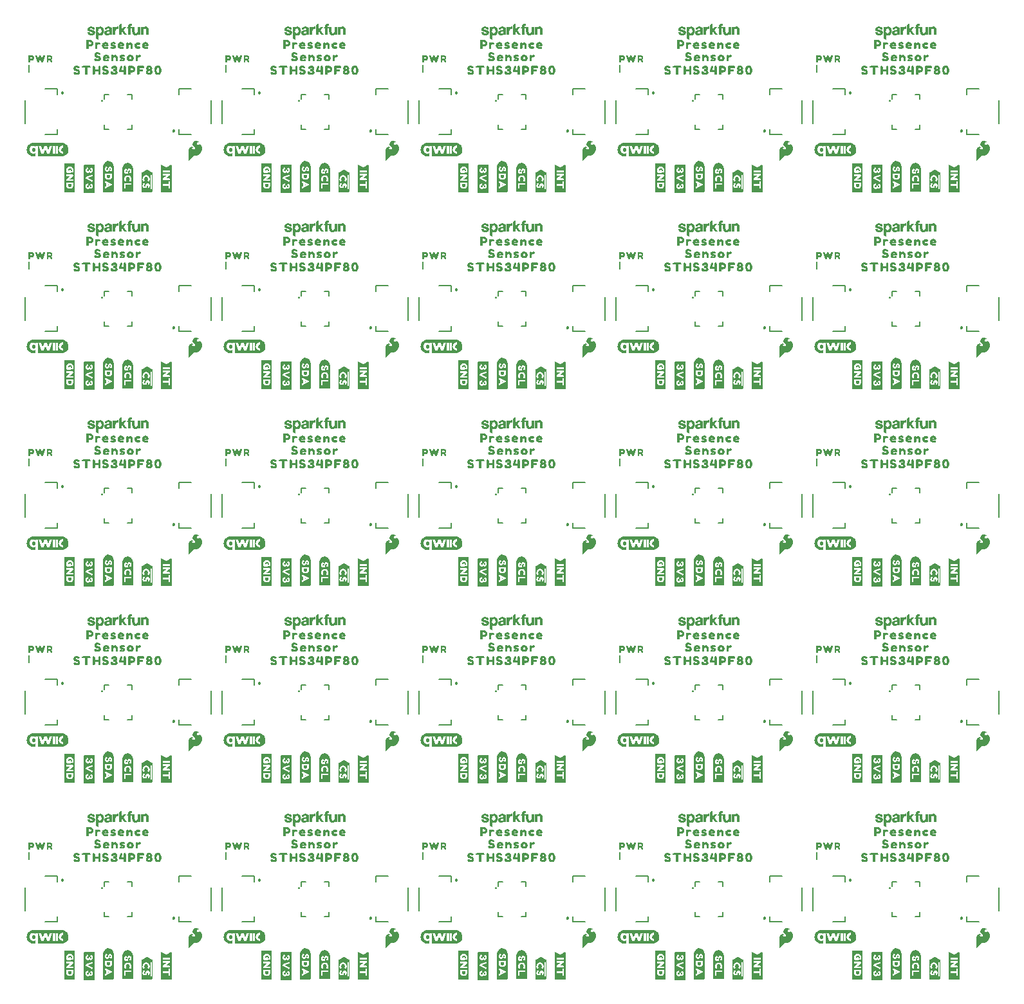
<source format=gto>
G04 EAGLE Gerber RS-274X export*
G75*
%MOMM*%
%FSLAX34Y34*%
%LPD*%
%INSilkscreen Top*%
%IPPOS*%
%AMOC8*
5,1,8,0,0,1.08239X$1,22.5*%
G01*
%ADD10C,0.203200*%
%ADD11C,0.175000*%
%ADD12C,0.152400*%

G36*
X18493Y1104787D02*
X18493Y1104787D01*
X18514Y1104790D01*
X18523Y1104807D01*
X18532Y1104813D01*
X18530Y1104822D01*
X18537Y1104836D01*
X18553Y1105223D01*
X18552Y1105224D01*
X18553Y1105225D01*
X18553Y1109460D01*
X18553Y1109461D01*
X18543Y1109854D01*
X18536Y1109865D01*
X18538Y1109878D01*
X18518Y1109891D01*
X18505Y1109911D01*
X18492Y1109908D01*
X18481Y1109916D01*
X18447Y1109901D01*
X18438Y1109899D01*
X18437Y1109896D01*
X18434Y1109895D01*
X18003Y1109409D01*
X17600Y1109082D01*
X17153Y1108819D01*
X16668Y1108634D01*
X16161Y1108517D01*
X15643Y1108464D01*
X15122Y1108485D01*
X14601Y1108534D01*
X14094Y1108653D01*
X13595Y1108805D01*
X13132Y1109043D01*
X12682Y1109304D01*
X12294Y1109652D01*
X11929Y1110022D01*
X11624Y1110445D01*
X11363Y1110895D01*
X11147Y1111371D01*
X10987Y1111867D01*
X10861Y1112376D01*
X10788Y1112893D01*
X10748Y1113416D01*
X10743Y1113940D01*
X10783Y1114463D01*
X10850Y1114981D01*
X10976Y1115490D01*
X11133Y1115987D01*
X11350Y1116462D01*
X11612Y1116911D01*
X11919Y1117332D01*
X12287Y1117700D01*
X12676Y1118046D01*
X13131Y1118299D01*
X13599Y1118526D01*
X14098Y1118678D01*
X14608Y1118783D01*
X15129Y1118831D01*
X15650Y1118840D01*
X16168Y1118781D01*
X16673Y1118657D01*
X17156Y1118466D01*
X17603Y1118202D01*
X18007Y1117880D01*
X18437Y1117332D01*
X18452Y1117327D01*
X18460Y1117314D01*
X18482Y1117317D01*
X18502Y1117310D01*
X18512Y1117321D01*
X18528Y1117323D01*
X18540Y1117351D01*
X18548Y1117359D01*
X18547Y1117365D01*
X18550Y1117370D01*
X18553Y1117870D01*
X18553Y1118399D01*
X18556Y1118741D01*
X21791Y1118741D01*
X21792Y1118741D01*
X21809Y1118741D01*
X21809Y1105123D01*
X21810Y1105121D01*
X21810Y1105119D01*
X21826Y1104835D01*
X21839Y1104818D01*
X21842Y1104797D01*
X21860Y1104789D01*
X21867Y1104780D01*
X21876Y1104782D01*
X21889Y1104776D01*
X52817Y1104776D01*
X52820Y1104778D01*
X52823Y1104776D01*
X54404Y1104927D01*
X54406Y1104929D01*
X54409Y1104928D01*
X54927Y1105025D01*
X54930Y1105028D01*
X54934Y1105027D01*
X56446Y1105509D01*
X56450Y1105513D01*
X56457Y1105514D01*
X57853Y1106271D01*
X57855Y1106276D01*
X57862Y1106278D01*
X59095Y1107277D01*
X59096Y1107280D01*
X59101Y1107282D01*
X59464Y1107664D01*
X59465Y1107666D01*
X59467Y1107667D01*
X60141Y1108484D01*
X60141Y1108486D01*
X60144Y1108488D01*
X60447Y1108919D01*
X60447Y1108922D01*
X60451Y1108925D01*
X61195Y1110327D01*
X61195Y1110332D01*
X61196Y1110333D01*
X61198Y1110335D01*
X61198Y1110336D01*
X61200Y1110337D01*
X61670Y1111854D01*
X61669Y1111859D01*
X61673Y1111864D01*
X61743Y1112387D01*
X61743Y1112388D01*
X61743Y1112389D01*
X61849Y1113443D01*
X61848Y1113445D01*
X61850Y1113448D01*
X61858Y1113975D01*
X61856Y1113977D01*
X61858Y1113982D01*
X61698Y1115562D01*
X61694Y1115566D01*
X61695Y1115574D01*
X61224Y1117090D01*
X61221Y1117093D01*
X61221Y1117098D01*
X60998Y1117576D01*
X60996Y1117577D01*
X60996Y1117579D01*
X60491Y1118510D01*
X60489Y1118511D01*
X60488Y1118514D01*
X60198Y1118954D01*
X60196Y1118955D01*
X60194Y1118960D01*
X59521Y1119776D01*
X59519Y1119776D01*
X59519Y1119778D01*
X59486Y1119814D01*
X59430Y1119877D01*
X59374Y1119940D01*
X59318Y1120003D01*
X59262Y1120065D01*
X59206Y1120128D01*
X59167Y1120171D01*
X59163Y1120172D01*
X59160Y1120178D01*
X57935Y1121188D01*
X57930Y1121189D01*
X57925Y1121195D01*
X56531Y1121954D01*
X56527Y1121954D01*
X56523Y1121958D01*
X56028Y1122141D01*
X56027Y1122141D01*
X56025Y1122142D01*
X55014Y1122456D01*
X55012Y1122456D01*
X55009Y1122458D01*
X54495Y1122572D01*
X54492Y1122570D01*
X54488Y1122573D01*
X53434Y1122679D01*
X52909Y1122732D01*
X52906Y1122731D01*
X52902Y1122732D01*
X15851Y1122732D01*
X15849Y1122731D01*
X15845Y1122732D01*
X14265Y1122584D01*
X14263Y1122583D01*
X14260Y1122584D01*
X13741Y1122493D01*
X13738Y1122490D01*
X13733Y1122491D01*
X12218Y1122015D01*
X12215Y1122011D01*
X12207Y1122010D01*
X10812Y1121253D01*
X10810Y1121249D01*
X10804Y1121247D01*
X10384Y1120927D01*
X10384Y1120926D01*
X10382Y1120926D01*
X9566Y1120252D01*
X9565Y1120249D01*
X9561Y1120248D01*
X9193Y1119870D01*
X9192Y1119868D01*
X9189Y1119866D01*
X8516Y1119050D01*
X8515Y1119048D01*
X8513Y1119046D01*
X8205Y1118619D01*
X8204Y1118615D01*
X8200Y1118612D01*
X7450Y1117213D01*
X7451Y1117208D01*
X7446Y1117202D01*
X6975Y1115686D01*
X6976Y1115681D01*
X6973Y1115676D01*
X6896Y1115154D01*
X6897Y1115153D01*
X6896Y1115151D01*
X6789Y1114098D01*
X6790Y1114096D01*
X6789Y1114094D01*
X6774Y1113567D01*
X6776Y1113564D01*
X6774Y1113559D01*
X6934Y1111979D01*
X6937Y1111975D01*
X6936Y1111967D01*
X7401Y1110449D01*
X7404Y1110447D01*
X7404Y1110442D01*
X7622Y1109962D01*
X7624Y1109961D01*
X7624Y1109958D01*
X8129Y1109028D01*
X8131Y1109026D01*
X8131Y1109024D01*
X8416Y1108580D01*
X8419Y1108578D01*
X8421Y1108574D01*
X8430Y1108562D01*
X8483Y1108500D01*
X8536Y1108437D01*
X8694Y1108249D01*
X8747Y1108186D01*
X8800Y1108123D01*
X8852Y1108060D01*
X8905Y1107998D01*
X8958Y1107935D01*
X9116Y1107747D01*
X9169Y1107684D01*
X9222Y1107621D01*
X9275Y1107558D01*
X9327Y1107496D01*
X9442Y1107359D01*
X9447Y1107358D01*
X9450Y1107351D01*
X10675Y1106341D01*
X10680Y1106340D01*
X10685Y1106334D01*
X12075Y1105570D01*
X12079Y1105570D01*
X12083Y1105566D01*
X12575Y1105377D01*
X12577Y1105377D01*
X12579Y1105375D01*
X13590Y1105062D01*
X13592Y1105062D01*
X13594Y1105060D01*
X14107Y1104940D01*
X14111Y1104941D01*
X14115Y1104939D01*
X15695Y1104779D01*
X15698Y1104781D01*
X15701Y1104779D01*
X18475Y1104776D01*
X18493Y1104787D01*
G37*
G36*
X536653Y845707D02*
X536653Y845707D01*
X536674Y845710D01*
X536683Y845727D01*
X536692Y845733D01*
X536690Y845742D01*
X536697Y845756D01*
X536713Y846143D01*
X536712Y846144D01*
X536713Y846145D01*
X536713Y850380D01*
X536713Y850381D01*
X536703Y850774D01*
X536696Y850785D01*
X536698Y850798D01*
X536678Y850811D01*
X536665Y850831D01*
X536652Y850828D01*
X536641Y850836D01*
X536607Y850821D01*
X536598Y850819D01*
X536597Y850816D01*
X536594Y850815D01*
X536163Y850329D01*
X535760Y850002D01*
X535313Y849739D01*
X534828Y849554D01*
X534321Y849437D01*
X533803Y849384D01*
X533282Y849405D01*
X532761Y849454D01*
X532254Y849573D01*
X531755Y849725D01*
X531292Y849963D01*
X530842Y850224D01*
X530454Y850572D01*
X530089Y850942D01*
X529784Y851365D01*
X529523Y851815D01*
X529307Y852291D01*
X529147Y852787D01*
X529021Y853296D01*
X528948Y853813D01*
X528908Y854336D01*
X528903Y854860D01*
X528943Y855383D01*
X529010Y855901D01*
X529136Y856410D01*
X529293Y856907D01*
X529510Y857382D01*
X529772Y857831D01*
X530079Y858252D01*
X530447Y858620D01*
X530836Y858966D01*
X531291Y859219D01*
X531759Y859446D01*
X532258Y859598D01*
X532768Y859703D01*
X533289Y859751D01*
X533810Y859760D01*
X534328Y859701D01*
X534833Y859577D01*
X535316Y859386D01*
X535763Y859122D01*
X536167Y858800D01*
X536597Y858252D01*
X536612Y858247D01*
X536620Y858234D01*
X536642Y858237D01*
X536662Y858230D01*
X536672Y858241D01*
X536688Y858243D01*
X536700Y858271D01*
X536708Y858279D01*
X536707Y858285D01*
X536710Y858290D01*
X536713Y858790D01*
X536713Y859319D01*
X536716Y859661D01*
X539951Y859661D01*
X539952Y859661D01*
X539969Y859661D01*
X539969Y846043D01*
X539970Y846041D01*
X539970Y846039D01*
X539986Y845755D01*
X539999Y845738D01*
X540002Y845717D01*
X540020Y845709D01*
X540027Y845700D01*
X540036Y845702D01*
X540049Y845696D01*
X570977Y845696D01*
X570980Y845698D01*
X570983Y845696D01*
X572564Y845847D01*
X572566Y845849D01*
X572569Y845848D01*
X573087Y845945D01*
X573090Y845948D01*
X573094Y845947D01*
X574606Y846429D01*
X574610Y846433D01*
X574617Y846434D01*
X576013Y847191D01*
X576015Y847196D01*
X576022Y847198D01*
X577255Y848197D01*
X577256Y848200D01*
X577261Y848202D01*
X577624Y848584D01*
X577625Y848586D01*
X577627Y848587D01*
X578301Y849404D01*
X578301Y849406D01*
X578304Y849408D01*
X578607Y849839D01*
X578607Y849842D01*
X578611Y849845D01*
X579355Y851247D01*
X579355Y851252D01*
X579356Y851253D01*
X579358Y851255D01*
X579358Y851256D01*
X579360Y851257D01*
X579830Y852774D01*
X579829Y852779D01*
X579833Y852784D01*
X579903Y853307D01*
X579903Y853308D01*
X579903Y853309D01*
X580009Y854363D01*
X580008Y854365D01*
X580010Y854368D01*
X580018Y854895D01*
X580016Y854897D01*
X580018Y854902D01*
X579858Y856482D01*
X579854Y856486D01*
X579855Y856494D01*
X579384Y858010D01*
X579381Y858013D01*
X579381Y858018D01*
X579158Y858496D01*
X579156Y858497D01*
X579156Y858499D01*
X578651Y859430D01*
X578649Y859431D01*
X578648Y859434D01*
X578358Y859874D01*
X578356Y859875D01*
X578354Y859880D01*
X577681Y860696D01*
X577679Y860696D01*
X577679Y860698D01*
X577646Y860734D01*
X577590Y860797D01*
X577534Y860860D01*
X577478Y860923D01*
X577422Y860985D01*
X577366Y861048D01*
X577327Y861091D01*
X577323Y861092D01*
X577320Y861098D01*
X576095Y862108D01*
X576090Y862109D01*
X576085Y862115D01*
X574691Y862874D01*
X574687Y862874D01*
X574683Y862878D01*
X574188Y863061D01*
X574187Y863061D01*
X574185Y863062D01*
X573174Y863376D01*
X573172Y863376D01*
X573169Y863378D01*
X572655Y863492D01*
X572652Y863490D01*
X572648Y863493D01*
X571594Y863599D01*
X571069Y863652D01*
X571066Y863651D01*
X571062Y863652D01*
X534011Y863652D01*
X534009Y863651D01*
X534005Y863652D01*
X532425Y863504D01*
X532423Y863503D01*
X532420Y863504D01*
X531901Y863413D01*
X531898Y863410D01*
X531893Y863411D01*
X530378Y862935D01*
X530375Y862931D01*
X530367Y862930D01*
X528972Y862173D01*
X528970Y862169D01*
X528964Y862167D01*
X528544Y861847D01*
X528544Y861846D01*
X528542Y861846D01*
X527726Y861172D01*
X527725Y861169D01*
X527721Y861168D01*
X527353Y860790D01*
X527352Y860788D01*
X527349Y860786D01*
X526676Y859970D01*
X526675Y859968D01*
X526673Y859966D01*
X526365Y859539D01*
X526364Y859535D01*
X526360Y859532D01*
X525610Y858133D01*
X525611Y858128D01*
X525606Y858122D01*
X525135Y856606D01*
X525136Y856601D01*
X525133Y856596D01*
X525056Y856074D01*
X525057Y856073D01*
X525056Y856071D01*
X524949Y855018D01*
X524950Y855016D01*
X524949Y855014D01*
X524934Y854487D01*
X524936Y854484D01*
X524934Y854479D01*
X525094Y852899D01*
X525097Y852895D01*
X525096Y852887D01*
X525561Y851369D01*
X525564Y851367D01*
X525564Y851362D01*
X525782Y850882D01*
X525784Y850881D01*
X525784Y850878D01*
X526289Y849948D01*
X526291Y849946D01*
X526291Y849944D01*
X526576Y849500D01*
X526579Y849498D01*
X526581Y849494D01*
X526590Y849482D01*
X526643Y849420D01*
X526696Y849357D01*
X526854Y849169D01*
X526907Y849106D01*
X526960Y849043D01*
X527012Y848980D01*
X527065Y848918D01*
X527118Y848855D01*
X527276Y848667D01*
X527329Y848604D01*
X527382Y848541D01*
X527435Y848478D01*
X527487Y848416D01*
X527602Y848279D01*
X527607Y848278D01*
X527610Y848271D01*
X528835Y847261D01*
X528840Y847260D01*
X528845Y847254D01*
X530235Y846490D01*
X530239Y846490D01*
X530243Y846486D01*
X530735Y846297D01*
X530737Y846297D01*
X530739Y846295D01*
X531750Y845982D01*
X531752Y845982D01*
X531754Y845980D01*
X532267Y845860D01*
X532271Y845861D01*
X532275Y845859D01*
X533855Y845699D01*
X533858Y845701D01*
X533861Y845699D01*
X536635Y845696D01*
X536653Y845707D01*
G37*
G36*
X277573Y1104787D02*
X277573Y1104787D01*
X277594Y1104790D01*
X277603Y1104807D01*
X277612Y1104813D01*
X277610Y1104822D01*
X277617Y1104836D01*
X277633Y1105223D01*
X277632Y1105224D01*
X277633Y1105225D01*
X277633Y1109460D01*
X277633Y1109461D01*
X277623Y1109854D01*
X277616Y1109865D01*
X277618Y1109878D01*
X277598Y1109891D01*
X277585Y1109911D01*
X277572Y1109908D01*
X277561Y1109916D01*
X277527Y1109901D01*
X277518Y1109899D01*
X277517Y1109896D01*
X277514Y1109895D01*
X277083Y1109409D01*
X276680Y1109082D01*
X276233Y1108819D01*
X275748Y1108634D01*
X275241Y1108517D01*
X274723Y1108464D01*
X274202Y1108485D01*
X273681Y1108534D01*
X273174Y1108653D01*
X272675Y1108805D01*
X272212Y1109043D01*
X271762Y1109304D01*
X271374Y1109652D01*
X271009Y1110022D01*
X270704Y1110445D01*
X270443Y1110895D01*
X270227Y1111371D01*
X270067Y1111867D01*
X269941Y1112376D01*
X269868Y1112893D01*
X269828Y1113416D01*
X269823Y1113940D01*
X269863Y1114463D01*
X269930Y1114981D01*
X270056Y1115490D01*
X270213Y1115987D01*
X270430Y1116462D01*
X270692Y1116911D01*
X270999Y1117332D01*
X271367Y1117700D01*
X271756Y1118046D01*
X272211Y1118299D01*
X272679Y1118526D01*
X273178Y1118678D01*
X273688Y1118783D01*
X274209Y1118831D01*
X274730Y1118840D01*
X275248Y1118781D01*
X275753Y1118657D01*
X276236Y1118466D01*
X276683Y1118202D01*
X277087Y1117880D01*
X277517Y1117332D01*
X277532Y1117327D01*
X277540Y1117314D01*
X277562Y1117317D01*
X277582Y1117310D01*
X277592Y1117321D01*
X277608Y1117323D01*
X277620Y1117351D01*
X277628Y1117359D01*
X277627Y1117365D01*
X277630Y1117370D01*
X277633Y1117870D01*
X277633Y1118399D01*
X277636Y1118741D01*
X280871Y1118741D01*
X280872Y1118741D01*
X280889Y1118741D01*
X280889Y1105123D01*
X280890Y1105121D01*
X280890Y1105119D01*
X280906Y1104835D01*
X280919Y1104818D01*
X280922Y1104797D01*
X280940Y1104789D01*
X280947Y1104780D01*
X280956Y1104782D01*
X280969Y1104776D01*
X311897Y1104776D01*
X311900Y1104778D01*
X311903Y1104776D01*
X313484Y1104927D01*
X313486Y1104929D01*
X313489Y1104928D01*
X314007Y1105025D01*
X314010Y1105028D01*
X314014Y1105027D01*
X315526Y1105509D01*
X315530Y1105513D01*
X315537Y1105514D01*
X316933Y1106271D01*
X316935Y1106276D01*
X316942Y1106278D01*
X318175Y1107277D01*
X318176Y1107280D01*
X318181Y1107282D01*
X318544Y1107664D01*
X318545Y1107666D01*
X318547Y1107667D01*
X319221Y1108484D01*
X319221Y1108486D01*
X319224Y1108488D01*
X319527Y1108919D01*
X319527Y1108922D01*
X319531Y1108925D01*
X320275Y1110327D01*
X320275Y1110332D01*
X320276Y1110333D01*
X320278Y1110335D01*
X320278Y1110336D01*
X320280Y1110337D01*
X320750Y1111854D01*
X320749Y1111859D01*
X320753Y1111864D01*
X320823Y1112387D01*
X320823Y1112388D01*
X320823Y1112389D01*
X320929Y1113443D01*
X320928Y1113445D01*
X320930Y1113448D01*
X320938Y1113975D01*
X320936Y1113977D01*
X320938Y1113982D01*
X320778Y1115562D01*
X320774Y1115566D01*
X320775Y1115574D01*
X320304Y1117090D01*
X320301Y1117093D01*
X320301Y1117098D01*
X320078Y1117576D01*
X320076Y1117577D01*
X320076Y1117579D01*
X319571Y1118510D01*
X319569Y1118511D01*
X319568Y1118514D01*
X319278Y1118954D01*
X319276Y1118955D01*
X319274Y1118960D01*
X318601Y1119776D01*
X318599Y1119776D01*
X318599Y1119778D01*
X318566Y1119814D01*
X318510Y1119877D01*
X318454Y1119940D01*
X318398Y1120003D01*
X318342Y1120065D01*
X318286Y1120128D01*
X318247Y1120171D01*
X318243Y1120172D01*
X318240Y1120178D01*
X317015Y1121188D01*
X317010Y1121189D01*
X317005Y1121195D01*
X315611Y1121954D01*
X315607Y1121954D01*
X315603Y1121958D01*
X315108Y1122141D01*
X315107Y1122141D01*
X315105Y1122142D01*
X314094Y1122456D01*
X314092Y1122456D01*
X314089Y1122458D01*
X313575Y1122572D01*
X313572Y1122570D01*
X313568Y1122573D01*
X312514Y1122679D01*
X311989Y1122732D01*
X311986Y1122731D01*
X311982Y1122732D01*
X274931Y1122732D01*
X274929Y1122731D01*
X274925Y1122732D01*
X273345Y1122584D01*
X273343Y1122583D01*
X273340Y1122584D01*
X272821Y1122493D01*
X272818Y1122490D01*
X272813Y1122491D01*
X271298Y1122015D01*
X271295Y1122011D01*
X271287Y1122010D01*
X269892Y1121253D01*
X269890Y1121249D01*
X269884Y1121247D01*
X269464Y1120927D01*
X269464Y1120926D01*
X269462Y1120926D01*
X268646Y1120252D01*
X268645Y1120249D01*
X268641Y1120248D01*
X268273Y1119870D01*
X268272Y1119868D01*
X268269Y1119866D01*
X267596Y1119050D01*
X267595Y1119048D01*
X267593Y1119046D01*
X267285Y1118619D01*
X267284Y1118615D01*
X267280Y1118612D01*
X266530Y1117213D01*
X266531Y1117208D01*
X266526Y1117202D01*
X266055Y1115686D01*
X266056Y1115681D01*
X266053Y1115676D01*
X265976Y1115154D01*
X265977Y1115153D01*
X265976Y1115151D01*
X265869Y1114098D01*
X265870Y1114096D01*
X265869Y1114094D01*
X265854Y1113567D01*
X265856Y1113564D01*
X265854Y1113559D01*
X266014Y1111979D01*
X266017Y1111975D01*
X266016Y1111967D01*
X266481Y1110449D01*
X266484Y1110447D01*
X266484Y1110442D01*
X266702Y1109962D01*
X266704Y1109961D01*
X266704Y1109958D01*
X267209Y1109028D01*
X267211Y1109026D01*
X267211Y1109024D01*
X267496Y1108580D01*
X267499Y1108578D01*
X267501Y1108574D01*
X267510Y1108562D01*
X267563Y1108500D01*
X267616Y1108437D01*
X267774Y1108249D01*
X267827Y1108186D01*
X267880Y1108123D01*
X267932Y1108060D01*
X267985Y1107998D01*
X268038Y1107935D01*
X268196Y1107747D01*
X268249Y1107684D01*
X268302Y1107621D01*
X268355Y1107558D01*
X268407Y1107496D01*
X268522Y1107359D01*
X268527Y1107358D01*
X268530Y1107351D01*
X269755Y1106341D01*
X269760Y1106340D01*
X269765Y1106334D01*
X271155Y1105570D01*
X271159Y1105570D01*
X271163Y1105566D01*
X271655Y1105377D01*
X271657Y1105377D01*
X271659Y1105375D01*
X272670Y1105062D01*
X272672Y1105062D01*
X272674Y1105060D01*
X273187Y1104940D01*
X273191Y1104941D01*
X273195Y1104939D01*
X274775Y1104779D01*
X274778Y1104781D01*
X274781Y1104779D01*
X277555Y1104776D01*
X277573Y1104787D01*
G37*
G36*
X795733Y1104787D02*
X795733Y1104787D01*
X795754Y1104790D01*
X795763Y1104807D01*
X795772Y1104813D01*
X795770Y1104822D01*
X795777Y1104836D01*
X795793Y1105223D01*
X795792Y1105224D01*
X795793Y1105225D01*
X795793Y1109460D01*
X795793Y1109461D01*
X795783Y1109854D01*
X795776Y1109865D01*
X795778Y1109878D01*
X795758Y1109891D01*
X795745Y1109911D01*
X795732Y1109908D01*
X795721Y1109916D01*
X795687Y1109901D01*
X795678Y1109899D01*
X795677Y1109896D01*
X795674Y1109895D01*
X795243Y1109409D01*
X794840Y1109082D01*
X794393Y1108819D01*
X793908Y1108634D01*
X793401Y1108517D01*
X792883Y1108464D01*
X792362Y1108485D01*
X791841Y1108534D01*
X791334Y1108653D01*
X790835Y1108805D01*
X790372Y1109043D01*
X789922Y1109304D01*
X789534Y1109652D01*
X789169Y1110022D01*
X788864Y1110445D01*
X788603Y1110895D01*
X788387Y1111371D01*
X788227Y1111867D01*
X788101Y1112376D01*
X788028Y1112893D01*
X787988Y1113416D01*
X787983Y1113940D01*
X788023Y1114463D01*
X788090Y1114981D01*
X788216Y1115490D01*
X788373Y1115987D01*
X788590Y1116462D01*
X788852Y1116911D01*
X789159Y1117332D01*
X789527Y1117700D01*
X789916Y1118046D01*
X790371Y1118299D01*
X790839Y1118526D01*
X791338Y1118678D01*
X791848Y1118783D01*
X792369Y1118831D01*
X792890Y1118840D01*
X793408Y1118781D01*
X793913Y1118657D01*
X794396Y1118466D01*
X794843Y1118202D01*
X795247Y1117880D01*
X795677Y1117332D01*
X795692Y1117327D01*
X795700Y1117314D01*
X795722Y1117317D01*
X795742Y1117310D01*
X795752Y1117321D01*
X795768Y1117323D01*
X795780Y1117351D01*
X795788Y1117359D01*
X795787Y1117365D01*
X795790Y1117370D01*
X795793Y1117870D01*
X795793Y1118399D01*
X795796Y1118741D01*
X799031Y1118741D01*
X799032Y1118741D01*
X799049Y1118741D01*
X799049Y1105123D01*
X799050Y1105121D01*
X799050Y1105119D01*
X799066Y1104835D01*
X799079Y1104818D01*
X799082Y1104797D01*
X799100Y1104789D01*
X799107Y1104780D01*
X799116Y1104782D01*
X799129Y1104776D01*
X830057Y1104776D01*
X830060Y1104778D01*
X830063Y1104776D01*
X831644Y1104927D01*
X831646Y1104929D01*
X831649Y1104928D01*
X832167Y1105025D01*
X832170Y1105028D01*
X832174Y1105027D01*
X833686Y1105509D01*
X833690Y1105513D01*
X833697Y1105514D01*
X835093Y1106271D01*
X835095Y1106276D01*
X835102Y1106278D01*
X836335Y1107277D01*
X836336Y1107280D01*
X836341Y1107282D01*
X836704Y1107664D01*
X836705Y1107666D01*
X836707Y1107667D01*
X837381Y1108484D01*
X837381Y1108486D01*
X837384Y1108488D01*
X837687Y1108919D01*
X837687Y1108922D01*
X837691Y1108925D01*
X838435Y1110327D01*
X838435Y1110332D01*
X838436Y1110333D01*
X838438Y1110335D01*
X838438Y1110336D01*
X838440Y1110337D01*
X838910Y1111854D01*
X838909Y1111859D01*
X838913Y1111864D01*
X838983Y1112387D01*
X838983Y1112388D01*
X838983Y1112389D01*
X839089Y1113443D01*
X839088Y1113445D01*
X839090Y1113448D01*
X839098Y1113975D01*
X839096Y1113977D01*
X839098Y1113982D01*
X838938Y1115562D01*
X838934Y1115566D01*
X838935Y1115574D01*
X838464Y1117090D01*
X838461Y1117093D01*
X838461Y1117098D01*
X838238Y1117576D01*
X838236Y1117577D01*
X838236Y1117579D01*
X837731Y1118510D01*
X837729Y1118511D01*
X837728Y1118514D01*
X837438Y1118954D01*
X837436Y1118955D01*
X837434Y1118960D01*
X836761Y1119776D01*
X836759Y1119776D01*
X836759Y1119778D01*
X836726Y1119814D01*
X836670Y1119877D01*
X836614Y1119940D01*
X836558Y1120003D01*
X836502Y1120065D01*
X836446Y1120128D01*
X836407Y1120171D01*
X836403Y1120172D01*
X836400Y1120178D01*
X835175Y1121188D01*
X835170Y1121189D01*
X835165Y1121195D01*
X833771Y1121954D01*
X833767Y1121954D01*
X833763Y1121958D01*
X833268Y1122141D01*
X833267Y1122141D01*
X833265Y1122142D01*
X832254Y1122456D01*
X832252Y1122456D01*
X832249Y1122458D01*
X831735Y1122572D01*
X831732Y1122570D01*
X831728Y1122573D01*
X830674Y1122679D01*
X830149Y1122732D01*
X830146Y1122731D01*
X830142Y1122732D01*
X793091Y1122732D01*
X793089Y1122731D01*
X793085Y1122732D01*
X791505Y1122584D01*
X791503Y1122583D01*
X791500Y1122584D01*
X790981Y1122493D01*
X790978Y1122490D01*
X790973Y1122491D01*
X789458Y1122015D01*
X789455Y1122011D01*
X789447Y1122010D01*
X788052Y1121253D01*
X788050Y1121249D01*
X788044Y1121247D01*
X787624Y1120927D01*
X787624Y1120926D01*
X787622Y1120926D01*
X786806Y1120252D01*
X786805Y1120249D01*
X786801Y1120248D01*
X786433Y1119870D01*
X786432Y1119868D01*
X786429Y1119866D01*
X785756Y1119050D01*
X785755Y1119048D01*
X785753Y1119046D01*
X785445Y1118619D01*
X785444Y1118615D01*
X785440Y1118612D01*
X784690Y1117213D01*
X784691Y1117208D01*
X784686Y1117202D01*
X784215Y1115686D01*
X784216Y1115681D01*
X784213Y1115676D01*
X784136Y1115154D01*
X784137Y1115153D01*
X784136Y1115151D01*
X784029Y1114098D01*
X784030Y1114096D01*
X784029Y1114094D01*
X784014Y1113567D01*
X784016Y1113564D01*
X784014Y1113559D01*
X784174Y1111979D01*
X784177Y1111975D01*
X784176Y1111967D01*
X784641Y1110449D01*
X784644Y1110447D01*
X784644Y1110442D01*
X784862Y1109962D01*
X784864Y1109961D01*
X784864Y1109958D01*
X785369Y1109028D01*
X785371Y1109026D01*
X785371Y1109024D01*
X785656Y1108580D01*
X785659Y1108578D01*
X785661Y1108574D01*
X785670Y1108562D01*
X785723Y1108500D01*
X785776Y1108437D01*
X785934Y1108249D01*
X785987Y1108186D01*
X786040Y1108123D01*
X786092Y1108060D01*
X786145Y1107998D01*
X786198Y1107935D01*
X786356Y1107747D01*
X786409Y1107684D01*
X786462Y1107621D01*
X786515Y1107558D01*
X786567Y1107496D01*
X786682Y1107359D01*
X786687Y1107358D01*
X786690Y1107351D01*
X787915Y1106341D01*
X787920Y1106340D01*
X787925Y1106334D01*
X789315Y1105570D01*
X789319Y1105570D01*
X789323Y1105566D01*
X789815Y1105377D01*
X789817Y1105377D01*
X789819Y1105375D01*
X790830Y1105062D01*
X790832Y1105062D01*
X790834Y1105060D01*
X791347Y1104940D01*
X791351Y1104941D01*
X791355Y1104939D01*
X792935Y1104779D01*
X792938Y1104781D01*
X792941Y1104779D01*
X795715Y1104776D01*
X795733Y1104787D01*
G37*
G36*
X795733Y68467D02*
X795733Y68467D01*
X795754Y68470D01*
X795763Y68487D01*
X795772Y68493D01*
X795770Y68502D01*
X795777Y68516D01*
X795793Y68903D01*
X795792Y68904D01*
X795793Y68905D01*
X795793Y73140D01*
X795793Y73141D01*
X795783Y73534D01*
X795776Y73545D01*
X795778Y73558D01*
X795758Y73571D01*
X795745Y73591D01*
X795732Y73588D01*
X795721Y73596D01*
X795687Y73581D01*
X795678Y73579D01*
X795677Y73576D01*
X795674Y73575D01*
X795243Y73089D01*
X794840Y72762D01*
X794393Y72499D01*
X793908Y72314D01*
X793401Y72197D01*
X792883Y72144D01*
X792362Y72165D01*
X791841Y72214D01*
X791334Y72333D01*
X790835Y72485D01*
X790372Y72723D01*
X789922Y72984D01*
X789534Y73332D01*
X789169Y73702D01*
X788864Y74125D01*
X788603Y74575D01*
X788387Y75051D01*
X788227Y75547D01*
X788101Y76056D01*
X788028Y76573D01*
X787988Y77096D01*
X787983Y77620D01*
X788023Y78143D01*
X788090Y78661D01*
X788216Y79170D01*
X788373Y79667D01*
X788590Y80142D01*
X788852Y80591D01*
X789159Y81012D01*
X789527Y81380D01*
X789916Y81726D01*
X790371Y81979D01*
X790839Y82206D01*
X791338Y82358D01*
X791848Y82463D01*
X792369Y82511D01*
X792890Y82520D01*
X793408Y82461D01*
X793913Y82337D01*
X794396Y82146D01*
X794843Y81882D01*
X795247Y81560D01*
X795677Y81012D01*
X795692Y81007D01*
X795700Y80994D01*
X795722Y80997D01*
X795742Y80990D01*
X795752Y81001D01*
X795768Y81003D01*
X795780Y81031D01*
X795788Y81039D01*
X795787Y81045D01*
X795790Y81050D01*
X795793Y81550D01*
X795793Y82079D01*
X795796Y82421D01*
X799031Y82421D01*
X799032Y82421D01*
X799049Y82421D01*
X799049Y68803D01*
X799050Y68801D01*
X799050Y68799D01*
X799066Y68515D01*
X799079Y68498D01*
X799082Y68477D01*
X799100Y68469D01*
X799107Y68460D01*
X799116Y68462D01*
X799129Y68456D01*
X830057Y68456D01*
X830060Y68458D01*
X830063Y68456D01*
X831644Y68607D01*
X831646Y68609D01*
X831649Y68608D01*
X832167Y68705D01*
X832170Y68708D01*
X832174Y68707D01*
X833686Y69189D01*
X833690Y69193D01*
X833697Y69194D01*
X835093Y69951D01*
X835095Y69956D01*
X835102Y69958D01*
X836335Y70957D01*
X836336Y70960D01*
X836341Y70962D01*
X836704Y71344D01*
X836705Y71346D01*
X836707Y71347D01*
X837381Y72164D01*
X837381Y72166D01*
X837384Y72168D01*
X837687Y72599D01*
X837687Y72602D01*
X837691Y72605D01*
X838435Y74007D01*
X838435Y74012D01*
X838436Y74013D01*
X838438Y74015D01*
X838438Y74016D01*
X838440Y74017D01*
X838910Y75534D01*
X838909Y75539D01*
X838913Y75544D01*
X838983Y76067D01*
X838983Y76068D01*
X838983Y76069D01*
X839089Y77123D01*
X839088Y77125D01*
X839090Y77128D01*
X839098Y77655D01*
X839096Y77657D01*
X839098Y77662D01*
X838938Y79242D01*
X838934Y79246D01*
X838935Y79254D01*
X838464Y80770D01*
X838461Y80773D01*
X838461Y80778D01*
X838238Y81256D01*
X838236Y81257D01*
X838236Y81259D01*
X837731Y82190D01*
X837729Y82191D01*
X837728Y82194D01*
X837438Y82634D01*
X837436Y82635D01*
X837434Y82640D01*
X836761Y83456D01*
X836759Y83456D01*
X836759Y83458D01*
X836726Y83494D01*
X836670Y83557D01*
X836614Y83620D01*
X836558Y83683D01*
X836502Y83745D01*
X836446Y83808D01*
X836407Y83851D01*
X836403Y83852D01*
X836400Y83858D01*
X835175Y84868D01*
X835170Y84869D01*
X835165Y84875D01*
X833771Y85634D01*
X833767Y85634D01*
X833763Y85638D01*
X833268Y85821D01*
X833267Y85821D01*
X833265Y85822D01*
X832254Y86136D01*
X832252Y86136D01*
X832249Y86138D01*
X831735Y86252D01*
X831732Y86250D01*
X831728Y86253D01*
X830674Y86359D01*
X830149Y86412D01*
X830146Y86411D01*
X830142Y86412D01*
X793091Y86412D01*
X793089Y86411D01*
X793085Y86412D01*
X791505Y86264D01*
X791503Y86263D01*
X791500Y86264D01*
X790981Y86173D01*
X790978Y86170D01*
X790973Y86171D01*
X789458Y85695D01*
X789455Y85691D01*
X789447Y85690D01*
X788052Y84933D01*
X788050Y84929D01*
X788044Y84927D01*
X787624Y84607D01*
X787624Y84606D01*
X787622Y84606D01*
X786806Y83932D01*
X786805Y83929D01*
X786801Y83928D01*
X786433Y83550D01*
X786432Y83548D01*
X786429Y83546D01*
X785756Y82730D01*
X785755Y82728D01*
X785753Y82726D01*
X785445Y82299D01*
X785444Y82295D01*
X785440Y82292D01*
X784690Y80893D01*
X784691Y80888D01*
X784686Y80882D01*
X784215Y79366D01*
X784216Y79361D01*
X784213Y79356D01*
X784136Y78834D01*
X784137Y78833D01*
X784136Y78831D01*
X784029Y77778D01*
X784030Y77776D01*
X784029Y77774D01*
X784014Y77247D01*
X784016Y77244D01*
X784014Y77239D01*
X784174Y75659D01*
X784177Y75655D01*
X784176Y75647D01*
X784641Y74129D01*
X784644Y74127D01*
X784644Y74122D01*
X784862Y73642D01*
X784864Y73641D01*
X784864Y73638D01*
X785369Y72708D01*
X785371Y72706D01*
X785371Y72704D01*
X785656Y72260D01*
X785659Y72258D01*
X785661Y72254D01*
X785670Y72242D01*
X785723Y72180D01*
X785776Y72117D01*
X785934Y71929D01*
X785987Y71866D01*
X786040Y71803D01*
X786092Y71740D01*
X786145Y71678D01*
X786198Y71615D01*
X786356Y71427D01*
X786409Y71364D01*
X786462Y71301D01*
X786515Y71238D01*
X786567Y71176D01*
X786682Y71039D01*
X786687Y71038D01*
X786690Y71031D01*
X787915Y70021D01*
X787920Y70020D01*
X787925Y70014D01*
X789315Y69250D01*
X789319Y69250D01*
X789323Y69246D01*
X789815Y69057D01*
X789817Y69057D01*
X789819Y69055D01*
X790830Y68742D01*
X790832Y68742D01*
X790834Y68740D01*
X791347Y68620D01*
X791351Y68621D01*
X791355Y68619D01*
X792935Y68459D01*
X792938Y68461D01*
X792941Y68459D01*
X795715Y68456D01*
X795733Y68467D01*
G37*
G36*
X1054813Y1104787D02*
X1054813Y1104787D01*
X1054834Y1104790D01*
X1054843Y1104807D01*
X1054852Y1104813D01*
X1054850Y1104822D01*
X1054857Y1104836D01*
X1054873Y1105223D01*
X1054872Y1105224D01*
X1054873Y1105225D01*
X1054873Y1109460D01*
X1054873Y1109461D01*
X1054863Y1109854D01*
X1054856Y1109865D01*
X1054858Y1109878D01*
X1054838Y1109891D01*
X1054825Y1109911D01*
X1054812Y1109908D01*
X1054801Y1109916D01*
X1054767Y1109901D01*
X1054758Y1109899D01*
X1054757Y1109896D01*
X1054754Y1109895D01*
X1054323Y1109409D01*
X1053920Y1109082D01*
X1053473Y1108819D01*
X1052988Y1108634D01*
X1052481Y1108517D01*
X1051963Y1108464D01*
X1051442Y1108485D01*
X1050921Y1108534D01*
X1050414Y1108653D01*
X1049915Y1108805D01*
X1049452Y1109043D01*
X1049002Y1109304D01*
X1048614Y1109652D01*
X1048249Y1110022D01*
X1047944Y1110445D01*
X1047683Y1110895D01*
X1047467Y1111371D01*
X1047307Y1111867D01*
X1047181Y1112376D01*
X1047108Y1112893D01*
X1047068Y1113416D01*
X1047063Y1113940D01*
X1047103Y1114463D01*
X1047170Y1114981D01*
X1047296Y1115490D01*
X1047453Y1115987D01*
X1047670Y1116462D01*
X1047932Y1116911D01*
X1048239Y1117332D01*
X1048607Y1117700D01*
X1048996Y1118046D01*
X1049451Y1118299D01*
X1049919Y1118526D01*
X1050418Y1118678D01*
X1050928Y1118783D01*
X1051449Y1118831D01*
X1051970Y1118840D01*
X1052488Y1118781D01*
X1052993Y1118657D01*
X1053476Y1118466D01*
X1053923Y1118202D01*
X1054327Y1117880D01*
X1054757Y1117332D01*
X1054772Y1117327D01*
X1054780Y1117314D01*
X1054802Y1117317D01*
X1054822Y1117310D01*
X1054832Y1117321D01*
X1054848Y1117323D01*
X1054860Y1117351D01*
X1054868Y1117359D01*
X1054867Y1117365D01*
X1054870Y1117370D01*
X1054873Y1117870D01*
X1054873Y1118399D01*
X1054876Y1118741D01*
X1058111Y1118741D01*
X1058112Y1118741D01*
X1058129Y1118741D01*
X1058129Y1105123D01*
X1058130Y1105121D01*
X1058130Y1105119D01*
X1058146Y1104835D01*
X1058159Y1104818D01*
X1058162Y1104797D01*
X1058180Y1104789D01*
X1058187Y1104780D01*
X1058196Y1104782D01*
X1058209Y1104776D01*
X1089137Y1104776D01*
X1089140Y1104778D01*
X1089143Y1104776D01*
X1090724Y1104927D01*
X1090726Y1104929D01*
X1090729Y1104928D01*
X1091247Y1105025D01*
X1091250Y1105028D01*
X1091254Y1105027D01*
X1092766Y1105509D01*
X1092770Y1105513D01*
X1092777Y1105514D01*
X1094173Y1106271D01*
X1094175Y1106276D01*
X1094182Y1106278D01*
X1095415Y1107277D01*
X1095416Y1107280D01*
X1095421Y1107282D01*
X1095784Y1107664D01*
X1095785Y1107666D01*
X1095787Y1107667D01*
X1096461Y1108484D01*
X1096461Y1108486D01*
X1096464Y1108488D01*
X1096767Y1108919D01*
X1096767Y1108922D01*
X1096771Y1108925D01*
X1097515Y1110327D01*
X1097515Y1110332D01*
X1097516Y1110333D01*
X1097518Y1110335D01*
X1097518Y1110336D01*
X1097520Y1110337D01*
X1097990Y1111854D01*
X1097989Y1111859D01*
X1097993Y1111864D01*
X1098063Y1112387D01*
X1098063Y1112388D01*
X1098063Y1112389D01*
X1098169Y1113443D01*
X1098168Y1113445D01*
X1098170Y1113448D01*
X1098178Y1113975D01*
X1098176Y1113977D01*
X1098178Y1113982D01*
X1098018Y1115562D01*
X1098014Y1115566D01*
X1098015Y1115574D01*
X1097544Y1117090D01*
X1097541Y1117093D01*
X1097541Y1117098D01*
X1097318Y1117576D01*
X1097316Y1117577D01*
X1097316Y1117579D01*
X1096811Y1118510D01*
X1096809Y1118511D01*
X1096808Y1118514D01*
X1096518Y1118954D01*
X1096516Y1118955D01*
X1096514Y1118960D01*
X1095841Y1119776D01*
X1095839Y1119776D01*
X1095839Y1119778D01*
X1095806Y1119814D01*
X1095750Y1119877D01*
X1095694Y1119940D01*
X1095638Y1120003D01*
X1095582Y1120065D01*
X1095526Y1120128D01*
X1095487Y1120171D01*
X1095483Y1120172D01*
X1095480Y1120178D01*
X1094255Y1121188D01*
X1094250Y1121189D01*
X1094245Y1121195D01*
X1092851Y1121954D01*
X1092847Y1121954D01*
X1092843Y1121958D01*
X1092348Y1122141D01*
X1092347Y1122141D01*
X1092345Y1122142D01*
X1091334Y1122456D01*
X1091332Y1122456D01*
X1091329Y1122458D01*
X1090815Y1122572D01*
X1090812Y1122570D01*
X1090808Y1122573D01*
X1089754Y1122679D01*
X1089229Y1122732D01*
X1089226Y1122731D01*
X1089222Y1122732D01*
X1052171Y1122732D01*
X1052169Y1122731D01*
X1052165Y1122732D01*
X1050585Y1122584D01*
X1050583Y1122583D01*
X1050580Y1122584D01*
X1050061Y1122493D01*
X1050058Y1122490D01*
X1050053Y1122491D01*
X1048538Y1122015D01*
X1048535Y1122011D01*
X1048527Y1122010D01*
X1047132Y1121253D01*
X1047130Y1121249D01*
X1047124Y1121247D01*
X1046704Y1120927D01*
X1046704Y1120926D01*
X1046702Y1120926D01*
X1045886Y1120252D01*
X1045885Y1120249D01*
X1045881Y1120248D01*
X1045513Y1119870D01*
X1045512Y1119868D01*
X1045509Y1119866D01*
X1044836Y1119050D01*
X1044835Y1119048D01*
X1044833Y1119046D01*
X1044525Y1118619D01*
X1044524Y1118615D01*
X1044520Y1118612D01*
X1043770Y1117213D01*
X1043771Y1117208D01*
X1043766Y1117202D01*
X1043295Y1115686D01*
X1043296Y1115681D01*
X1043293Y1115676D01*
X1043216Y1115154D01*
X1043217Y1115153D01*
X1043216Y1115151D01*
X1043109Y1114098D01*
X1043110Y1114096D01*
X1043109Y1114094D01*
X1043094Y1113567D01*
X1043096Y1113564D01*
X1043094Y1113559D01*
X1043254Y1111979D01*
X1043257Y1111975D01*
X1043256Y1111967D01*
X1043721Y1110449D01*
X1043724Y1110447D01*
X1043724Y1110442D01*
X1043942Y1109962D01*
X1043944Y1109961D01*
X1043944Y1109958D01*
X1044449Y1109028D01*
X1044451Y1109026D01*
X1044451Y1109024D01*
X1044736Y1108580D01*
X1044739Y1108578D01*
X1044741Y1108574D01*
X1044750Y1108562D01*
X1044803Y1108500D01*
X1044856Y1108437D01*
X1045014Y1108249D01*
X1045067Y1108186D01*
X1045120Y1108123D01*
X1045172Y1108060D01*
X1045225Y1107998D01*
X1045278Y1107935D01*
X1045436Y1107747D01*
X1045489Y1107684D01*
X1045542Y1107621D01*
X1045595Y1107558D01*
X1045647Y1107496D01*
X1045762Y1107359D01*
X1045767Y1107358D01*
X1045770Y1107351D01*
X1046995Y1106341D01*
X1047000Y1106340D01*
X1047005Y1106334D01*
X1048395Y1105570D01*
X1048399Y1105570D01*
X1048403Y1105566D01*
X1048895Y1105377D01*
X1048897Y1105377D01*
X1048899Y1105375D01*
X1049910Y1105062D01*
X1049912Y1105062D01*
X1049914Y1105060D01*
X1050427Y1104940D01*
X1050431Y1104941D01*
X1050435Y1104939D01*
X1052015Y1104779D01*
X1052018Y1104781D01*
X1052021Y1104779D01*
X1054795Y1104776D01*
X1054813Y1104787D01*
G37*
G36*
X18493Y68467D02*
X18493Y68467D01*
X18514Y68470D01*
X18523Y68487D01*
X18532Y68493D01*
X18530Y68502D01*
X18537Y68516D01*
X18553Y68903D01*
X18552Y68904D01*
X18553Y68905D01*
X18553Y73140D01*
X18553Y73141D01*
X18543Y73534D01*
X18536Y73545D01*
X18538Y73558D01*
X18518Y73571D01*
X18505Y73591D01*
X18492Y73588D01*
X18481Y73596D01*
X18447Y73581D01*
X18438Y73579D01*
X18437Y73576D01*
X18434Y73575D01*
X18003Y73089D01*
X17600Y72762D01*
X17153Y72499D01*
X16668Y72314D01*
X16161Y72197D01*
X15643Y72144D01*
X15122Y72165D01*
X14601Y72214D01*
X14094Y72333D01*
X13595Y72485D01*
X13132Y72723D01*
X12682Y72984D01*
X12294Y73332D01*
X11929Y73702D01*
X11624Y74125D01*
X11363Y74575D01*
X11147Y75051D01*
X10987Y75547D01*
X10861Y76056D01*
X10788Y76573D01*
X10748Y77096D01*
X10743Y77620D01*
X10783Y78143D01*
X10850Y78661D01*
X10976Y79170D01*
X11133Y79667D01*
X11350Y80142D01*
X11612Y80591D01*
X11919Y81012D01*
X12287Y81380D01*
X12676Y81726D01*
X13131Y81979D01*
X13599Y82206D01*
X14098Y82358D01*
X14608Y82463D01*
X15129Y82511D01*
X15650Y82520D01*
X16168Y82461D01*
X16673Y82337D01*
X17156Y82146D01*
X17603Y81882D01*
X18007Y81560D01*
X18437Y81012D01*
X18452Y81007D01*
X18460Y80994D01*
X18482Y80997D01*
X18502Y80990D01*
X18512Y81001D01*
X18528Y81003D01*
X18540Y81031D01*
X18548Y81039D01*
X18547Y81045D01*
X18550Y81050D01*
X18553Y81550D01*
X18553Y82079D01*
X18556Y82421D01*
X21791Y82421D01*
X21792Y82421D01*
X21809Y82421D01*
X21809Y68803D01*
X21810Y68801D01*
X21810Y68799D01*
X21826Y68515D01*
X21839Y68498D01*
X21842Y68477D01*
X21860Y68469D01*
X21867Y68460D01*
X21876Y68462D01*
X21889Y68456D01*
X52817Y68456D01*
X52820Y68458D01*
X52823Y68456D01*
X54404Y68607D01*
X54406Y68609D01*
X54409Y68608D01*
X54927Y68705D01*
X54930Y68708D01*
X54934Y68707D01*
X56446Y69189D01*
X56450Y69193D01*
X56457Y69194D01*
X57853Y69951D01*
X57855Y69956D01*
X57862Y69958D01*
X59095Y70957D01*
X59096Y70960D01*
X59101Y70962D01*
X59464Y71344D01*
X59465Y71346D01*
X59467Y71347D01*
X60141Y72164D01*
X60141Y72166D01*
X60144Y72168D01*
X60447Y72599D01*
X60447Y72602D01*
X60451Y72605D01*
X61195Y74007D01*
X61195Y74012D01*
X61196Y74013D01*
X61198Y74015D01*
X61198Y74016D01*
X61200Y74017D01*
X61670Y75534D01*
X61669Y75539D01*
X61673Y75544D01*
X61743Y76067D01*
X61743Y76068D01*
X61743Y76069D01*
X61849Y77123D01*
X61848Y77125D01*
X61850Y77128D01*
X61858Y77655D01*
X61856Y77657D01*
X61858Y77662D01*
X61698Y79242D01*
X61694Y79246D01*
X61695Y79254D01*
X61224Y80770D01*
X61221Y80773D01*
X61221Y80778D01*
X60998Y81256D01*
X60996Y81257D01*
X60996Y81259D01*
X60491Y82190D01*
X60489Y82191D01*
X60488Y82194D01*
X60198Y82634D01*
X60196Y82635D01*
X60194Y82640D01*
X59521Y83456D01*
X59519Y83456D01*
X59519Y83458D01*
X59486Y83494D01*
X59430Y83557D01*
X59374Y83620D01*
X59318Y83683D01*
X59262Y83745D01*
X59206Y83808D01*
X59167Y83851D01*
X59163Y83852D01*
X59160Y83858D01*
X57935Y84868D01*
X57930Y84869D01*
X57925Y84875D01*
X56531Y85634D01*
X56527Y85634D01*
X56523Y85638D01*
X56028Y85821D01*
X56027Y85821D01*
X56025Y85822D01*
X55014Y86136D01*
X55012Y86136D01*
X55009Y86138D01*
X54495Y86252D01*
X54492Y86250D01*
X54488Y86253D01*
X53434Y86359D01*
X52909Y86412D01*
X52906Y86411D01*
X52902Y86412D01*
X15851Y86412D01*
X15849Y86411D01*
X15845Y86412D01*
X14265Y86264D01*
X14263Y86263D01*
X14260Y86264D01*
X13741Y86173D01*
X13738Y86170D01*
X13733Y86171D01*
X12218Y85695D01*
X12215Y85691D01*
X12207Y85690D01*
X10812Y84933D01*
X10810Y84929D01*
X10804Y84927D01*
X10384Y84607D01*
X10384Y84606D01*
X10382Y84606D01*
X9566Y83932D01*
X9565Y83929D01*
X9561Y83928D01*
X9193Y83550D01*
X9192Y83548D01*
X9189Y83546D01*
X8516Y82730D01*
X8515Y82728D01*
X8513Y82726D01*
X8205Y82299D01*
X8204Y82295D01*
X8200Y82292D01*
X7450Y80893D01*
X7451Y80888D01*
X7446Y80882D01*
X6975Y79366D01*
X6976Y79361D01*
X6973Y79356D01*
X6896Y78834D01*
X6897Y78833D01*
X6896Y78831D01*
X6789Y77778D01*
X6790Y77776D01*
X6789Y77774D01*
X6774Y77247D01*
X6776Y77244D01*
X6774Y77239D01*
X6934Y75659D01*
X6937Y75655D01*
X6936Y75647D01*
X7401Y74129D01*
X7404Y74127D01*
X7404Y74122D01*
X7622Y73642D01*
X7624Y73641D01*
X7624Y73638D01*
X8129Y72708D01*
X8131Y72706D01*
X8131Y72704D01*
X8416Y72260D01*
X8419Y72258D01*
X8421Y72254D01*
X8430Y72242D01*
X8483Y72180D01*
X8536Y72117D01*
X8694Y71929D01*
X8747Y71866D01*
X8800Y71803D01*
X8852Y71740D01*
X8905Y71678D01*
X8958Y71615D01*
X9116Y71427D01*
X9169Y71364D01*
X9222Y71301D01*
X9275Y71238D01*
X9327Y71176D01*
X9442Y71039D01*
X9447Y71038D01*
X9450Y71031D01*
X10675Y70021D01*
X10680Y70020D01*
X10685Y70014D01*
X12075Y69250D01*
X12079Y69250D01*
X12083Y69246D01*
X12575Y69057D01*
X12577Y69057D01*
X12579Y69055D01*
X13590Y68742D01*
X13592Y68742D01*
X13594Y68740D01*
X14107Y68620D01*
X14111Y68621D01*
X14115Y68619D01*
X15695Y68459D01*
X15698Y68461D01*
X15701Y68459D01*
X18475Y68456D01*
X18493Y68467D01*
G37*
G36*
X277573Y327547D02*
X277573Y327547D01*
X277594Y327550D01*
X277603Y327567D01*
X277612Y327573D01*
X277610Y327582D01*
X277617Y327596D01*
X277633Y327983D01*
X277632Y327984D01*
X277633Y327985D01*
X277633Y332220D01*
X277633Y332221D01*
X277623Y332614D01*
X277616Y332625D01*
X277618Y332638D01*
X277598Y332651D01*
X277585Y332671D01*
X277572Y332668D01*
X277561Y332676D01*
X277527Y332661D01*
X277518Y332659D01*
X277517Y332656D01*
X277514Y332655D01*
X277083Y332169D01*
X276680Y331842D01*
X276233Y331579D01*
X275748Y331394D01*
X275241Y331277D01*
X274723Y331224D01*
X274202Y331245D01*
X273681Y331294D01*
X273174Y331413D01*
X272675Y331565D01*
X272212Y331803D01*
X271762Y332064D01*
X271374Y332412D01*
X271009Y332782D01*
X270704Y333205D01*
X270443Y333655D01*
X270227Y334131D01*
X270067Y334627D01*
X269941Y335136D01*
X269868Y335653D01*
X269828Y336176D01*
X269823Y336700D01*
X269863Y337223D01*
X269930Y337741D01*
X270056Y338250D01*
X270213Y338747D01*
X270430Y339222D01*
X270692Y339671D01*
X270999Y340092D01*
X271367Y340460D01*
X271756Y340806D01*
X272211Y341059D01*
X272679Y341286D01*
X273178Y341438D01*
X273688Y341543D01*
X274209Y341591D01*
X274730Y341600D01*
X275248Y341541D01*
X275753Y341417D01*
X276236Y341226D01*
X276683Y340962D01*
X277087Y340640D01*
X277517Y340092D01*
X277532Y340087D01*
X277540Y340074D01*
X277562Y340077D01*
X277582Y340070D01*
X277592Y340081D01*
X277608Y340083D01*
X277620Y340111D01*
X277628Y340119D01*
X277627Y340125D01*
X277630Y340130D01*
X277633Y340630D01*
X277633Y341159D01*
X277636Y341501D01*
X280871Y341501D01*
X280872Y341501D01*
X280889Y341501D01*
X280889Y327883D01*
X280890Y327881D01*
X280890Y327879D01*
X280906Y327595D01*
X280919Y327578D01*
X280922Y327557D01*
X280940Y327549D01*
X280947Y327540D01*
X280956Y327542D01*
X280969Y327536D01*
X311897Y327536D01*
X311900Y327538D01*
X311903Y327536D01*
X313484Y327687D01*
X313486Y327689D01*
X313489Y327688D01*
X314007Y327785D01*
X314010Y327788D01*
X314014Y327787D01*
X315526Y328269D01*
X315530Y328273D01*
X315537Y328274D01*
X316933Y329031D01*
X316935Y329036D01*
X316942Y329038D01*
X318175Y330037D01*
X318176Y330040D01*
X318181Y330042D01*
X318544Y330424D01*
X318545Y330426D01*
X318547Y330427D01*
X319221Y331244D01*
X319221Y331246D01*
X319224Y331248D01*
X319527Y331679D01*
X319527Y331682D01*
X319531Y331685D01*
X320275Y333087D01*
X320275Y333092D01*
X320276Y333093D01*
X320278Y333095D01*
X320278Y333096D01*
X320280Y333097D01*
X320750Y334614D01*
X320749Y334619D01*
X320753Y334624D01*
X320823Y335147D01*
X320823Y335148D01*
X320823Y335149D01*
X320929Y336203D01*
X320928Y336205D01*
X320930Y336208D01*
X320938Y336735D01*
X320936Y336737D01*
X320938Y336742D01*
X320778Y338322D01*
X320774Y338326D01*
X320775Y338334D01*
X320304Y339850D01*
X320301Y339853D01*
X320301Y339858D01*
X320078Y340336D01*
X320076Y340337D01*
X320076Y340339D01*
X319571Y341270D01*
X319569Y341271D01*
X319568Y341274D01*
X319278Y341714D01*
X319276Y341715D01*
X319274Y341720D01*
X318601Y342536D01*
X318599Y342536D01*
X318599Y342538D01*
X318566Y342574D01*
X318510Y342637D01*
X318454Y342700D01*
X318398Y342763D01*
X318342Y342825D01*
X318286Y342888D01*
X318247Y342931D01*
X318243Y342932D01*
X318240Y342938D01*
X317015Y343948D01*
X317010Y343949D01*
X317005Y343955D01*
X315611Y344714D01*
X315607Y344714D01*
X315603Y344718D01*
X315108Y344901D01*
X315107Y344901D01*
X315105Y344902D01*
X314094Y345216D01*
X314092Y345216D01*
X314089Y345218D01*
X313575Y345332D01*
X313572Y345330D01*
X313568Y345333D01*
X312514Y345439D01*
X311989Y345492D01*
X311986Y345491D01*
X311982Y345492D01*
X274931Y345492D01*
X274929Y345491D01*
X274925Y345492D01*
X273345Y345344D01*
X273343Y345343D01*
X273340Y345344D01*
X272821Y345253D01*
X272818Y345250D01*
X272813Y345251D01*
X271298Y344775D01*
X271295Y344771D01*
X271287Y344770D01*
X269892Y344013D01*
X269890Y344009D01*
X269884Y344007D01*
X269464Y343687D01*
X269464Y343686D01*
X269462Y343686D01*
X268646Y343012D01*
X268645Y343009D01*
X268641Y343008D01*
X268273Y342630D01*
X268272Y342628D01*
X268269Y342626D01*
X267596Y341810D01*
X267595Y341808D01*
X267593Y341806D01*
X267285Y341379D01*
X267284Y341375D01*
X267280Y341372D01*
X266530Y339973D01*
X266531Y339968D01*
X266526Y339962D01*
X266055Y338446D01*
X266056Y338441D01*
X266053Y338436D01*
X265976Y337914D01*
X265977Y337913D01*
X265976Y337911D01*
X265869Y336858D01*
X265870Y336856D01*
X265869Y336854D01*
X265854Y336327D01*
X265856Y336324D01*
X265854Y336319D01*
X266014Y334739D01*
X266017Y334735D01*
X266016Y334727D01*
X266481Y333209D01*
X266484Y333207D01*
X266484Y333202D01*
X266702Y332722D01*
X266704Y332721D01*
X266704Y332718D01*
X267209Y331788D01*
X267211Y331786D01*
X267211Y331784D01*
X267496Y331340D01*
X267499Y331338D01*
X267501Y331334D01*
X267510Y331322D01*
X267563Y331260D01*
X267616Y331197D01*
X267774Y331009D01*
X267827Y330946D01*
X267880Y330883D01*
X267932Y330820D01*
X267985Y330758D01*
X268038Y330695D01*
X268196Y330507D01*
X268249Y330444D01*
X268302Y330381D01*
X268355Y330318D01*
X268407Y330256D01*
X268522Y330119D01*
X268527Y330118D01*
X268530Y330111D01*
X269755Y329101D01*
X269760Y329100D01*
X269765Y329094D01*
X271155Y328330D01*
X271159Y328330D01*
X271163Y328326D01*
X271655Y328137D01*
X271657Y328137D01*
X271659Y328135D01*
X272670Y327822D01*
X272672Y327822D01*
X272674Y327820D01*
X273187Y327700D01*
X273191Y327701D01*
X273195Y327699D01*
X274775Y327539D01*
X274778Y327541D01*
X274781Y327539D01*
X277555Y327536D01*
X277573Y327547D01*
G37*
G36*
X1054813Y327547D02*
X1054813Y327547D01*
X1054834Y327550D01*
X1054843Y327567D01*
X1054852Y327573D01*
X1054850Y327582D01*
X1054857Y327596D01*
X1054873Y327983D01*
X1054872Y327984D01*
X1054873Y327985D01*
X1054873Y332220D01*
X1054873Y332221D01*
X1054863Y332614D01*
X1054856Y332625D01*
X1054858Y332638D01*
X1054838Y332651D01*
X1054825Y332671D01*
X1054812Y332668D01*
X1054801Y332676D01*
X1054767Y332661D01*
X1054758Y332659D01*
X1054757Y332656D01*
X1054754Y332655D01*
X1054323Y332169D01*
X1053920Y331842D01*
X1053473Y331579D01*
X1052988Y331394D01*
X1052481Y331277D01*
X1051963Y331224D01*
X1051442Y331245D01*
X1050921Y331294D01*
X1050414Y331413D01*
X1049915Y331565D01*
X1049452Y331803D01*
X1049002Y332064D01*
X1048614Y332412D01*
X1048249Y332782D01*
X1047944Y333205D01*
X1047683Y333655D01*
X1047467Y334131D01*
X1047307Y334627D01*
X1047181Y335136D01*
X1047108Y335653D01*
X1047068Y336176D01*
X1047063Y336700D01*
X1047103Y337223D01*
X1047170Y337741D01*
X1047296Y338250D01*
X1047453Y338747D01*
X1047670Y339222D01*
X1047932Y339671D01*
X1048239Y340092D01*
X1048607Y340460D01*
X1048996Y340806D01*
X1049451Y341059D01*
X1049919Y341286D01*
X1050418Y341438D01*
X1050928Y341543D01*
X1051449Y341591D01*
X1051970Y341600D01*
X1052488Y341541D01*
X1052993Y341417D01*
X1053476Y341226D01*
X1053923Y340962D01*
X1054327Y340640D01*
X1054757Y340092D01*
X1054772Y340087D01*
X1054780Y340074D01*
X1054802Y340077D01*
X1054822Y340070D01*
X1054832Y340081D01*
X1054848Y340083D01*
X1054860Y340111D01*
X1054868Y340119D01*
X1054867Y340125D01*
X1054870Y340130D01*
X1054873Y340630D01*
X1054873Y341159D01*
X1054876Y341501D01*
X1058111Y341501D01*
X1058112Y341501D01*
X1058129Y341501D01*
X1058129Y327883D01*
X1058130Y327881D01*
X1058130Y327879D01*
X1058146Y327595D01*
X1058159Y327578D01*
X1058162Y327557D01*
X1058180Y327549D01*
X1058187Y327540D01*
X1058196Y327542D01*
X1058209Y327536D01*
X1089137Y327536D01*
X1089140Y327538D01*
X1089143Y327536D01*
X1090724Y327687D01*
X1090726Y327689D01*
X1090729Y327688D01*
X1091247Y327785D01*
X1091250Y327788D01*
X1091254Y327787D01*
X1092766Y328269D01*
X1092770Y328273D01*
X1092777Y328274D01*
X1094173Y329031D01*
X1094175Y329036D01*
X1094182Y329038D01*
X1095415Y330037D01*
X1095416Y330040D01*
X1095421Y330042D01*
X1095784Y330424D01*
X1095785Y330426D01*
X1095787Y330427D01*
X1096461Y331244D01*
X1096461Y331246D01*
X1096464Y331248D01*
X1096767Y331679D01*
X1096767Y331682D01*
X1096771Y331685D01*
X1097515Y333087D01*
X1097515Y333092D01*
X1097516Y333093D01*
X1097518Y333095D01*
X1097518Y333096D01*
X1097520Y333097D01*
X1097990Y334614D01*
X1097989Y334619D01*
X1097993Y334624D01*
X1098063Y335147D01*
X1098063Y335148D01*
X1098063Y335149D01*
X1098169Y336203D01*
X1098168Y336205D01*
X1098170Y336208D01*
X1098178Y336735D01*
X1098176Y336737D01*
X1098178Y336742D01*
X1098018Y338322D01*
X1098014Y338326D01*
X1098015Y338334D01*
X1097544Y339850D01*
X1097541Y339853D01*
X1097541Y339858D01*
X1097318Y340336D01*
X1097316Y340337D01*
X1097316Y340339D01*
X1096811Y341270D01*
X1096809Y341271D01*
X1096808Y341274D01*
X1096518Y341714D01*
X1096516Y341715D01*
X1096514Y341720D01*
X1095841Y342536D01*
X1095839Y342536D01*
X1095839Y342538D01*
X1095806Y342574D01*
X1095750Y342637D01*
X1095694Y342700D01*
X1095638Y342763D01*
X1095582Y342825D01*
X1095526Y342888D01*
X1095487Y342931D01*
X1095483Y342932D01*
X1095480Y342938D01*
X1094255Y343948D01*
X1094250Y343949D01*
X1094245Y343955D01*
X1092851Y344714D01*
X1092847Y344714D01*
X1092843Y344718D01*
X1092348Y344901D01*
X1092347Y344901D01*
X1092345Y344902D01*
X1091334Y345216D01*
X1091332Y345216D01*
X1091329Y345218D01*
X1090815Y345332D01*
X1090812Y345330D01*
X1090808Y345333D01*
X1089754Y345439D01*
X1089229Y345492D01*
X1089226Y345491D01*
X1089222Y345492D01*
X1052171Y345492D01*
X1052169Y345491D01*
X1052165Y345492D01*
X1050585Y345344D01*
X1050583Y345343D01*
X1050580Y345344D01*
X1050061Y345253D01*
X1050058Y345250D01*
X1050053Y345251D01*
X1048538Y344775D01*
X1048535Y344771D01*
X1048527Y344770D01*
X1047132Y344013D01*
X1047130Y344009D01*
X1047124Y344007D01*
X1046704Y343687D01*
X1046704Y343686D01*
X1046702Y343686D01*
X1045886Y343012D01*
X1045885Y343009D01*
X1045881Y343008D01*
X1045513Y342630D01*
X1045512Y342628D01*
X1045509Y342626D01*
X1044836Y341810D01*
X1044835Y341808D01*
X1044833Y341806D01*
X1044525Y341379D01*
X1044524Y341375D01*
X1044520Y341372D01*
X1043770Y339973D01*
X1043771Y339968D01*
X1043766Y339962D01*
X1043295Y338446D01*
X1043296Y338441D01*
X1043293Y338436D01*
X1043216Y337914D01*
X1043217Y337913D01*
X1043216Y337911D01*
X1043109Y336858D01*
X1043110Y336856D01*
X1043109Y336854D01*
X1043094Y336327D01*
X1043096Y336324D01*
X1043094Y336319D01*
X1043254Y334739D01*
X1043257Y334735D01*
X1043256Y334727D01*
X1043721Y333209D01*
X1043724Y333207D01*
X1043724Y333202D01*
X1043942Y332722D01*
X1043944Y332721D01*
X1043944Y332718D01*
X1044449Y331788D01*
X1044451Y331786D01*
X1044451Y331784D01*
X1044736Y331340D01*
X1044739Y331338D01*
X1044741Y331334D01*
X1044750Y331322D01*
X1044803Y331260D01*
X1044856Y331197D01*
X1045014Y331009D01*
X1045067Y330946D01*
X1045120Y330883D01*
X1045172Y330820D01*
X1045225Y330758D01*
X1045278Y330695D01*
X1045436Y330507D01*
X1045489Y330444D01*
X1045542Y330381D01*
X1045595Y330318D01*
X1045647Y330256D01*
X1045762Y330119D01*
X1045767Y330118D01*
X1045770Y330111D01*
X1046995Y329101D01*
X1047000Y329100D01*
X1047005Y329094D01*
X1048395Y328330D01*
X1048399Y328330D01*
X1048403Y328326D01*
X1048895Y328137D01*
X1048897Y328137D01*
X1048899Y328135D01*
X1049910Y327822D01*
X1049912Y327822D01*
X1049914Y327820D01*
X1050427Y327700D01*
X1050431Y327701D01*
X1050435Y327699D01*
X1052015Y327539D01*
X1052018Y327541D01*
X1052021Y327539D01*
X1054795Y327536D01*
X1054813Y327547D01*
G37*
G36*
X536653Y327547D02*
X536653Y327547D01*
X536674Y327550D01*
X536683Y327567D01*
X536692Y327573D01*
X536690Y327582D01*
X536697Y327596D01*
X536713Y327983D01*
X536712Y327984D01*
X536713Y327985D01*
X536713Y332220D01*
X536713Y332221D01*
X536703Y332614D01*
X536696Y332625D01*
X536698Y332638D01*
X536678Y332651D01*
X536665Y332671D01*
X536652Y332668D01*
X536641Y332676D01*
X536607Y332661D01*
X536598Y332659D01*
X536597Y332656D01*
X536594Y332655D01*
X536163Y332169D01*
X535760Y331842D01*
X535313Y331579D01*
X534828Y331394D01*
X534321Y331277D01*
X533803Y331224D01*
X533282Y331245D01*
X532761Y331294D01*
X532254Y331413D01*
X531755Y331565D01*
X531292Y331803D01*
X530842Y332064D01*
X530454Y332412D01*
X530089Y332782D01*
X529784Y333205D01*
X529523Y333655D01*
X529307Y334131D01*
X529147Y334627D01*
X529021Y335136D01*
X528948Y335653D01*
X528908Y336176D01*
X528903Y336700D01*
X528943Y337223D01*
X529010Y337741D01*
X529136Y338250D01*
X529293Y338747D01*
X529510Y339222D01*
X529772Y339671D01*
X530079Y340092D01*
X530447Y340460D01*
X530836Y340806D01*
X531291Y341059D01*
X531759Y341286D01*
X532258Y341438D01*
X532768Y341543D01*
X533289Y341591D01*
X533810Y341600D01*
X534328Y341541D01*
X534833Y341417D01*
X535316Y341226D01*
X535763Y340962D01*
X536167Y340640D01*
X536597Y340092D01*
X536612Y340087D01*
X536620Y340074D01*
X536642Y340077D01*
X536662Y340070D01*
X536672Y340081D01*
X536688Y340083D01*
X536700Y340111D01*
X536708Y340119D01*
X536707Y340125D01*
X536710Y340130D01*
X536713Y340630D01*
X536713Y341159D01*
X536716Y341501D01*
X539951Y341501D01*
X539952Y341501D01*
X539969Y341501D01*
X539969Y327883D01*
X539970Y327881D01*
X539970Y327879D01*
X539986Y327595D01*
X539999Y327578D01*
X540002Y327557D01*
X540020Y327549D01*
X540027Y327540D01*
X540036Y327542D01*
X540049Y327536D01*
X570977Y327536D01*
X570980Y327538D01*
X570983Y327536D01*
X572564Y327687D01*
X572566Y327689D01*
X572569Y327688D01*
X573087Y327785D01*
X573090Y327788D01*
X573094Y327787D01*
X574606Y328269D01*
X574610Y328273D01*
X574617Y328274D01*
X576013Y329031D01*
X576015Y329036D01*
X576022Y329038D01*
X577255Y330037D01*
X577256Y330040D01*
X577261Y330042D01*
X577624Y330424D01*
X577625Y330426D01*
X577627Y330427D01*
X578301Y331244D01*
X578301Y331246D01*
X578304Y331248D01*
X578607Y331679D01*
X578607Y331682D01*
X578611Y331685D01*
X579355Y333087D01*
X579355Y333092D01*
X579356Y333093D01*
X579358Y333095D01*
X579358Y333096D01*
X579360Y333097D01*
X579830Y334614D01*
X579829Y334619D01*
X579833Y334624D01*
X579903Y335147D01*
X579903Y335148D01*
X579903Y335149D01*
X580009Y336203D01*
X580008Y336205D01*
X580010Y336208D01*
X580018Y336735D01*
X580016Y336737D01*
X580018Y336742D01*
X579858Y338322D01*
X579854Y338326D01*
X579855Y338334D01*
X579384Y339850D01*
X579381Y339853D01*
X579381Y339858D01*
X579158Y340336D01*
X579156Y340337D01*
X579156Y340339D01*
X578651Y341270D01*
X578649Y341271D01*
X578648Y341274D01*
X578358Y341714D01*
X578356Y341715D01*
X578354Y341720D01*
X577681Y342536D01*
X577679Y342536D01*
X577679Y342538D01*
X577646Y342574D01*
X577590Y342637D01*
X577534Y342700D01*
X577478Y342763D01*
X577422Y342825D01*
X577366Y342888D01*
X577327Y342931D01*
X577323Y342932D01*
X577320Y342938D01*
X576095Y343948D01*
X576090Y343949D01*
X576085Y343955D01*
X574691Y344714D01*
X574687Y344714D01*
X574683Y344718D01*
X574188Y344901D01*
X574187Y344901D01*
X574185Y344902D01*
X573174Y345216D01*
X573172Y345216D01*
X573169Y345218D01*
X572655Y345332D01*
X572652Y345330D01*
X572648Y345333D01*
X571594Y345439D01*
X571069Y345492D01*
X571066Y345491D01*
X571062Y345492D01*
X534011Y345492D01*
X534009Y345491D01*
X534005Y345492D01*
X532425Y345344D01*
X532423Y345343D01*
X532420Y345344D01*
X531901Y345253D01*
X531898Y345250D01*
X531893Y345251D01*
X530378Y344775D01*
X530375Y344771D01*
X530367Y344770D01*
X528972Y344013D01*
X528970Y344009D01*
X528964Y344007D01*
X528544Y343687D01*
X528544Y343686D01*
X528542Y343686D01*
X527726Y343012D01*
X527725Y343009D01*
X527721Y343008D01*
X527353Y342630D01*
X527352Y342628D01*
X527349Y342626D01*
X526676Y341810D01*
X526675Y341808D01*
X526673Y341806D01*
X526365Y341379D01*
X526364Y341375D01*
X526360Y341372D01*
X525610Y339973D01*
X525611Y339968D01*
X525606Y339962D01*
X525135Y338446D01*
X525136Y338441D01*
X525133Y338436D01*
X525056Y337914D01*
X525057Y337913D01*
X525056Y337911D01*
X524949Y336858D01*
X524950Y336856D01*
X524949Y336854D01*
X524934Y336327D01*
X524936Y336324D01*
X524934Y336319D01*
X525094Y334739D01*
X525097Y334735D01*
X525096Y334727D01*
X525561Y333209D01*
X525564Y333207D01*
X525564Y333202D01*
X525782Y332722D01*
X525784Y332721D01*
X525784Y332718D01*
X526289Y331788D01*
X526291Y331786D01*
X526291Y331784D01*
X526576Y331340D01*
X526579Y331338D01*
X526581Y331334D01*
X526590Y331322D01*
X526643Y331260D01*
X526696Y331197D01*
X526854Y331009D01*
X526907Y330946D01*
X526960Y330883D01*
X527012Y330820D01*
X527065Y330758D01*
X527118Y330695D01*
X527276Y330507D01*
X527329Y330444D01*
X527382Y330381D01*
X527435Y330318D01*
X527487Y330256D01*
X527602Y330119D01*
X527607Y330118D01*
X527610Y330111D01*
X528835Y329101D01*
X528840Y329100D01*
X528845Y329094D01*
X530235Y328330D01*
X530239Y328330D01*
X530243Y328326D01*
X530735Y328137D01*
X530737Y328137D01*
X530739Y328135D01*
X531750Y327822D01*
X531752Y327822D01*
X531754Y327820D01*
X532267Y327700D01*
X532271Y327701D01*
X532275Y327699D01*
X533855Y327539D01*
X533858Y327541D01*
X533861Y327539D01*
X536635Y327536D01*
X536653Y327547D01*
G37*
G36*
X536653Y1104787D02*
X536653Y1104787D01*
X536674Y1104790D01*
X536683Y1104807D01*
X536692Y1104813D01*
X536690Y1104822D01*
X536697Y1104836D01*
X536713Y1105223D01*
X536712Y1105224D01*
X536713Y1105225D01*
X536713Y1109460D01*
X536713Y1109461D01*
X536703Y1109854D01*
X536696Y1109865D01*
X536698Y1109878D01*
X536678Y1109891D01*
X536665Y1109911D01*
X536652Y1109908D01*
X536641Y1109916D01*
X536607Y1109901D01*
X536598Y1109899D01*
X536597Y1109896D01*
X536594Y1109895D01*
X536163Y1109409D01*
X535760Y1109082D01*
X535313Y1108819D01*
X534828Y1108634D01*
X534321Y1108517D01*
X533803Y1108464D01*
X533282Y1108485D01*
X532761Y1108534D01*
X532254Y1108653D01*
X531755Y1108805D01*
X531292Y1109043D01*
X530842Y1109304D01*
X530454Y1109652D01*
X530089Y1110022D01*
X529784Y1110445D01*
X529523Y1110895D01*
X529307Y1111371D01*
X529147Y1111867D01*
X529021Y1112376D01*
X528948Y1112893D01*
X528908Y1113416D01*
X528903Y1113940D01*
X528943Y1114463D01*
X529010Y1114981D01*
X529136Y1115490D01*
X529293Y1115987D01*
X529510Y1116462D01*
X529772Y1116911D01*
X530079Y1117332D01*
X530447Y1117700D01*
X530836Y1118046D01*
X531291Y1118299D01*
X531759Y1118526D01*
X532258Y1118678D01*
X532768Y1118783D01*
X533289Y1118831D01*
X533810Y1118840D01*
X534328Y1118781D01*
X534833Y1118657D01*
X535316Y1118466D01*
X535763Y1118202D01*
X536167Y1117880D01*
X536597Y1117332D01*
X536612Y1117327D01*
X536620Y1117314D01*
X536642Y1117317D01*
X536662Y1117310D01*
X536672Y1117321D01*
X536688Y1117323D01*
X536700Y1117351D01*
X536708Y1117359D01*
X536707Y1117365D01*
X536710Y1117370D01*
X536713Y1117870D01*
X536713Y1118399D01*
X536716Y1118741D01*
X539951Y1118741D01*
X539952Y1118741D01*
X539969Y1118741D01*
X539969Y1105123D01*
X539970Y1105121D01*
X539970Y1105119D01*
X539986Y1104835D01*
X539999Y1104818D01*
X540002Y1104797D01*
X540020Y1104789D01*
X540027Y1104780D01*
X540036Y1104782D01*
X540049Y1104776D01*
X570977Y1104776D01*
X570980Y1104778D01*
X570983Y1104776D01*
X572564Y1104927D01*
X572566Y1104929D01*
X572569Y1104928D01*
X573087Y1105025D01*
X573090Y1105028D01*
X573094Y1105027D01*
X574606Y1105509D01*
X574610Y1105513D01*
X574617Y1105514D01*
X576013Y1106271D01*
X576015Y1106276D01*
X576022Y1106278D01*
X577255Y1107277D01*
X577256Y1107280D01*
X577261Y1107282D01*
X577624Y1107664D01*
X577625Y1107666D01*
X577627Y1107667D01*
X578301Y1108484D01*
X578301Y1108486D01*
X578304Y1108488D01*
X578607Y1108919D01*
X578607Y1108922D01*
X578611Y1108925D01*
X579355Y1110327D01*
X579355Y1110332D01*
X579356Y1110333D01*
X579358Y1110335D01*
X579358Y1110336D01*
X579360Y1110337D01*
X579830Y1111854D01*
X579829Y1111859D01*
X579833Y1111864D01*
X579903Y1112387D01*
X579903Y1112388D01*
X579903Y1112389D01*
X580009Y1113443D01*
X580008Y1113445D01*
X580010Y1113448D01*
X580018Y1113975D01*
X580016Y1113977D01*
X580018Y1113982D01*
X579858Y1115562D01*
X579854Y1115566D01*
X579855Y1115574D01*
X579384Y1117090D01*
X579381Y1117093D01*
X579381Y1117098D01*
X579158Y1117576D01*
X579156Y1117577D01*
X579156Y1117579D01*
X578651Y1118510D01*
X578649Y1118511D01*
X578648Y1118514D01*
X578358Y1118954D01*
X578356Y1118955D01*
X578354Y1118960D01*
X577681Y1119776D01*
X577679Y1119776D01*
X577679Y1119778D01*
X577646Y1119814D01*
X577590Y1119877D01*
X577534Y1119940D01*
X577478Y1120003D01*
X577422Y1120065D01*
X577366Y1120128D01*
X577327Y1120171D01*
X577323Y1120172D01*
X577320Y1120178D01*
X576095Y1121188D01*
X576090Y1121189D01*
X576085Y1121195D01*
X574691Y1121954D01*
X574687Y1121954D01*
X574683Y1121958D01*
X574188Y1122141D01*
X574187Y1122141D01*
X574185Y1122142D01*
X573174Y1122456D01*
X573172Y1122456D01*
X573169Y1122458D01*
X572655Y1122572D01*
X572652Y1122570D01*
X572648Y1122573D01*
X571594Y1122679D01*
X571069Y1122732D01*
X571066Y1122731D01*
X571062Y1122732D01*
X534011Y1122732D01*
X534009Y1122731D01*
X534005Y1122732D01*
X532425Y1122584D01*
X532423Y1122583D01*
X532420Y1122584D01*
X531901Y1122493D01*
X531898Y1122490D01*
X531893Y1122491D01*
X530378Y1122015D01*
X530375Y1122011D01*
X530367Y1122010D01*
X528972Y1121253D01*
X528970Y1121249D01*
X528964Y1121247D01*
X528544Y1120927D01*
X528544Y1120926D01*
X528542Y1120926D01*
X527726Y1120252D01*
X527725Y1120249D01*
X527721Y1120248D01*
X527353Y1119870D01*
X527352Y1119868D01*
X527349Y1119866D01*
X526676Y1119050D01*
X526675Y1119048D01*
X526673Y1119046D01*
X526365Y1118619D01*
X526364Y1118615D01*
X526360Y1118612D01*
X525610Y1117213D01*
X525611Y1117208D01*
X525606Y1117202D01*
X525135Y1115686D01*
X525136Y1115681D01*
X525133Y1115676D01*
X525056Y1115154D01*
X525057Y1115153D01*
X525056Y1115151D01*
X524949Y1114098D01*
X524950Y1114096D01*
X524949Y1114094D01*
X524934Y1113567D01*
X524936Y1113564D01*
X524934Y1113559D01*
X525094Y1111979D01*
X525097Y1111975D01*
X525096Y1111967D01*
X525561Y1110449D01*
X525564Y1110447D01*
X525564Y1110442D01*
X525782Y1109962D01*
X525784Y1109961D01*
X525784Y1109958D01*
X526289Y1109028D01*
X526291Y1109026D01*
X526291Y1109024D01*
X526576Y1108580D01*
X526579Y1108578D01*
X526581Y1108574D01*
X526590Y1108562D01*
X526643Y1108500D01*
X526696Y1108437D01*
X526854Y1108249D01*
X526907Y1108186D01*
X526960Y1108123D01*
X527012Y1108060D01*
X527065Y1107998D01*
X527118Y1107935D01*
X527276Y1107747D01*
X527329Y1107684D01*
X527382Y1107621D01*
X527435Y1107558D01*
X527487Y1107496D01*
X527602Y1107359D01*
X527607Y1107358D01*
X527610Y1107351D01*
X528835Y1106341D01*
X528840Y1106340D01*
X528845Y1106334D01*
X530235Y1105570D01*
X530239Y1105570D01*
X530243Y1105566D01*
X530735Y1105377D01*
X530737Y1105377D01*
X530739Y1105375D01*
X531750Y1105062D01*
X531752Y1105062D01*
X531754Y1105060D01*
X532267Y1104940D01*
X532271Y1104941D01*
X532275Y1104939D01*
X533855Y1104779D01*
X533858Y1104781D01*
X533861Y1104779D01*
X536635Y1104776D01*
X536653Y1104787D01*
G37*
G36*
X18493Y327547D02*
X18493Y327547D01*
X18514Y327550D01*
X18523Y327567D01*
X18532Y327573D01*
X18530Y327582D01*
X18537Y327596D01*
X18553Y327983D01*
X18552Y327984D01*
X18553Y327985D01*
X18553Y332220D01*
X18553Y332221D01*
X18543Y332614D01*
X18536Y332625D01*
X18538Y332638D01*
X18518Y332651D01*
X18505Y332671D01*
X18492Y332668D01*
X18481Y332676D01*
X18447Y332661D01*
X18438Y332659D01*
X18437Y332656D01*
X18434Y332655D01*
X18003Y332169D01*
X17600Y331842D01*
X17153Y331579D01*
X16668Y331394D01*
X16161Y331277D01*
X15643Y331224D01*
X15122Y331245D01*
X14601Y331294D01*
X14094Y331413D01*
X13595Y331565D01*
X13132Y331803D01*
X12682Y332064D01*
X12294Y332412D01*
X11929Y332782D01*
X11624Y333205D01*
X11363Y333655D01*
X11147Y334131D01*
X10987Y334627D01*
X10861Y335136D01*
X10788Y335653D01*
X10748Y336176D01*
X10743Y336700D01*
X10783Y337223D01*
X10850Y337741D01*
X10976Y338250D01*
X11133Y338747D01*
X11350Y339222D01*
X11612Y339671D01*
X11919Y340092D01*
X12287Y340460D01*
X12676Y340806D01*
X13131Y341059D01*
X13599Y341286D01*
X14098Y341438D01*
X14608Y341543D01*
X15129Y341591D01*
X15650Y341600D01*
X16168Y341541D01*
X16673Y341417D01*
X17156Y341226D01*
X17603Y340962D01*
X18007Y340640D01*
X18437Y340092D01*
X18452Y340087D01*
X18460Y340074D01*
X18482Y340077D01*
X18502Y340070D01*
X18512Y340081D01*
X18528Y340083D01*
X18540Y340111D01*
X18548Y340119D01*
X18547Y340125D01*
X18550Y340130D01*
X18553Y340630D01*
X18553Y341159D01*
X18556Y341501D01*
X21791Y341501D01*
X21792Y341501D01*
X21809Y341501D01*
X21809Y327883D01*
X21810Y327881D01*
X21810Y327879D01*
X21826Y327595D01*
X21839Y327578D01*
X21842Y327557D01*
X21860Y327549D01*
X21867Y327540D01*
X21876Y327542D01*
X21889Y327536D01*
X52817Y327536D01*
X52820Y327538D01*
X52823Y327536D01*
X54404Y327687D01*
X54406Y327689D01*
X54409Y327688D01*
X54927Y327785D01*
X54930Y327788D01*
X54934Y327787D01*
X56446Y328269D01*
X56450Y328273D01*
X56457Y328274D01*
X57853Y329031D01*
X57855Y329036D01*
X57862Y329038D01*
X59095Y330037D01*
X59096Y330040D01*
X59101Y330042D01*
X59464Y330424D01*
X59465Y330426D01*
X59467Y330427D01*
X60141Y331244D01*
X60141Y331246D01*
X60144Y331248D01*
X60447Y331679D01*
X60447Y331682D01*
X60451Y331685D01*
X61195Y333087D01*
X61195Y333092D01*
X61196Y333093D01*
X61198Y333095D01*
X61198Y333096D01*
X61200Y333097D01*
X61670Y334614D01*
X61669Y334619D01*
X61673Y334624D01*
X61743Y335147D01*
X61743Y335148D01*
X61743Y335149D01*
X61849Y336203D01*
X61848Y336205D01*
X61850Y336208D01*
X61858Y336735D01*
X61856Y336737D01*
X61858Y336742D01*
X61698Y338322D01*
X61694Y338326D01*
X61695Y338334D01*
X61224Y339850D01*
X61221Y339853D01*
X61221Y339858D01*
X60998Y340336D01*
X60996Y340337D01*
X60996Y340339D01*
X60491Y341270D01*
X60489Y341271D01*
X60488Y341274D01*
X60198Y341714D01*
X60196Y341715D01*
X60194Y341720D01*
X59521Y342536D01*
X59519Y342536D01*
X59519Y342538D01*
X59486Y342574D01*
X59430Y342637D01*
X59374Y342700D01*
X59318Y342763D01*
X59262Y342825D01*
X59206Y342888D01*
X59167Y342931D01*
X59163Y342932D01*
X59160Y342938D01*
X57935Y343948D01*
X57930Y343949D01*
X57925Y343955D01*
X56531Y344714D01*
X56527Y344714D01*
X56523Y344718D01*
X56028Y344901D01*
X56027Y344901D01*
X56025Y344902D01*
X55014Y345216D01*
X55012Y345216D01*
X55009Y345218D01*
X54495Y345332D01*
X54492Y345330D01*
X54488Y345333D01*
X53434Y345439D01*
X52909Y345492D01*
X52906Y345491D01*
X52902Y345492D01*
X15851Y345492D01*
X15849Y345491D01*
X15845Y345492D01*
X14265Y345344D01*
X14263Y345343D01*
X14260Y345344D01*
X13741Y345253D01*
X13738Y345250D01*
X13733Y345251D01*
X12218Y344775D01*
X12215Y344771D01*
X12207Y344770D01*
X10812Y344013D01*
X10810Y344009D01*
X10804Y344007D01*
X10384Y343687D01*
X10384Y343686D01*
X10382Y343686D01*
X9566Y343012D01*
X9565Y343009D01*
X9561Y343008D01*
X9193Y342630D01*
X9192Y342628D01*
X9189Y342626D01*
X8516Y341810D01*
X8515Y341808D01*
X8513Y341806D01*
X8205Y341379D01*
X8204Y341375D01*
X8200Y341372D01*
X7450Y339973D01*
X7451Y339968D01*
X7446Y339962D01*
X6975Y338446D01*
X6976Y338441D01*
X6973Y338436D01*
X6896Y337914D01*
X6897Y337913D01*
X6896Y337911D01*
X6789Y336858D01*
X6790Y336856D01*
X6789Y336854D01*
X6774Y336327D01*
X6776Y336324D01*
X6774Y336319D01*
X6934Y334739D01*
X6937Y334735D01*
X6936Y334727D01*
X7401Y333209D01*
X7404Y333207D01*
X7404Y333202D01*
X7622Y332722D01*
X7624Y332721D01*
X7624Y332718D01*
X8129Y331788D01*
X8131Y331786D01*
X8131Y331784D01*
X8416Y331340D01*
X8419Y331338D01*
X8421Y331334D01*
X8430Y331322D01*
X8483Y331260D01*
X8536Y331197D01*
X8694Y331009D01*
X8747Y330946D01*
X8800Y330883D01*
X8852Y330820D01*
X8905Y330758D01*
X8958Y330695D01*
X9116Y330507D01*
X9169Y330444D01*
X9222Y330381D01*
X9275Y330318D01*
X9327Y330256D01*
X9442Y330119D01*
X9447Y330118D01*
X9450Y330111D01*
X10675Y329101D01*
X10680Y329100D01*
X10685Y329094D01*
X12075Y328330D01*
X12079Y328330D01*
X12083Y328326D01*
X12575Y328137D01*
X12577Y328137D01*
X12579Y328135D01*
X13590Y327822D01*
X13592Y327822D01*
X13594Y327820D01*
X14107Y327700D01*
X14111Y327701D01*
X14115Y327699D01*
X15695Y327539D01*
X15698Y327541D01*
X15701Y327539D01*
X18475Y327536D01*
X18493Y327547D01*
G37*
G36*
X536653Y68467D02*
X536653Y68467D01*
X536674Y68470D01*
X536683Y68487D01*
X536692Y68493D01*
X536690Y68502D01*
X536697Y68516D01*
X536713Y68903D01*
X536712Y68904D01*
X536713Y68905D01*
X536713Y73140D01*
X536713Y73141D01*
X536703Y73534D01*
X536696Y73545D01*
X536698Y73558D01*
X536678Y73571D01*
X536665Y73591D01*
X536652Y73588D01*
X536641Y73596D01*
X536607Y73581D01*
X536598Y73579D01*
X536597Y73576D01*
X536594Y73575D01*
X536163Y73089D01*
X535760Y72762D01*
X535313Y72499D01*
X534828Y72314D01*
X534321Y72197D01*
X533803Y72144D01*
X533282Y72165D01*
X532761Y72214D01*
X532254Y72333D01*
X531755Y72485D01*
X531292Y72723D01*
X530842Y72984D01*
X530454Y73332D01*
X530089Y73702D01*
X529784Y74125D01*
X529523Y74575D01*
X529307Y75051D01*
X529147Y75547D01*
X529021Y76056D01*
X528948Y76573D01*
X528908Y77096D01*
X528903Y77620D01*
X528943Y78143D01*
X529010Y78661D01*
X529136Y79170D01*
X529293Y79667D01*
X529510Y80142D01*
X529772Y80591D01*
X530079Y81012D01*
X530447Y81380D01*
X530836Y81726D01*
X531291Y81979D01*
X531759Y82206D01*
X532258Y82358D01*
X532768Y82463D01*
X533289Y82511D01*
X533810Y82520D01*
X534328Y82461D01*
X534833Y82337D01*
X535316Y82146D01*
X535763Y81882D01*
X536167Y81560D01*
X536597Y81012D01*
X536612Y81007D01*
X536620Y80994D01*
X536642Y80997D01*
X536662Y80990D01*
X536672Y81001D01*
X536688Y81003D01*
X536700Y81031D01*
X536708Y81039D01*
X536707Y81045D01*
X536710Y81050D01*
X536713Y81550D01*
X536713Y82079D01*
X536716Y82421D01*
X539951Y82421D01*
X539952Y82421D01*
X539969Y82421D01*
X539969Y68803D01*
X539970Y68801D01*
X539970Y68799D01*
X539986Y68515D01*
X539999Y68498D01*
X540002Y68477D01*
X540020Y68469D01*
X540027Y68460D01*
X540036Y68462D01*
X540049Y68456D01*
X570977Y68456D01*
X570980Y68458D01*
X570983Y68456D01*
X572564Y68607D01*
X572566Y68609D01*
X572569Y68608D01*
X573087Y68705D01*
X573090Y68708D01*
X573094Y68707D01*
X574606Y69189D01*
X574610Y69193D01*
X574617Y69194D01*
X576013Y69951D01*
X576015Y69956D01*
X576022Y69958D01*
X577255Y70957D01*
X577256Y70960D01*
X577261Y70962D01*
X577624Y71344D01*
X577625Y71346D01*
X577627Y71347D01*
X578301Y72164D01*
X578301Y72166D01*
X578304Y72168D01*
X578607Y72599D01*
X578607Y72602D01*
X578611Y72605D01*
X579355Y74007D01*
X579355Y74012D01*
X579356Y74013D01*
X579358Y74015D01*
X579358Y74016D01*
X579360Y74017D01*
X579830Y75534D01*
X579829Y75539D01*
X579833Y75544D01*
X579903Y76067D01*
X579903Y76068D01*
X579903Y76069D01*
X580009Y77123D01*
X580008Y77125D01*
X580010Y77128D01*
X580018Y77655D01*
X580016Y77657D01*
X580018Y77662D01*
X579858Y79242D01*
X579854Y79246D01*
X579855Y79254D01*
X579384Y80770D01*
X579381Y80773D01*
X579381Y80778D01*
X579158Y81256D01*
X579156Y81257D01*
X579156Y81259D01*
X578651Y82190D01*
X578649Y82191D01*
X578648Y82194D01*
X578358Y82634D01*
X578356Y82635D01*
X578354Y82640D01*
X577681Y83456D01*
X577679Y83456D01*
X577679Y83458D01*
X577646Y83494D01*
X577590Y83557D01*
X577534Y83620D01*
X577478Y83683D01*
X577422Y83745D01*
X577366Y83808D01*
X577327Y83851D01*
X577323Y83852D01*
X577320Y83858D01*
X576095Y84868D01*
X576090Y84869D01*
X576085Y84875D01*
X574691Y85634D01*
X574687Y85634D01*
X574683Y85638D01*
X574188Y85821D01*
X574187Y85821D01*
X574185Y85822D01*
X573174Y86136D01*
X573172Y86136D01*
X573169Y86138D01*
X572655Y86252D01*
X572652Y86250D01*
X572648Y86253D01*
X571594Y86359D01*
X571069Y86412D01*
X571066Y86411D01*
X571062Y86412D01*
X534011Y86412D01*
X534009Y86411D01*
X534005Y86412D01*
X532425Y86264D01*
X532423Y86263D01*
X532420Y86264D01*
X531901Y86173D01*
X531898Y86170D01*
X531893Y86171D01*
X530378Y85695D01*
X530375Y85691D01*
X530367Y85690D01*
X528972Y84933D01*
X528970Y84929D01*
X528964Y84927D01*
X528544Y84607D01*
X528544Y84606D01*
X528542Y84606D01*
X527726Y83932D01*
X527725Y83929D01*
X527721Y83928D01*
X527353Y83550D01*
X527352Y83548D01*
X527349Y83546D01*
X526676Y82730D01*
X526675Y82728D01*
X526673Y82726D01*
X526365Y82299D01*
X526364Y82295D01*
X526360Y82292D01*
X525610Y80893D01*
X525611Y80888D01*
X525606Y80882D01*
X525135Y79366D01*
X525136Y79361D01*
X525133Y79356D01*
X525056Y78834D01*
X525057Y78833D01*
X525056Y78831D01*
X524949Y77778D01*
X524950Y77776D01*
X524949Y77774D01*
X524934Y77247D01*
X524936Y77244D01*
X524934Y77239D01*
X525094Y75659D01*
X525097Y75655D01*
X525096Y75647D01*
X525561Y74129D01*
X525564Y74127D01*
X525564Y74122D01*
X525782Y73642D01*
X525784Y73641D01*
X525784Y73638D01*
X526289Y72708D01*
X526291Y72706D01*
X526291Y72704D01*
X526576Y72260D01*
X526579Y72258D01*
X526581Y72254D01*
X526590Y72242D01*
X526643Y72180D01*
X526696Y72117D01*
X526854Y71929D01*
X526907Y71866D01*
X526960Y71803D01*
X527012Y71740D01*
X527065Y71678D01*
X527118Y71615D01*
X527276Y71427D01*
X527329Y71364D01*
X527382Y71301D01*
X527435Y71238D01*
X527487Y71176D01*
X527602Y71039D01*
X527607Y71038D01*
X527610Y71031D01*
X528835Y70021D01*
X528840Y70020D01*
X528845Y70014D01*
X530235Y69250D01*
X530239Y69250D01*
X530243Y69246D01*
X530735Y69057D01*
X530737Y69057D01*
X530739Y69055D01*
X531750Y68742D01*
X531752Y68742D01*
X531754Y68740D01*
X532267Y68620D01*
X532271Y68621D01*
X532275Y68619D01*
X533855Y68459D01*
X533858Y68461D01*
X533861Y68459D01*
X536635Y68456D01*
X536653Y68467D01*
G37*
G36*
X277573Y586627D02*
X277573Y586627D01*
X277594Y586630D01*
X277603Y586647D01*
X277612Y586653D01*
X277610Y586662D01*
X277617Y586676D01*
X277633Y587063D01*
X277632Y587064D01*
X277633Y587065D01*
X277633Y591300D01*
X277633Y591301D01*
X277623Y591694D01*
X277616Y591705D01*
X277618Y591718D01*
X277598Y591731D01*
X277585Y591751D01*
X277572Y591748D01*
X277561Y591756D01*
X277527Y591741D01*
X277518Y591739D01*
X277517Y591736D01*
X277514Y591735D01*
X277083Y591249D01*
X276680Y590922D01*
X276233Y590659D01*
X275748Y590474D01*
X275241Y590357D01*
X274723Y590304D01*
X274202Y590325D01*
X273681Y590374D01*
X273174Y590493D01*
X272675Y590645D01*
X272212Y590883D01*
X271762Y591144D01*
X271374Y591492D01*
X271009Y591862D01*
X270704Y592285D01*
X270443Y592735D01*
X270227Y593211D01*
X270067Y593707D01*
X269941Y594216D01*
X269868Y594733D01*
X269828Y595256D01*
X269823Y595780D01*
X269863Y596303D01*
X269930Y596821D01*
X270056Y597330D01*
X270213Y597827D01*
X270430Y598302D01*
X270692Y598751D01*
X270999Y599172D01*
X271367Y599540D01*
X271756Y599886D01*
X272211Y600139D01*
X272679Y600366D01*
X273178Y600518D01*
X273688Y600623D01*
X274209Y600671D01*
X274730Y600680D01*
X275248Y600621D01*
X275753Y600497D01*
X276236Y600306D01*
X276683Y600042D01*
X277087Y599720D01*
X277517Y599172D01*
X277532Y599167D01*
X277540Y599154D01*
X277562Y599157D01*
X277582Y599150D01*
X277592Y599161D01*
X277608Y599163D01*
X277620Y599191D01*
X277628Y599199D01*
X277627Y599205D01*
X277630Y599210D01*
X277633Y599710D01*
X277633Y600239D01*
X277636Y600581D01*
X280871Y600581D01*
X280872Y600581D01*
X280889Y600581D01*
X280889Y586963D01*
X280890Y586961D01*
X280890Y586959D01*
X280906Y586675D01*
X280919Y586658D01*
X280922Y586637D01*
X280940Y586629D01*
X280947Y586620D01*
X280956Y586622D01*
X280969Y586616D01*
X311897Y586616D01*
X311900Y586618D01*
X311903Y586616D01*
X313484Y586767D01*
X313486Y586769D01*
X313489Y586768D01*
X314007Y586865D01*
X314010Y586868D01*
X314014Y586867D01*
X315526Y587349D01*
X315530Y587353D01*
X315537Y587354D01*
X316933Y588111D01*
X316935Y588116D01*
X316942Y588118D01*
X318175Y589117D01*
X318176Y589120D01*
X318181Y589122D01*
X318544Y589504D01*
X318545Y589506D01*
X318547Y589507D01*
X319221Y590324D01*
X319221Y590326D01*
X319224Y590328D01*
X319527Y590759D01*
X319527Y590762D01*
X319531Y590765D01*
X320275Y592167D01*
X320275Y592172D01*
X320276Y592173D01*
X320278Y592175D01*
X320278Y592176D01*
X320280Y592177D01*
X320750Y593694D01*
X320749Y593699D01*
X320753Y593704D01*
X320823Y594227D01*
X320823Y594228D01*
X320823Y594229D01*
X320929Y595283D01*
X320928Y595285D01*
X320930Y595288D01*
X320938Y595815D01*
X320936Y595817D01*
X320938Y595822D01*
X320778Y597402D01*
X320774Y597406D01*
X320775Y597414D01*
X320304Y598930D01*
X320301Y598933D01*
X320301Y598938D01*
X320078Y599416D01*
X320076Y599417D01*
X320076Y599419D01*
X319571Y600350D01*
X319569Y600351D01*
X319568Y600354D01*
X319278Y600794D01*
X319276Y600795D01*
X319274Y600800D01*
X318601Y601616D01*
X318599Y601616D01*
X318599Y601618D01*
X318566Y601654D01*
X318510Y601717D01*
X318454Y601780D01*
X318398Y601843D01*
X318342Y601905D01*
X318286Y601968D01*
X318247Y602011D01*
X318243Y602012D01*
X318240Y602018D01*
X317015Y603028D01*
X317010Y603029D01*
X317005Y603035D01*
X315611Y603794D01*
X315607Y603794D01*
X315603Y603798D01*
X315108Y603981D01*
X315107Y603981D01*
X315105Y603982D01*
X314094Y604296D01*
X314092Y604296D01*
X314089Y604298D01*
X313575Y604412D01*
X313572Y604410D01*
X313568Y604413D01*
X312514Y604519D01*
X311989Y604572D01*
X311986Y604571D01*
X311982Y604572D01*
X274931Y604572D01*
X274929Y604571D01*
X274925Y604572D01*
X273345Y604424D01*
X273343Y604423D01*
X273340Y604424D01*
X272821Y604333D01*
X272818Y604330D01*
X272813Y604331D01*
X271298Y603855D01*
X271295Y603851D01*
X271287Y603850D01*
X269892Y603093D01*
X269890Y603089D01*
X269884Y603087D01*
X269464Y602767D01*
X269464Y602766D01*
X269462Y602766D01*
X268646Y602092D01*
X268645Y602089D01*
X268641Y602088D01*
X268273Y601710D01*
X268272Y601708D01*
X268269Y601706D01*
X267596Y600890D01*
X267595Y600888D01*
X267593Y600886D01*
X267285Y600459D01*
X267284Y600455D01*
X267280Y600452D01*
X266530Y599053D01*
X266531Y599048D01*
X266526Y599042D01*
X266055Y597526D01*
X266056Y597521D01*
X266053Y597516D01*
X265976Y596994D01*
X265977Y596993D01*
X265976Y596991D01*
X265869Y595938D01*
X265870Y595936D01*
X265869Y595934D01*
X265854Y595407D01*
X265856Y595404D01*
X265854Y595399D01*
X266014Y593819D01*
X266017Y593815D01*
X266016Y593807D01*
X266481Y592289D01*
X266484Y592287D01*
X266484Y592282D01*
X266702Y591802D01*
X266704Y591801D01*
X266704Y591798D01*
X267209Y590868D01*
X267211Y590866D01*
X267211Y590864D01*
X267496Y590420D01*
X267499Y590418D01*
X267501Y590414D01*
X267510Y590402D01*
X267563Y590340D01*
X267616Y590277D01*
X267774Y590089D01*
X267827Y590026D01*
X267880Y589963D01*
X267932Y589900D01*
X267985Y589838D01*
X268038Y589775D01*
X268196Y589587D01*
X268249Y589524D01*
X268302Y589461D01*
X268355Y589398D01*
X268407Y589336D01*
X268522Y589199D01*
X268527Y589198D01*
X268530Y589191D01*
X269755Y588181D01*
X269760Y588180D01*
X269765Y588174D01*
X271155Y587410D01*
X271159Y587410D01*
X271163Y587406D01*
X271655Y587217D01*
X271657Y587217D01*
X271659Y587215D01*
X272670Y586902D01*
X272672Y586902D01*
X272674Y586900D01*
X273187Y586780D01*
X273191Y586781D01*
X273195Y586779D01*
X274775Y586619D01*
X274778Y586621D01*
X274781Y586619D01*
X277555Y586616D01*
X277573Y586627D01*
G37*
G36*
X536653Y586627D02*
X536653Y586627D01*
X536674Y586630D01*
X536683Y586647D01*
X536692Y586653D01*
X536690Y586662D01*
X536697Y586676D01*
X536713Y587063D01*
X536712Y587064D01*
X536713Y587065D01*
X536713Y591300D01*
X536713Y591301D01*
X536703Y591694D01*
X536696Y591705D01*
X536698Y591718D01*
X536678Y591731D01*
X536665Y591751D01*
X536652Y591748D01*
X536641Y591756D01*
X536607Y591741D01*
X536598Y591739D01*
X536597Y591736D01*
X536594Y591735D01*
X536163Y591249D01*
X535760Y590922D01*
X535313Y590659D01*
X534828Y590474D01*
X534321Y590357D01*
X533803Y590304D01*
X533282Y590325D01*
X532761Y590374D01*
X532254Y590493D01*
X531755Y590645D01*
X531292Y590883D01*
X530842Y591144D01*
X530454Y591492D01*
X530089Y591862D01*
X529784Y592285D01*
X529523Y592735D01*
X529307Y593211D01*
X529147Y593707D01*
X529021Y594216D01*
X528948Y594733D01*
X528908Y595256D01*
X528903Y595780D01*
X528943Y596303D01*
X529010Y596821D01*
X529136Y597330D01*
X529293Y597827D01*
X529510Y598302D01*
X529772Y598751D01*
X530079Y599172D01*
X530447Y599540D01*
X530836Y599886D01*
X531291Y600139D01*
X531759Y600366D01*
X532258Y600518D01*
X532768Y600623D01*
X533289Y600671D01*
X533810Y600680D01*
X534328Y600621D01*
X534833Y600497D01*
X535316Y600306D01*
X535763Y600042D01*
X536167Y599720D01*
X536597Y599172D01*
X536612Y599167D01*
X536620Y599154D01*
X536642Y599157D01*
X536662Y599150D01*
X536672Y599161D01*
X536688Y599163D01*
X536700Y599191D01*
X536708Y599199D01*
X536707Y599205D01*
X536710Y599210D01*
X536713Y599710D01*
X536713Y600239D01*
X536716Y600581D01*
X539951Y600581D01*
X539952Y600581D01*
X539969Y600581D01*
X539969Y586963D01*
X539970Y586961D01*
X539970Y586959D01*
X539986Y586675D01*
X539999Y586658D01*
X540002Y586637D01*
X540020Y586629D01*
X540027Y586620D01*
X540036Y586622D01*
X540049Y586616D01*
X570977Y586616D01*
X570980Y586618D01*
X570983Y586616D01*
X572564Y586767D01*
X572566Y586769D01*
X572569Y586768D01*
X573087Y586865D01*
X573090Y586868D01*
X573094Y586867D01*
X574606Y587349D01*
X574610Y587353D01*
X574617Y587354D01*
X576013Y588111D01*
X576015Y588116D01*
X576022Y588118D01*
X577255Y589117D01*
X577256Y589120D01*
X577261Y589122D01*
X577624Y589504D01*
X577625Y589506D01*
X577627Y589507D01*
X578301Y590324D01*
X578301Y590326D01*
X578304Y590328D01*
X578607Y590759D01*
X578607Y590762D01*
X578611Y590765D01*
X579355Y592167D01*
X579355Y592172D01*
X579356Y592173D01*
X579358Y592175D01*
X579358Y592176D01*
X579360Y592177D01*
X579830Y593694D01*
X579829Y593699D01*
X579833Y593704D01*
X579903Y594227D01*
X579903Y594228D01*
X579903Y594229D01*
X580009Y595283D01*
X580008Y595285D01*
X580010Y595288D01*
X580018Y595815D01*
X580016Y595817D01*
X580018Y595822D01*
X579858Y597402D01*
X579854Y597406D01*
X579855Y597414D01*
X579384Y598930D01*
X579381Y598933D01*
X579381Y598938D01*
X579158Y599416D01*
X579156Y599417D01*
X579156Y599419D01*
X578651Y600350D01*
X578649Y600351D01*
X578648Y600354D01*
X578358Y600794D01*
X578356Y600795D01*
X578354Y600800D01*
X577681Y601616D01*
X577679Y601616D01*
X577679Y601618D01*
X577646Y601654D01*
X577590Y601717D01*
X577534Y601780D01*
X577478Y601843D01*
X577422Y601905D01*
X577366Y601968D01*
X577327Y602011D01*
X577323Y602012D01*
X577320Y602018D01*
X576095Y603028D01*
X576090Y603029D01*
X576085Y603035D01*
X574691Y603794D01*
X574687Y603794D01*
X574683Y603798D01*
X574188Y603981D01*
X574187Y603981D01*
X574185Y603982D01*
X573174Y604296D01*
X573172Y604296D01*
X573169Y604298D01*
X572655Y604412D01*
X572652Y604410D01*
X572648Y604413D01*
X571594Y604519D01*
X571069Y604572D01*
X571066Y604571D01*
X571062Y604572D01*
X534011Y604572D01*
X534009Y604571D01*
X534005Y604572D01*
X532425Y604424D01*
X532423Y604423D01*
X532420Y604424D01*
X531901Y604333D01*
X531898Y604330D01*
X531893Y604331D01*
X530378Y603855D01*
X530375Y603851D01*
X530367Y603850D01*
X528972Y603093D01*
X528970Y603089D01*
X528964Y603087D01*
X528544Y602767D01*
X528544Y602766D01*
X528542Y602766D01*
X527726Y602092D01*
X527725Y602089D01*
X527721Y602088D01*
X527353Y601710D01*
X527352Y601708D01*
X527349Y601706D01*
X526676Y600890D01*
X526675Y600888D01*
X526673Y600886D01*
X526365Y600459D01*
X526364Y600455D01*
X526360Y600452D01*
X525610Y599053D01*
X525611Y599048D01*
X525606Y599042D01*
X525135Y597526D01*
X525136Y597521D01*
X525133Y597516D01*
X525056Y596994D01*
X525057Y596993D01*
X525056Y596991D01*
X524949Y595938D01*
X524950Y595936D01*
X524949Y595934D01*
X524934Y595407D01*
X524936Y595404D01*
X524934Y595399D01*
X525094Y593819D01*
X525097Y593815D01*
X525096Y593807D01*
X525561Y592289D01*
X525564Y592287D01*
X525564Y592282D01*
X525782Y591802D01*
X525784Y591801D01*
X525784Y591798D01*
X526289Y590868D01*
X526291Y590866D01*
X526291Y590864D01*
X526576Y590420D01*
X526579Y590418D01*
X526581Y590414D01*
X526590Y590402D01*
X526643Y590340D01*
X526696Y590277D01*
X526854Y590089D01*
X526907Y590026D01*
X526960Y589963D01*
X527012Y589900D01*
X527065Y589838D01*
X527118Y589775D01*
X527276Y589587D01*
X527329Y589524D01*
X527382Y589461D01*
X527435Y589398D01*
X527487Y589336D01*
X527602Y589199D01*
X527607Y589198D01*
X527610Y589191D01*
X528835Y588181D01*
X528840Y588180D01*
X528845Y588174D01*
X530235Y587410D01*
X530239Y587410D01*
X530243Y587406D01*
X530735Y587217D01*
X530737Y587217D01*
X530739Y587215D01*
X531750Y586902D01*
X531752Y586902D01*
X531754Y586900D01*
X532267Y586780D01*
X532271Y586781D01*
X532275Y586779D01*
X533855Y586619D01*
X533858Y586621D01*
X533861Y586619D01*
X536635Y586616D01*
X536653Y586627D01*
G37*
G36*
X795733Y327547D02*
X795733Y327547D01*
X795754Y327550D01*
X795763Y327567D01*
X795772Y327573D01*
X795770Y327582D01*
X795777Y327596D01*
X795793Y327983D01*
X795792Y327984D01*
X795793Y327985D01*
X795793Y332220D01*
X795793Y332221D01*
X795783Y332614D01*
X795776Y332625D01*
X795778Y332638D01*
X795758Y332651D01*
X795745Y332671D01*
X795732Y332668D01*
X795721Y332676D01*
X795687Y332661D01*
X795678Y332659D01*
X795677Y332656D01*
X795674Y332655D01*
X795243Y332169D01*
X794840Y331842D01*
X794393Y331579D01*
X793908Y331394D01*
X793401Y331277D01*
X792883Y331224D01*
X792362Y331245D01*
X791841Y331294D01*
X791334Y331413D01*
X790835Y331565D01*
X790372Y331803D01*
X789922Y332064D01*
X789534Y332412D01*
X789169Y332782D01*
X788864Y333205D01*
X788603Y333655D01*
X788387Y334131D01*
X788227Y334627D01*
X788101Y335136D01*
X788028Y335653D01*
X787988Y336176D01*
X787983Y336700D01*
X788023Y337223D01*
X788090Y337741D01*
X788216Y338250D01*
X788373Y338747D01*
X788590Y339222D01*
X788852Y339671D01*
X789159Y340092D01*
X789527Y340460D01*
X789916Y340806D01*
X790371Y341059D01*
X790839Y341286D01*
X791338Y341438D01*
X791848Y341543D01*
X792369Y341591D01*
X792890Y341600D01*
X793408Y341541D01*
X793913Y341417D01*
X794396Y341226D01*
X794843Y340962D01*
X795247Y340640D01*
X795677Y340092D01*
X795692Y340087D01*
X795700Y340074D01*
X795722Y340077D01*
X795742Y340070D01*
X795752Y340081D01*
X795768Y340083D01*
X795780Y340111D01*
X795788Y340119D01*
X795787Y340125D01*
X795790Y340130D01*
X795793Y340630D01*
X795793Y341159D01*
X795796Y341501D01*
X799031Y341501D01*
X799032Y341501D01*
X799049Y341501D01*
X799049Y327883D01*
X799050Y327881D01*
X799050Y327879D01*
X799066Y327595D01*
X799079Y327578D01*
X799082Y327557D01*
X799100Y327549D01*
X799107Y327540D01*
X799116Y327542D01*
X799129Y327536D01*
X830057Y327536D01*
X830060Y327538D01*
X830063Y327536D01*
X831644Y327687D01*
X831646Y327689D01*
X831649Y327688D01*
X832167Y327785D01*
X832170Y327788D01*
X832174Y327787D01*
X833686Y328269D01*
X833690Y328273D01*
X833697Y328274D01*
X835093Y329031D01*
X835095Y329036D01*
X835102Y329038D01*
X836335Y330037D01*
X836336Y330040D01*
X836341Y330042D01*
X836704Y330424D01*
X836705Y330426D01*
X836707Y330427D01*
X837381Y331244D01*
X837381Y331246D01*
X837384Y331248D01*
X837687Y331679D01*
X837687Y331682D01*
X837691Y331685D01*
X838435Y333087D01*
X838435Y333092D01*
X838436Y333093D01*
X838438Y333095D01*
X838438Y333096D01*
X838440Y333097D01*
X838910Y334614D01*
X838909Y334619D01*
X838913Y334624D01*
X838983Y335147D01*
X838983Y335148D01*
X838983Y335149D01*
X839089Y336203D01*
X839088Y336205D01*
X839090Y336208D01*
X839098Y336735D01*
X839096Y336737D01*
X839098Y336742D01*
X838938Y338322D01*
X838934Y338326D01*
X838935Y338334D01*
X838464Y339850D01*
X838461Y339853D01*
X838461Y339858D01*
X838238Y340336D01*
X838236Y340337D01*
X838236Y340339D01*
X837731Y341270D01*
X837729Y341271D01*
X837728Y341274D01*
X837438Y341714D01*
X837436Y341715D01*
X837434Y341720D01*
X836761Y342536D01*
X836759Y342536D01*
X836759Y342538D01*
X836726Y342574D01*
X836670Y342637D01*
X836614Y342700D01*
X836558Y342763D01*
X836502Y342825D01*
X836446Y342888D01*
X836407Y342931D01*
X836403Y342932D01*
X836400Y342938D01*
X835175Y343948D01*
X835170Y343949D01*
X835165Y343955D01*
X833771Y344714D01*
X833767Y344714D01*
X833763Y344718D01*
X833268Y344901D01*
X833267Y344901D01*
X833265Y344902D01*
X832254Y345216D01*
X832252Y345216D01*
X832249Y345218D01*
X831735Y345332D01*
X831732Y345330D01*
X831728Y345333D01*
X830674Y345439D01*
X830149Y345492D01*
X830146Y345491D01*
X830142Y345492D01*
X793091Y345492D01*
X793089Y345491D01*
X793085Y345492D01*
X791505Y345344D01*
X791503Y345343D01*
X791500Y345344D01*
X790981Y345253D01*
X790978Y345250D01*
X790973Y345251D01*
X789458Y344775D01*
X789455Y344771D01*
X789447Y344770D01*
X788052Y344013D01*
X788050Y344009D01*
X788044Y344007D01*
X787624Y343687D01*
X787624Y343686D01*
X787622Y343686D01*
X786806Y343012D01*
X786805Y343009D01*
X786801Y343008D01*
X786433Y342630D01*
X786432Y342628D01*
X786429Y342626D01*
X785756Y341810D01*
X785755Y341808D01*
X785753Y341806D01*
X785445Y341379D01*
X785444Y341375D01*
X785440Y341372D01*
X784690Y339973D01*
X784691Y339968D01*
X784686Y339962D01*
X784215Y338446D01*
X784216Y338441D01*
X784213Y338436D01*
X784136Y337914D01*
X784137Y337913D01*
X784136Y337911D01*
X784029Y336858D01*
X784030Y336856D01*
X784029Y336854D01*
X784014Y336327D01*
X784016Y336324D01*
X784014Y336319D01*
X784174Y334739D01*
X784177Y334735D01*
X784176Y334727D01*
X784641Y333209D01*
X784644Y333207D01*
X784644Y333202D01*
X784862Y332722D01*
X784864Y332721D01*
X784864Y332718D01*
X785369Y331788D01*
X785371Y331786D01*
X785371Y331784D01*
X785656Y331340D01*
X785659Y331338D01*
X785661Y331334D01*
X785670Y331322D01*
X785723Y331260D01*
X785776Y331197D01*
X785934Y331009D01*
X785987Y330946D01*
X786040Y330883D01*
X786092Y330820D01*
X786145Y330758D01*
X786198Y330695D01*
X786356Y330507D01*
X786409Y330444D01*
X786462Y330381D01*
X786515Y330318D01*
X786567Y330256D01*
X786682Y330119D01*
X786687Y330118D01*
X786690Y330111D01*
X787915Y329101D01*
X787920Y329100D01*
X787925Y329094D01*
X789315Y328330D01*
X789319Y328330D01*
X789323Y328326D01*
X789815Y328137D01*
X789817Y328137D01*
X789819Y328135D01*
X790830Y327822D01*
X790832Y327822D01*
X790834Y327820D01*
X791347Y327700D01*
X791351Y327701D01*
X791355Y327699D01*
X792935Y327539D01*
X792938Y327541D01*
X792941Y327539D01*
X795715Y327536D01*
X795733Y327547D01*
G37*
G36*
X18493Y586627D02*
X18493Y586627D01*
X18514Y586630D01*
X18523Y586647D01*
X18532Y586653D01*
X18530Y586662D01*
X18537Y586676D01*
X18553Y587063D01*
X18552Y587064D01*
X18553Y587065D01*
X18553Y591300D01*
X18553Y591301D01*
X18543Y591694D01*
X18536Y591705D01*
X18538Y591718D01*
X18518Y591731D01*
X18505Y591751D01*
X18492Y591748D01*
X18481Y591756D01*
X18447Y591741D01*
X18438Y591739D01*
X18437Y591736D01*
X18434Y591735D01*
X18003Y591249D01*
X17600Y590922D01*
X17153Y590659D01*
X16668Y590474D01*
X16161Y590357D01*
X15643Y590304D01*
X15122Y590325D01*
X14601Y590374D01*
X14094Y590493D01*
X13595Y590645D01*
X13132Y590883D01*
X12682Y591144D01*
X12294Y591492D01*
X11929Y591862D01*
X11624Y592285D01*
X11363Y592735D01*
X11147Y593211D01*
X10987Y593707D01*
X10861Y594216D01*
X10788Y594733D01*
X10748Y595256D01*
X10743Y595780D01*
X10783Y596303D01*
X10850Y596821D01*
X10976Y597330D01*
X11133Y597827D01*
X11350Y598302D01*
X11612Y598751D01*
X11919Y599172D01*
X12287Y599540D01*
X12676Y599886D01*
X13131Y600139D01*
X13599Y600366D01*
X14098Y600518D01*
X14608Y600623D01*
X15129Y600671D01*
X15650Y600680D01*
X16168Y600621D01*
X16673Y600497D01*
X17156Y600306D01*
X17603Y600042D01*
X18007Y599720D01*
X18437Y599172D01*
X18452Y599167D01*
X18460Y599154D01*
X18482Y599157D01*
X18502Y599150D01*
X18512Y599161D01*
X18528Y599163D01*
X18540Y599191D01*
X18548Y599199D01*
X18547Y599205D01*
X18550Y599210D01*
X18553Y599710D01*
X18553Y600239D01*
X18556Y600581D01*
X21791Y600581D01*
X21792Y600581D01*
X21809Y600581D01*
X21809Y586963D01*
X21810Y586961D01*
X21810Y586959D01*
X21826Y586675D01*
X21839Y586658D01*
X21842Y586637D01*
X21860Y586629D01*
X21867Y586620D01*
X21876Y586622D01*
X21889Y586616D01*
X52817Y586616D01*
X52820Y586618D01*
X52823Y586616D01*
X54404Y586767D01*
X54406Y586769D01*
X54409Y586768D01*
X54927Y586865D01*
X54930Y586868D01*
X54934Y586867D01*
X56446Y587349D01*
X56450Y587353D01*
X56457Y587354D01*
X57853Y588111D01*
X57855Y588116D01*
X57862Y588118D01*
X59095Y589117D01*
X59096Y589120D01*
X59101Y589122D01*
X59464Y589504D01*
X59465Y589506D01*
X59467Y589507D01*
X60141Y590324D01*
X60141Y590326D01*
X60144Y590328D01*
X60447Y590759D01*
X60447Y590762D01*
X60451Y590765D01*
X61195Y592167D01*
X61195Y592172D01*
X61196Y592173D01*
X61198Y592175D01*
X61198Y592176D01*
X61200Y592177D01*
X61670Y593694D01*
X61669Y593699D01*
X61673Y593704D01*
X61743Y594227D01*
X61743Y594228D01*
X61743Y594229D01*
X61849Y595283D01*
X61848Y595285D01*
X61850Y595288D01*
X61858Y595815D01*
X61856Y595817D01*
X61858Y595822D01*
X61698Y597402D01*
X61694Y597406D01*
X61695Y597414D01*
X61224Y598930D01*
X61221Y598933D01*
X61221Y598938D01*
X60998Y599416D01*
X60996Y599417D01*
X60996Y599419D01*
X60491Y600350D01*
X60489Y600351D01*
X60488Y600354D01*
X60198Y600794D01*
X60196Y600795D01*
X60194Y600800D01*
X59521Y601616D01*
X59519Y601616D01*
X59519Y601618D01*
X59486Y601654D01*
X59430Y601717D01*
X59374Y601780D01*
X59318Y601843D01*
X59262Y601905D01*
X59206Y601968D01*
X59167Y602011D01*
X59163Y602012D01*
X59160Y602018D01*
X57935Y603028D01*
X57930Y603029D01*
X57925Y603035D01*
X56531Y603794D01*
X56527Y603794D01*
X56523Y603798D01*
X56028Y603981D01*
X56027Y603981D01*
X56025Y603982D01*
X55014Y604296D01*
X55012Y604296D01*
X55009Y604298D01*
X54495Y604412D01*
X54492Y604410D01*
X54488Y604413D01*
X53434Y604519D01*
X52909Y604572D01*
X52906Y604571D01*
X52902Y604572D01*
X15851Y604572D01*
X15849Y604571D01*
X15845Y604572D01*
X14265Y604424D01*
X14263Y604423D01*
X14260Y604424D01*
X13741Y604333D01*
X13738Y604330D01*
X13733Y604331D01*
X12218Y603855D01*
X12215Y603851D01*
X12207Y603850D01*
X10812Y603093D01*
X10810Y603089D01*
X10804Y603087D01*
X10384Y602767D01*
X10384Y602766D01*
X10382Y602766D01*
X9566Y602092D01*
X9565Y602089D01*
X9561Y602088D01*
X9193Y601710D01*
X9192Y601708D01*
X9189Y601706D01*
X8516Y600890D01*
X8515Y600888D01*
X8513Y600886D01*
X8205Y600459D01*
X8204Y600455D01*
X8200Y600452D01*
X7450Y599053D01*
X7451Y599048D01*
X7446Y599042D01*
X6975Y597526D01*
X6976Y597521D01*
X6973Y597516D01*
X6896Y596994D01*
X6897Y596993D01*
X6896Y596991D01*
X6789Y595938D01*
X6790Y595936D01*
X6789Y595934D01*
X6774Y595407D01*
X6776Y595404D01*
X6774Y595399D01*
X6934Y593819D01*
X6937Y593815D01*
X6936Y593807D01*
X7401Y592289D01*
X7404Y592287D01*
X7404Y592282D01*
X7622Y591802D01*
X7624Y591801D01*
X7624Y591798D01*
X8129Y590868D01*
X8131Y590866D01*
X8131Y590864D01*
X8416Y590420D01*
X8419Y590418D01*
X8421Y590414D01*
X8430Y590402D01*
X8483Y590340D01*
X8536Y590277D01*
X8694Y590089D01*
X8747Y590026D01*
X8800Y589963D01*
X8852Y589900D01*
X8905Y589838D01*
X8958Y589775D01*
X9116Y589587D01*
X9169Y589524D01*
X9222Y589461D01*
X9275Y589398D01*
X9327Y589336D01*
X9442Y589199D01*
X9447Y589198D01*
X9450Y589191D01*
X10675Y588181D01*
X10680Y588180D01*
X10685Y588174D01*
X12075Y587410D01*
X12079Y587410D01*
X12083Y587406D01*
X12575Y587217D01*
X12577Y587217D01*
X12579Y587215D01*
X13590Y586902D01*
X13592Y586902D01*
X13594Y586900D01*
X14107Y586780D01*
X14111Y586781D01*
X14115Y586779D01*
X15695Y586619D01*
X15698Y586621D01*
X15701Y586619D01*
X18475Y586616D01*
X18493Y586627D01*
G37*
G36*
X1054813Y586627D02*
X1054813Y586627D01*
X1054834Y586630D01*
X1054843Y586647D01*
X1054852Y586653D01*
X1054850Y586662D01*
X1054857Y586676D01*
X1054873Y587063D01*
X1054872Y587064D01*
X1054873Y587065D01*
X1054873Y591300D01*
X1054873Y591301D01*
X1054863Y591694D01*
X1054856Y591705D01*
X1054858Y591718D01*
X1054838Y591731D01*
X1054825Y591751D01*
X1054812Y591748D01*
X1054801Y591756D01*
X1054767Y591741D01*
X1054758Y591739D01*
X1054757Y591736D01*
X1054754Y591735D01*
X1054323Y591249D01*
X1053920Y590922D01*
X1053473Y590659D01*
X1052988Y590474D01*
X1052481Y590357D01*
X1051963Y590304D01*
X1051442Y590325D01*
X1050921Y590374D01*
X1050414Y590493D01*
X1049915Y590645D01*
X1049452Y590883D01*
X1049002Y591144D01*
X1048614Y591492D01*
X1048249Y591862D01*
X1047944Y592285D01*
X1047683Y592735D01*
X1047467Y593211D01*
X1047307Y593707D01*
X1047181Y594216D01*
X1047108Y594733D01*
X1047068Y595256D01*
X1047063Y595780D01*
X1047103Y596303D01*
X1047170Y596821D01*
X1047296Y597330D01*
X1047453Y597827D01*
X1047670Y598302D01*
X1047932Y598751D01*
X1048239Y599172D01*
X1048607Y599540D01*
X1048996Y599886D01*
X1049451Y600139D01*
X1049919Y600366D01*
X1050418Y600518D01*
X1050928Y600623D01*
X1051449Y600671D01*
X1051970Y600680D01*
X1052488Y600621D01*
X1052993Y600497D01*
X1053476Y600306D01*
X1053923Y600042D01*
X1054327Y599720D01*
X1054757Y599172D01*
X1054772Y599167D01*
X1054780Y599154D01*
X1054802Y599157D01*
X1054822Y599150D01*
X1054832Y599161D01*
X1054848Y599163D01*
X1054860Y599191D01*
X1054868Y599199D01*
X1054867Y599205D01*
X1054870Y599210D01*
X1054873Y599710D01*
X1054873Y600239D01*
X1054876Y600581D01*
X1058111Y600581D01*
X1058112Y600581D01*
X1058129Y600581D01*
X1058129Y586963D01*
X1058130Y586961D01*
X1058130Y586959D01*
X1058146Y586675D01*
X1058159Y586658D01*
X1058162Y586637D01*
X1058180Y586629D01*
X1058187Y586620D01*
X1058196Y586622D01*
X1058209Y586616D01*
X1089137Y586616D01*
X1089140Y586618D01*
X1089143Y586616D01*
X1090724Y586767D01*
X1090726Y586769D01*
X1090729Y586768D01*
X1091247Y586865D01*
X1091250Y586868D01*
X1091254Y586867D01*
X1092766Y587349D01*
X1092770Y587353D01*
X1092777Y587354D01*
X1094173Y588111D01*
X1094175Y588116D01*
X1094182Y588118D01*
X1095415Y589117D01*
X1095416Y589120D01*
X1095421Y589122D01*
X1095784Y589504D01*
X1095785Y589506D01*
X1095787Y589507D01*
X1096461Y590324D01*
X1096461Y590326D01*
X1096464Y590328D01*
X1096767Y590759D01*
X1096767Y590762D01*
X1096771Y590765D01*
X1097515Y592167D01*
X1097515Y592172D01*
X1097516Y592173D01*
X1097518Y592175D01*
X1097518Y592176D01*
X1097520Y592177D01*
X1097990Y593694D01*
X1097989Y593699D01*
X1097993Y593704D01*
X1098063Y594227D01*
X1098063Y594228D01*
X1098063Y594229D01*
X1098169Y595283D01*
X1098168Y595285D01*
X1098170Y595288D01*
X1098178Y595815D01*
X1098176Y595817D01*
X1098178Y595822D01*
X1098018Y597402D01*
X1098014Y597406D01*
X1098015Y597414D01*
X1097544Y598930D01*
X1097541Y598933D01*
X1097541Y598938D01*
X1097318Y599416D01*
X1097316Y599417D01*
X1097316Y599419D01*
X1096811Y600350D01*
X1096809Y600351D01*
X1096808Y600354D01*
X1096518Y600794D01*
X1096516Y600795D01*
X1096514Y600800D01*
X1095841Y601616D01*
X1095839Y601616D01*
X1095839Y601618D01*
X1095806Y601654D01*
X1095750Y601717D01*
X1095694Y601780D01*
X1095638Y601843D01*
X1095582Y601905D01*
X1095526Y601968D01*
X1095487Y602011D01*
X1095483Y602012D01*
X1095480Y602018D01*
X1094255Y603028D01*
X1094250Y603029D01*
X1094245Y603035D01*
X1092851Y603794D01*
X1092847Y603794D01*
X1092843Y603798D01*
X1092348Y603981D01*
X1092347Y603981D01*
X1092345Y603982D01*
X1091334Y604296D01*
X1091332Y604296D01*
X1091329Y604298D01*
X1090815Y604412D01*
X1090812Y604410D01*
X1090808Y604413D01*
X1089754Y604519D01*
X1089229Y604572D01*
X1089226Y604571D01*
X1089222Y604572D01*
X1052171Y604572D01*
X1052169Y604571D01*
X1052165Y604572D01*
X1050585Y604424D01*
X1050583Y604423D01*
X1050580Y604424D01*
X1050061Y604333D01*
X1050058Y604330D01*
X1050053Y604331D01*
X1048538Y603855D01*
X1048535Y603851D01*
X1048527Y603850D01*
X1047132Y603093D01*
X1047130Y603089D01*
X1047124Y603087D01*
X1046704Y602767D01*
X1046704Y602766D01*
X1046702Y602766D01*
X1045886Y602092D01*
X1045885Y602089D01*
X1045881Y602088D01*
X1045513Y601710D01*
X1045512Y601708D01*
X1045509Y601706D01*
X1044836Y600890D01*
X1044835Y600888D01*
X1044833Y600886D01*
X1044525Y600459D01*
X1044524Y600455D01*
X1044520Y600452D01*
X1043770Y599053D01*
X1043771Y599048D01*
X1043766Y599042D01*
X1043295Y597526D01*
X1043296Y597521D01*
X1043293Y597516D01*
X1043216Y596994D01*
X1043217Y596993D01*
X1043216Y596991D01*
X1043109Y595938D01*
X1043110Y595936D01*
X1043109Y595934D01*
X1043094Y595407D01*
X1043096Y595404D01*
X1043094Y595399D01*
X1043254Y593819D01*
X1043257Y593815D01*
X1043256Y593807D01*
X1043721Y592289D01*
X1043724Y592287D01*
X1043724Y592282D01*
X1043942Y591802D01*
X1043944Y591801D01*
X1043944Y591798D01*
X1044449Y590868D01*
X1044451Y590866D01*
X1044451Y590864D01*
X1044736Y590420D01*
X1044739Y590418D01*
X1044741Y590414D01*
X1044750Y590402D01*
X1044803Y590340D01*
X1044856Y590277D01*
X1045014Y590089D01*
X1045067Y590026D01*
X1045120Y589963D01*
X1045172Y589900D01*
X1045225Y589838D01*
X1045278Y589775D01*
X1045436Y589587D01*
X1045489Y589524D01*
X1045542Y589461D01*
X1045595Y589398D01*
X1045647Y589336D01*
X1045762Y589199D01*
X1045767Y589198D01*
X1045770Y589191D01*
X1046995Y588181D01*
X1047000Y588180D01*
X1047005Y588174D01*
X1048395Y587410D01*
X1048399Y587410D01*
X1048403Y587406D01*
X1048895Y587217D01*
X1048897Y587217D01*
X1048899Y587215D01*
X1049910Y586902D01*
X1049912Y586902D01*
X1049914Y586900D01*
X1050427Y586780D01*
X1050431Y586781D01*
X1050435Y586779D01*
X1052015Y586619D01*
X1052018Y586621D01*
X1052021Y586619D01*
X1054795Y586616D01*
X1054813Y586627D01*
G37*
G36*
X1054813Y68467D02*
X1054813Y68467D01*
X1054834Y68470D01*
X1054843Y68487D01*
X1054852Y68493D01*
X1054850Y68502D01*
X1054857Y68516D01*
X1054873Y68903D01*
X1054872Y68904D01*
X1054873Y68905D01*
X1054873Y73140D01*
X1054873Y73141D01*
X1054863Y73534D01*
X1054856Y73545D01*
X1054858Y73558D01*
X1054838Y73571D01*
X1054825Y73591D01*
X1054812Y73588D01*
X1054801Y73596D01*
X1054767Y73581D01*
X1054758Y73579D01*
X1054757Y73576D01*
X1054754Y73575D01*
X1054323Y73089D01*
X1053920Y72762D01*
X1053473Y72499D01*
X1052988Y72314D01*
X1052481Y72197D01*
X1051963Y72144D01*
X1051442Y72165D01*
X1050921Y72214D01*
X1050414Y72333D01*
X1049915Y72485D01*
X1049452Y72723D01*
X1049002Y72984D01*
X1048614Y73332D01*
X1048249Y73702D01*
X1047944Y74125D01*
X1047683Y74575D01*
X1047467Y75051D01*
X1047307Y75547D01*
X1047181Y76056D01*
X1047108Y76573D01*
X1047068Y77096D01*
X1047063Y77620D01*
X1047103Y78143D01*
X1047170Y78661D01*
X1047296Y79170D01*
X1047453Y79667D01*
X1047670Y80142D01*
X1047932Y80591D01*
X1048239Y81012D01*
X1048607Y81380D01*
X1048996Y81726D01*
X1049451Y81979D01*
X1049919Y82206D01*
X1050418Y82358D01*
X1050928Y82463D01*
X1051449Y82511D01*
X1051970Y82520D01*
X1052488Y82461D01*
X1052993Y82337D01*
X1053476Y82146D01*
X1053923Y81882D01*
X1054327Y81560D01*
X1054757Y81012D01*
X1054772Y81007D01*
X1054780Y80994D01*
X1054802Y80997D01*
X1054822Y80990D01*
X1054832Y81001D01*
X1054848Y81003D01*
X1054860Y81031D01*
X1054868Y81039D01*
X1054867Y81045D01*
X1054870Y81050D01*
X1054873Y81550D01*
X1054873Y82079D01*
X1054876Y82421D01*
X1058111Y82421D01*
X1058112Y82421D01*
X1058129Y82421D01*
X1058129Y68803D01*
X1058130Y68801D01*
X1058130Y68799D01*
X1058146Y68515D01*
X1058159Y68498D01*
X1058162Y68477D01*
X1058180Y68469D01*
X1058187Y68460D01*
X1058196Y68462D01*
X1058209Y68456D01*
X1089137Y68456D01*
X1089140Y68458D01*
X1089143Y68456D01*
X1090724Y68607D01*
X1090726Y68609D01*
X1090729Y68608D01*
X1091247Y68705D01*
X1091250Y68708D01*
X1091254Y68707D01*
X1092766Y69189D01*
X1092770Y69193D01*
X1092777Y69194D01*
X1094173Y69951D01*
X1094175Y69956D01*
X1094182Y69958D01*
X1095415Y70957D01*
X1095416Y70960D01*
X1095421Y70962D01*
X1095784Y71344D01*
X1095785Y71346D01*
X1095787Y71347D01*
X1096461Y72164D01*
X1096461Y72166D01*
X1096464Y72168D01*
X1096767Y72599D01*
X1096767Y72602D01*
X1096771Y72605D01*
X1097515Y74007D01*
X1097515Y74012D01*
X1097516Y74013D01*
X1097518Y74015D01*
X1097518Y74016D01*
X1097520Y74017D01*
X1097990Y75534D01*
X1097989Y75539D01*
X1097993Y75544D01*
X1098063Y76067D01*
X1098063Y76068D01*
X1098063Y76069D01*
X1098169Y77123D01*
X1098168Y77125D01*
X1098170Y77128D01*
X1098178Y77655D01*
X1098176Y77657D01*
X1098178Y77662D01*
X1098018Y79242D01*
X1098014Y79246D01*
X1098015Y79254D01*
X1097544Y80770D01*
X1097541Y80773D01*
X1097541Y80778D01*
X1097318Y81256D01*
X1097316Y81257D01*
X1097316Y81259D01*
X1096811Y82190D01*
X1096809Y82191D01*
X1096808Y82194D01*
X1096518Y82634D01*
X1096516Y82635D01*
X1096514Y82640D01*
X1095841Y83456D01*
X1095839Y83456D01*
X1095839Y83458D01*
X1095806Y83494D01*
X1095750Y83557D01*
X1095694Y83620D01*
X1095638Y83683D01*
X1095582Y83745D01*
X1095526Y83808D01*
X1095487Y83851D01*
X1095483Y83852D01*
X1095480Y83858D01*
X1094255Y84868D01*
X1094250Y84869D01*
X1094245Y84875D01*
X1092851Y85634D01*
X1092847Y85634D01*
X1092843Y85638D01*
X1092348Y85821D01*
X1092347Y85821D01*
X1092345Y85822D01*
X1091334Y86136D01*
X1091332Y86136D01*
X1091329Y86138D01*
X1090815Y86252D01*
X1090812Y86250D01*
X1090808Y86253D01*
X1089754Y86359D01*
X1089229Y86412D01*
X1089226Y86411D01*
X1089222Y86412D01*
X1052171Y86412D01*
X1052169Y86411D01*
X1052165Y86412D01*
X1050585Y86264D01*
X1050583Y86263D01*
X1050580Y86264D01*
X1050061Y86173D01*
X1050058Y86170D01*
X1050053Y86171D01*
X1048538Y85695D01*
X1048535Y85691D01*
X1048527Y85690D01*
X1047132Y84933D01*
X1047130Y84929D01*
X1047124Y84927D01*
X1046704Y84607D01*
X1046704Y84606D01*
X1046702Y84606D01*
X1045886Y83932D01*
X1045885Y83929D01*
X1045881Y83928D01*
X1045513Y83550D01*
X1045512Y83548D01*
X1045509Y83546D01*
X1044836Y82730D01*
X1044835Y82728D01*
X1044833Y82726D01*
X1044525Y82299D01*
X1044524Y82295D01*
X1044520Y82292D01*
X1043770Y80893D01*
X1043771Y80888D01*
X1043766Y80882D01*
X1043295Y79366D01*
X1043296Y79361D01*
X1043293Y79356D01*
X1043216Y78834D01*
X1043217Y78833D01*
X1043216Y78831D01*
X1043109Y77778D01*
X1043110Y77776D01*
X1043109Y77774D01*
X1043094Y77247D01*
X1043096Y77244D01*
X1043094Y77239D01*
X1043254Y75659D01*
X1043257Y75655D01*
X1043256Y75647D01*
X1043721Y74129D01*
X1043724Y74127D01*
X1043724Y74122D01*
X1043942Y73642D01*
X1043944Y73641D01*
X1043944Y73638D01*
X1044449Y72708D01*
X1044451Y72706D01*
X1044451Y72704D01*
X1044736Y72260D01*
X1044739Y72258D01*
X1044741Y72254D01*
X1044750Y72242D01*
X1044803Y72180D01*
X1044856Y72117D01*
X1045014Y71929D01*
X1045067Y71866D01*
X1045120Y71803D01*
X1045172Y71740D01*
X1045225Y71678D01*
X1045278Y71615D01*
X1045436Y71427D01*
X1045489Y71364D01*
X1045542Y71301D01*
X1045595Y71238D01*
X1045647Y71176D01*
X1045762Y71039D01*
X1045767Y71038D01*
X1045770Y71031D01*
X1046995Y70021D01*
X1047000Y70020D01*
X1047005Y70014D01*
X1048395Y69250D01*
X1048399Y69250D01*
X1048403Y69246D01*
X1048895Y69057D01*
X1048897Y69057D01*
X1048899Y69055D01*
X1049910Y68742D01*
X1049912Y68742D01*
X1049914Y68740D01*
X1050427Y68620D01*
X1050431Y68621D01*
X1050435Y68619D01*
X1052015Y68459D01*
X1052018Y68461D01*
X1052021Y68459D01*
X1054795Y68456D01*
X1054813Y68467D01*
G37*
G36*
X795733Y586627D02*
X795733Y586627D01*
X795754Y586630D01*
X795763Y586647D01*
X795772Y586653D01*
X795770Y586662D01*
X795777Y586676D01*
X795793Y587063D01*
X795792Y587064D01*
X795793Y587065D01*
X795793Y591300D01*
X795793Y591301D01*
X795783Y591694D01*
X795776Y591705D01*
X795778Y591718D01*
X795758Y591731D01*
X795745Y591751D01*
X795732Y591748D01*
X795721Y591756D01*
X795687Y591741D01*
X795678Y591739D01*
X795677Y591736D01*
X795674Y591735D01*
X795243Y591249D01*
X794840Y590922D01*
X794393Y590659D01*
X793908Y590474D01*
X793401Y590357D01*
X792883Y590304D01*
X792362Y590325D01*
X791841Y590374D01*
X791334Y590493D01*
X790835Y590645D01*
X790372Y590883D01*
X789922Y591144D01*
X789534Y591492D01*
X789169Y591862D01*
X788864Y592285D01*
X788603Y592735D01*
X788387Y593211D01*
X788227Y593707D01*
X788101Y594216D01*
X788028Y594733D01*
X787988Y595256D01*
X787983Y595780D01*
X788023Y596303D01*
X788090Y596821D01*
X788216Y597330D01*
X788373Y597827D01*
X788590Y598302D01*
X788852Y598751D01*
X789159Y599172D01*
X789527Y599540D01*
X789916Y599886D01*
X790371Y600139D01*
X790839Y600366D01*
X791338Y600518D01*
X791848Y600623D01*
X792369Y600671D01*
X792890Y600680D01*
X793408Y600621D01*
X793913Y600497D01*
X794396Y600306D01*
X794843Y600042D01*
X795247Y599720D01*
X795677Y599172D01*
X795692Y599167D01*
X795700Y599154D01*
X795722Y599157D01*
X795742Y599150D01*
X795752Y599161D01*
X795768Y599163D01*
X795780Y599191D01*
X795788Y599199D01*
X795787Y599205D01*
X795790Y599210D01*
X795793Y599710D01*
X795793Y600239D01*
X795796Y600581D01*
X799031Y600581D01*
X799032Y600581D01*
X799049Y600581D01*
X799049Y586963D01*
X799050Y586961D01*
X799050Y586959D01*
X799066Y586675D01*
X799079Y586658D01*
X799082Y586637D01*
X799100Y586629D01*
X799107Y586620D01*
X799116Y586622D01*
X799129Y586616D01*
X830057Y586616D01*
X830060Y586618D01*
X830063Y586616D01*
X831644Y586767D01*
X831646Y586769D01*
X831649Y586768D01*
X832167Y586865D01*
X832170Y586868D01*
X832174Y586867D01*
X833686Y587349D01*
X833690Y587353D01*
X833697Y587354D01*
X835093Y588111D01*
X835095Y588116D01*
X835102Y588118D01*
X836335Y589117D01*
X836336Y589120D01*
X836341Y589122D01*
X836704Y589504D01*
X836705Y589506D01*
X836707Y589507D01*
X837381Y590324D01*
X837381Y590326D01*
X837384Y590328D01*
X837687Y590759D01*
X837687Y590762D01*
X837691Y590765D01*
X838435Y592167D01*
X838435Y592172D01*
X838436Y592173D01*
X838438Y592175D01*
X838438Y592176D01*
X838440Y592177D01*
X838910Y593694D01*
X838909Y593699D01*
X838913Y593704D01*
X838983Y594227D01*
X838983Y594228D01*
X838983Y594229D01*
X839089Y595283D01*
X839088Y595285D01*
X839090Y595288D01*
X839098Y595815D01*
X839096Y595817D01*
X839098Y595822D01*
X838938Y597402D01*
X838934Y597406D01*
X838935Y597414D01*
X838464Y598930D01*
X838461Y598933D01*
X838461Y598938D01*
X838238Y599416D01*
X838236Y599417D01*
X838236Y599419D01*
X837731Y600350D01*
X837729Y600351D01*
X837728Y600354D01*
X837438Y600794D01*
X837436Y600795D01*
X837434Y600800D01*
X836761Y601616D01*
X836759Y601616D01*
X836759Y601618D01*
X836726Y601654D01*
X836670Y601717D01*
X836614Y601780D01*
X836558Y601843D01*
X836502Y601905D01*
X836446Y601968D01*
X836407Y602011D01*
X836403Y602012D01*
X836400Y602018D01*
X835175Y603028D01*
X835170Y603029D01*
X835165Y603035D01*
X833771Y603794D01*
X833767Y603794D01*
X833763Y603798D01*
X833268Y603981D01*
X833267Y603981D01*
X833265Y603982D01*
X832254Y604296D01*
X832252Y604296D01*
X832249Y604298D01*
X831735Y604412D01*
X831732Y604410D01*
X831728Y604413D01*
X830674Y604519D01*
X830149Y604572D01*
X830146Y604571D01*
X830142Y604572D01*
X793091Y604572D01*
X793089Y604571D01*
X793085Y604572D01*
X791505Y604424D01*
X791503Y604423D01*
X791500Y604424D01*
X790981Y604333D01*
X790978Y604330D01*
X790973Y604331D01*
X789458Y603855D01*
X789455Y603851D01*
X789447Y603850D01*
X788052Y603093D01*
X788050Y603089D01*
X788044Y603087D01*
X787624Y602767D01*
X787624Y602766D01*
X787622Y602766D01*
X786806Y602092D01*
X786805Y602089D01*
X786801Y602088D01*
X786433Y601710D01*
X786432Y601708D01*
X786429Y601706D01*
X785756Y600890D01*
X785755Y600888D01*
X785753Y600886D01*
X785445Y600459D01*
X785444Y600455D01*
X785440Y600452D01*
X784690Y599053D01*
X784691Y599048D01*
X784686Y599042D01*
X784215Y597526D01*
X784216Y597521D01*
X784213Y597516D01*
X784136Y596994D01*
X784137Y596993D01*
X784136Y596991D01*
X784029Y595938D01*
X784030Y595936D01*
X784029Y595934D01*
X784014Y595407D01*
X784016Y595404D01*
X784014Y595399D01*
X784174Y593819D01*
X784177Y593815D01*
X784176Y593807D01*
X784641Y592289D01*
X784644Y592287D01*
X784644Y592282D01*
X784862Y591802D01*
X784864Y591801D01*
X784864Y591798D01*
X785369Y590868D01*
X785371Y590866D01*
X785371Y590864D01*
X785656Y590420D01*
X785659Y590418D01*
X785661Y590414D01*
X785670Y590402D01*
X785723Y590340D01*
X785776Y590277D01*
X785934Y590089D01*
X785987Y590026D01*
X786040Y589963D01*
X786092Y589900D01*
X786145Y589838D01*
X786198Y589775D01*
X786356Y589587D01*
X786409Y589524D01*
X786462Y589461D01*
X786515Y589398D01*
X786567Y589336D01*
X786682Y589199D01*
X786687Y589198D01*
X786690Y589191D01*
X787915Y588181D01*
X787920Y588180D01*
X787925Y588174D01*
X789315Y587410D01*
X789319Y587410D01*
X789323Y587406D01*
X789815Y587217D01*
X789817Y587217D01*
X789819Y587215D01*
X790830Y586902D01*
X790832Y586902D01*
X790834Y586900D01*
X791347Y586780D01*
X791351Y586781D01*
X791355Y586779D01*
X792935Y586619D01*
X792938Y586621D01*
X792941Y586619D01*
X795715Y586616D01*
X795733Y586627D01*
G37*
G36*
X277573Y68467D02*
X277573Y68467D01*
X277594Y68470D01*
X277603Y68487D01*
X277612Y68493D01*
X277610Y68502D01*
X277617Y68516D01*
X277633Y68903D01*
X277632Y68904D01*
X277633Y68905D01*
X277633Y73140D01*
X277633Y73141D01*
X277623Y73534D01*
X277616Y73545D01*
X277618Y73558D01*
X277598Y73571D01*
X277585Y73591D01*
X277572Y73588D01*
X277561Y73596D01*
X277527Y73581D01*
X277518Y73579D01*
X277517Y73576D01*
X277514Y73575D01*
X277083Y73089D01*
X276680Y72762D01*
X276233Y72499D01*
X275748Y72314D01*
X275241Y72197D01*
X274723Y72144D01*
X274202Y72165D01*
X273681Y72214D01*
X273174Y72333D01*
X272675Y72485D01*
X272212Y72723D01*
X271762Y72984D01*
X271374Y73332D01*
X271009Y73702D01*
X270704Y74125D01*
X270443Y74575D01*
X270227Y75051D01*
X270067Y75547D01*
X269941Y76056D01*
X269868Y76573D01*
X269828Y77096D01*
X269823Y77620D01*
X269863Y78143D01*
X269930Y78661D01*
X270056Y79170D01*
X270213Y79667D01*
X270430Y80142D01*
X270692Y80591D01*
X270999Y81012D01*
X271367Y81380D01*
X271756Y81726D01*
X272211Y81979D01*
X272679Y82206D01*
X273178Y82358D01*
X273688Y82463D01*
X274209Y82511D01*
X274730Y82520D01*
X275248Y82461D01*
X275753Y82337D01*
X276236Y82146D01*
X276683Y81882D01*
X277087Y81560D01*
X277517Y81012D01*
X277532Y81007D01*
X277540Y80994D01*
X277562Y80997D01*
X277582Y80990D01*
X277592Y81001D01*
X277608Y81003D01*
X277620Y81031D01*
X277628Y81039D01*
X277627Y81045D01*
X277630Y81050D01*
X277633Y81550D01*
X277633Y82079D01*
X277636Y82421D01*
X280871Y82421D01*
X280872Y82421D01*
X280889Y82421D01*
X280889Y68803D01*
X280890Y68801D01*
X280890Y68799D01*
X280906Y68515D01*
X280919Y68498D01*
X280922Y68477D01*
X280940Y68469D01*
X280947Y68460D01*
X280956Y68462D01*
X280969Y68456D01*
X311897Y68456D01*
X311900Y68458D01*
X311903Y68456D01*
X313484Y68607D01*
X313486Y68609D01*
X313489Y68608D01*
X314007Y68705D01*
X314010Y68708D01*
X314014Y68707D01*
X315526Y69189D01*
X315530Y69193D01*
X315537Y69194D01*
X316933Y69951D01*
X316935Y69956D01*
X316942Y69958D01*
X318175Y70957D01*
X318176Y70960D01*
X318181Y70962D01*
X318544Y71344D01*
X318545Y71346D01*
X318547Y71347D01*
X319221Y72164D01*
X319221Y72166D01*
X319224Y72168D01*
X319527Y72599D01*
X319527Y72602D01*
X319531Y72605D01*
X320275Y74007D01*
X320275Y74012D01*
X320276Y74013D01*
X320278Y74015D01*
X320278Y74016D01*
X320280Y74017D01*
X320750Y75534D01*
X320749Y75539D01*
X320753Y75544D01*
X320823Y76067D01*
X320823Y76068D01*
X320823Y76069D01*
X320929Y77123D01*
X320928Y77125D01*
X320930Y77128D01*
X320938Y77655D01*
X320936Y77657D01*
X320938Y77662D01*
X320778Y79242D01*
X320774Y79246D01*
X320775Y79254D01*
X320304Y80770D01*
X320301Y80773D01*
X320301Y80778D01*
X320078Y81256D01*
X320076Y81257D01*
X320076Y81259D01*
X319571Y82190D01*
X319569Y82191D01*
X319568Y82194D01*
X319278Y82634D01*
X319276Y82635D01*
X319274Y82640D01*
X318601Y83456D01*
X318599Y83456D01*
X318599Y83458D01*
X318566Y83494D01*
X318510Y83557D01*
X318454Y83620D01*
X318398Y83683D01*
X318342Y83745D01*
X318286Y83808D01*
X318247Y83851D01*
X318243Y83852D01*
X318240Y83858D01*
X317015Y84868D01*
X317010Y84869D01*
X317005Y84875D01*
X315611Y85634D01*
X315607Y85634D01*
X315603Y85638D01*
X315108Y85821D01*
X315107Y85821D01*
X315105Y85822D01*
X314094Y86136D01*
X314092Y86136D01*
X314089Y86138D01*
X313575Y86252D01*
X313572Y86250D01*
X313568Y86253D01*
X312514Y86359D01*
X311989Y86412D01*
X311986Y86411D01*
X311982Y86412D01*
X274931Y86412D01*
X274929Y86411D01*
X274925Y86412D01*
X273345Y86264D01*
X273343Y86263D01*
X273340Y86264D01*
X272821Y86173D01*
X272818Y86170D01*
X272813Y86171D01*
X271298Y85695D01*
X271295Y85691D01*
X271287Y85690D01*
X269892Y84933D01*
X269890Y84929D01*
X269884Y84927D01*
X269464Y84607D01*
X269464Y84606D01*
X269462Y84606D01*
X268646Y83932D01*
X268645Y83929D01*
X268641Y83928D01*
X268273Y83550D01*
X268272Y83548D01*
X268269Y83546D01*
X267596Y82730D01*
X267595Y82728D01*
X267593Y82726D01*
X267285Y82299D01*
X267284Y82295D01*
X267280Y82292D01*
X266530Y80893D01*
X266531Y80888D01*
X266526Y80882D01*
X266055Y79366D01*
X266056Y79361D01*
X266053Y79356D01*
X265976Y78834D01*
X265977Y78833D01*
X265976Y78831D01*
X265869Y77778D01*
X265870Y77776D01*
X265869Y77774D01*
X265854Y77247D01*
X265856Y77244D01*
X265854Y77239D01*
X266014Y75659D01*
X266017Y75655D01*
X266016Y75647D01*
X266481Y74129D01*
X266484Y74127D01*
X266484Y74122D01*
X266702Y73642D01*
X266704Y73641D01*
X266704Y73638D01*
X267209Y72708D01*
X267211Y72706D01*
X267211Y72704D01*
X267496Y72260D01*
X267499Y72258D01*
X267501Y72254D01*
X267510Y72242D01*
X267563Y72180D01*
X267616Y72117D01*
X267774Y71929D01*
X267827Y71866D01*
X267880Y71803D01*
X267932Y71740D01*
X267985Y71678D01*
X268038Y71615D01*
X268196Y71427D01*
X268249Y71364D01*
X268302Y71301D01*
X268355Y71238D01*
X268407Y71176D01*
X268522Y71039D01*
X268527Y71038D01*
X268530Y71031D01*
X269755Y70021D01*
X269760Y70020D01*
X269765Y70014D01*
X271155Y69250D01*
X271159Y69250D01*
X271163Y69246D01*
X271655Y69057D01*
X271657Y69057D01*
X271659Y69055D01*
X272670Y68742D01*
X272672Y68742D01*
X272674Y68740D01*
X273187Y68620D01*
X273191Y68621D01*
X273195Y68619D01*
X274775Y68459D01*
X274778Y68461D01*
X274781Y68459D01*
X277555Y68456D01*
X277573Y68467D01*
G37*
G36*
X18493Y845707D02*
X18493Y845707D01*
X18514Y845710D01*
X18523Y845727D01*
X18532Y845733D01*
X18530Y845742D01*
X18537Y845756D01*
X18553Y846143D01*
X18552Y846144D01*
X18553Y846145D01*
X18553Y850380D01*
X18553Y850381D01*
X18543Y850774D01*
X18536Y850785D01*
X18538Y850798D01*
X18518Y850811D01*
X18505Y850831D01*
X18492Y850828D01*
X18481Y850836D01*
X18447Y850821D01*
X18438Y850819D01*
X18437Y850816D01*
X18434Y850815D01*
X18003Y850329D01*
X17600Y850002D01*
X17153Y849739D01*
X16668Y849554D01*
X16161Y849437D01*
X15643Y849384D01*
X15122Y849405D01*
X14601Y849454D01*
X14094Y849573D01*
X13595Y849725D01*
X13132Y849963D01*
X12682Y850224D01*
X12294Y850572D01*
X11929Y850942D01*
X11624Y851365D01*
X11363Y851815D01*
X11147Y852291D01*
X10987Y852787D01*
X10861Y853296D01*
X10788Y853813D01*
X10748Y854336D01*
X10743Y854860D01*
X10783Y855383D01*
X10850Y855901D01*
X10976Y856410D01*
X11133Y856907D01*
X11350Y857382D01*
X11612Y857831D01*
X11919Y858252D01*
X12287Y858620D01*
X12676Y858966D01*
X13131Y859219D01*
X13599Y859446D01*
X14098Y859598D01*
X14608Y859703D01*
X15129Y859751D01*
X15650Y859760D01*
X16168Y859701D01*
X16673Y859577D01*
X17156Y859386D01*
X17603Y859122D01*
X18007Y858800D01*
X18437Y858252D01*
X18452Y858247D01*
X18460Y858234D01*
X18482Y858237D01*
X18502Y858230D01*
X18512Y858241D01*
X18528Y858243D01*
X18540Y858271D01*
X18548Y858279D01*
X18547Y858285D01*
X18550Y858290D01*
X18553Y858790D01*
X18553Y859319D01*
X18556Y859661D01*
X21791Y859661D01*
X21792Y859661D01*
X21809Y859661D01*
X21809Y846043D01*
X21810Y846041D01*
X21810Y846039D01*
X21826Y845755D01*
X21839Y845738D01*
X21842Y845717D01*
X21860Y845709D01*
X21867Y845700D01*
X21876Y845702D01*
X21889Y845696D01*
X52817Y845696D01*
X52820Y845698D01*
X52823Y845696D01*
X54404Y845847D01*
X54406Y845849D01*
X54409Y845848D01*
X54927Y845945D01*
X54930Y845948D01*
X54934Y845947D01*
X56446Y846429D01*
X56450Y846433D01*
X56457Y846434D01*
X57853Y847191D01*
X57855Y847196D01*
X57862Y847198D01*
X59095Y848197D01*
X59096Y848200D01*
X59101Y848202D01*
X59464Y848584D01*
X59465Y848586D01*
X59467Y848587D01*
X60141Y849404D01*
X60141Y849406D01*
X60144Y849408D01*
X60447Y849839D01*
X60447Y849842D01*
X60451Y849845D01*
X61195Y851247D01*
X61195Y851252D01*
X61196Y851253D01*
X61198Y851255D01*
X61198Y851256D01*
X61200Y851257D01*
X61670Y852774D01*
X61669Y852779D01*
X61673Y852784D01*
X61743Y853307D01*
X61743Y853308D01*
X61743Y853309D01*
X61849Y854363D01*
X61848Y854365D01*
X61850Y854368D01*
X61858Y854895D01*
X61856Y854897D01*
X61858Y854902D01*
X61698Y856482D01*
X61694Y856486D01*
X61695Y856494D01*
X61224Y858010D01*
X61221Y858013D01*
X61221Y858018D01*
X60998Y858496D01*
X60996Y858497D01*
X60996Y858499D01*
X60491Y859430D01*
X60489Y859431D01*
X60488Y859434D01*
X60198Y859874D01*
X60196Y859875D01*
X60194Y859880D01*
X59521Y860696D01*
X59519Y860696D01*
X59519Y860698D01*
X59486Y860734D01*
X59430Y860797D01*
X59374Y860860D01*
X59318Y860923D01*
X59262Y860985D01*
X59206Y861048D01*
X59167Y861091D01*
X59163Y861092D01*
X59160Y861098D01*
X57935Y862108D01*
X57930Y862109D01*
X57925Y862115D01*
X56531Y862874D01*
X56527Y862874D01*
X56523Y862878D01*
X56028Y863061D01*
X56027Y863061D01*
X56025Y863062D01*
X55014Y863376D01*
X55012Y863376D01*
X55009Y863378D01*
X54495Y863492D01*
X54492Y863490D01*
X54488Y863493D01*
X53434Y863599D01*
X52909Y863652D01*
X52906Y863651D01*
X52902Y863652D01*
X15851Y863652D01*
X15849Y863651D01*
X15845Y863652D01*
X14265Y863504D01*
X14263Y863503D01*
X14260Y863504D01*
X13741Y863413D01*
X13738Y863410D01*
X13733Y863411D01*
X12218Y862935D01*
X12215Y862931D01*
X12207Y862930D01*
X10812Y862173D01*
X10810Y862169D01*
X10804Y862167D01*
X10384Y861847D01*
X10384Y861846D01*
X10382Y861846D01*
X9566Y861172D01*
X9565Y861169D01*
X9561Y861168D01*
X9193Y860790D01*
X9192Y860788D01*
X9189Y860786D01*
X8516Y859970D01*
X8515Y859968D01*
X8513Y859966D01*
X8205Y859539D01*
X8204Y859535D01*
X8200Y859532D01*
X7450Y858133D01*
X7451Y858128D01*
X7446Y858122D01*
X6975Y856606D01*
X6976Y856601D01*
X6973Y856596D01*
X6896Y856074D01*
X6897Y856073D01*
X6896Y856071D01*
X6789Y855018D01*
X6790Y855016D01*
X6789Y855014D01*
X6774Y854487D01*
X6776Y854484D01*
X6774Y854479D01*
X6934Y852899D01*
X6937Y852895D01*
X6936Y852887D01*
X7401Y851369D01*
X7404Y851367D01*
X7404Y851362D01*
X7622Y850882D01*
X7624Y850881D01*
X7624Y850878D01*
X8129Y849948D01*
X8131Y849946D01*
X8131Y849944D01*
X8416Y849500D01*
X8419Y849498D01*
X8421Y849494D01*
X8430Y849482D01*
X8483Y849420D01*
X8536Y849357D01*
X8694Y849169D01*
X8747Y849106D01*
X8800Y849043D01*
X8852Y848980D01*
X8905Y848918D01*
X8958Y848855D01*
X9116Y848667D01*
X9169Y848604D01*
X9222Y848541D01*
X9275Y848478D01*
X9327Y848416D01*
X9442Y848279D01*
X9447Y848278D01*
X9450Y848271D01*
X10675Y847261D01*
X10680Y847260D01*
X10685Y847254D01*
X12075Y846490D01*
X12079Y846490D01*
X12083Y846486D01*
X12575Y846297D01*
X12577Y846297D01*
X12579Y846295D01*
X13590Y845982D01*
X13592Y845982D01*
X13594Y845980D01*
X14107Y845860D01*
X14111Y845861D01*
X14115Y845859D01*
X15695Y845699D01*
X15698Y845701D01*
X15701Y845699D01*
X18475Y845696D01*
X18493Y845707D01*
G37*
G36*
X277573Y845707D02*
X277573Y845707D01*
X277594Y845710D01*
X277603Y845727D01*
X277612Y845733D01*
X277610Y845742D01*
X277617Y845756D01*
X277633Y846143D01*
X277632Y846144D01*
X277633Y846145D01*
X277633Y850380D01*
X277633Y850381D01*
X277623Y850774D01*
X277616Y850785D01*
X277618Y850798D01*
X277598Y850811D01*
X277585Y850831D01*
X277572Y850828D01*
X277561Y850836D01*
X277527Y850821D01*
X277518Y850819D01*
X277517Y850816D01*
X277514Y850815D01*
X277083Y850329D01*
X276680Y850002D01*
X276233Y849739D01*
X275748Y849554D01*
X275241Y849437D01*
X274723Y849384D01*
X274202Y849405D01*
X273681Y849454D01*
X273174Y849573D01*
X272675Y849725D01*
X272212Y849963D01*
X271762Y850224D01*
X271374Y850572D01*
X271009Y850942D01*
X270704Y851365D01*
X270443Y851815D01*
X270227Y852291D01*
X270067Y852787D01*
X269941Y853296D01*
X269868Y853813D01*
X269828Y854336D01*
X269823Y854860D01*
X269863Y855383D01*
X269930Y855901D01*
X270056Y856410D01*
X270213Y856907D01*
X270430Y857382D01*
X270692Y857831D01*
X270999Y858252D01*
X271367Y858620D01*
X271756Y858966D01*
X272211Y859219D01*
X272679Y859446D01*
X273178Y859598D01*
X273688Y859703D01*
X274209Y859751D01*
X274730Y859760D01*
X275248Y859701D01*
X275753Y859577D01*
X276236Y859386D01*
X276683Y859122D01*
X277087Y858800D01*
X277517Y858252D01*
X277532Y858247D01*
X277540Y858234D01*
X277562Y858237D01*
X277582Y858230D01*
X277592Y858241D01*
X277608Y858243D01*
X277620Y858271D01*
X277628Y858279D01*
X277627Y858285D01*
X277630Y858290D01*
X277633Y858790D01*
X277633Y859319D01*
X277636Y859661D01*
X280871Y859661D01*
X280872Y859661D01*
X280889Y859661D01*
X280889Y846043D01*
X280890Y846041D01*
X280890Y846039D01*
X280906Y845755D01*
X280919Y845738D01*
X280922Y845717D01*
X280940Y845709D01*
X280947Y845700D01*
X280956Y845702D01*
X280969Y845696D01*
X311897Y845696D01*
X311900Y845698D01*
X311903Y845696D01*
X313484Y845847D01*
X313486Y845849D01*
X313489Y845848D01*
X314007Y845945D01*
X314010Y845948D01*
X314014Y845947D01*
X315526Y846429D01*
X315530Y846433D01*
X315537Y846434D01*
X316933Y847191D01*
X316935Y847196D01*
X316942Y847198D01*
X318175Y848197D01*
X318176Y848200D01*
X318181Y848202D01*
X318544Y848584D01*
X318545Y848586D01*
X318547Y848587D01*
X319221Y849404D01*
X319221Y849406D01*
X319224Y849408D01*
X319527Y849839D01*
X319527Y849842D01*
X319531Y849845D01*
X320275Y851247D01*
X320275Y851252D01*
X320276Y851253D01*
X320278Y851255D01*
X320278Y851256D01*
X320280Y851257D01*
X320750Y852774D01*
X320749Y852779D01*
X320753Y852784D01*
X320823Y853307D01*
X320823Y853308D01*
X320823Y853309D01*
X320929Y854363D01*
X320928Y854365D01*
X320930Y854368D01*
X320938Y854895D01*
X320936Y854897D01*
X320938Y854902D01*
X320778Y856482D01*
X320774Y856486D01*
X320775Y856494D01*
X320304Y858010D01*
X320301Y858013D01*
X320301Y858018D01*
X320078Y858496D01*
X320076Y858497D01*
X320076Y858499D01*
X319571Y859430D01*
X319569Y859431D01*
X319568Y859434D01*
X319278Y859874D01*
X319276Y859875D01*
X319274Y859880D01*
X318601Y860696D01*
X318599Y860696D01*
X318599Y860698D01*
X318566Y860734D01*
X318510Y860797D01*
X318454Y860860D01*
X318398Y860923D01*
X318342Y860985D01*
X318286Y861048D01*
X318247Y861091D01*
X318243Y861092D01*
X318240Y861098D01*
X317015Y862108D01*
X317010Y862109D01*
X317005Y862115D01*
X315611Y862874D01*
X315607Y862874D01*
X315603Y862878D01*
X315108Y863061D01*
X315107Y863061D01*
X315105Y863062D01*
X314094Y863376D01*
X314092Y863376D01*
X314089Y863378D01*
X313575Y863492D01*
X313572Y863490D01*
X313568Y863493D01*
X312514Y863599D01*
X311989Y863652D01*
X311986Y863651D01*
X311982Y863652D01*
X274931Y863652D01*
X274929Y863651D01*
X274925Y863652D01*
X273345Y863504D01*
X273343Y863503D01*
X273340Y863504D01*
X272821Y863413D01*
X272818Y863410D01*
X272813Y863411D01*
X271298Y862935D01*
X271295Y862931D01*
X271287Y862930D01*
X269892Y862173D01*
X269890Y862169D01*
X269884Y862167D01*
X269464Y861847D01*
X269464Y861846D01*
X269462Y861846D01*
X268646Y861172D01*
X268645Y861169D01*
X268641Y861168D01*
X268273Y860790D01*
X268272Y860788D01*
X268269Y860786D01*
X267596Y859970D01*
X267595Y859968D01*
X267593Y859966D01*
X267285Y859539D01*
X267284Y859535D01*
X267280Y859532D01*
X266530Y858133D01*
X266531Y858128D01*
X266526Y858122D01*
X266055Y856606D01*
X266056Y856601D01*
X266053Y856596D01*
X265976Y856074D01*
X265977Y856073D01*
X265976Y856071D01*
X265869Y855018D01*
X265870Y855016D01*
X265869Y855014D01*
X265854Y854487D01*
X265856Y854484D01*
X265854Y854479D01*
X266014Y852899D01*
X266017Y852895D01*
X266016Y852887D01*
X266481Y851369D01*
X266484Y851367D01*
X266484Y851362D01*
X266702Y850882D01*
X266704Y850881D01*
X266704Y850878D01*
X267209Y849948D01*
X267211Y849946D01*
X267211Y849944D01*
X267496Y849500D01*
X267499Y849498D01*
X267501Y849494D01*
X267510Y849482D01*
X267563Y849420D01*
X267616Y849357D01*
X267774Y849169D01*
X267827Y849106D01*
X267880Y849043D01*
X267932Y848980D01*
X267985Y848918D01*
X268038Y848855D01*
X268196Y848667D01*
X268249Y848604D01*
X268302Y848541D01*
X268355Y848478D01*
X268407Y848416D01*
X268522Y848279D01*
X268527Y848278D01*
X268530Y848271D01*
X269755Y847261D01*
X269760Y847260D01*
X269765Y847254D01*
X271155Y846490D01*
X271159Y846490D01*
X271163Y846486D01*
X271655Y846297D01*
X271657Y846297D01*
X271659Y846295D01*
X272670Y845982D01*
X272672Y845982D01*
X272674Y845980D01*
X273187Y845860D01*
X273191Y845861D01*
X273195Y845859D01*
X274775Y845699D01*
X274778Y845701D01*
X274781Y845699D01*
X277555Y845696D01*
X277573Y845707D01*
G37*
G36*
X795733Y845707D02*
X795733Y845707D01*
X795754Y845710D01*
X795763Y845727D01*
X795772Y845733D01*
X795770Y845742D01*
X795777Y845756D01*
X795793Y846143D01*
X795792Y846144D01*
X795793Y846145D01*
X795793Y850380D01*
X795793Y850381D01*
X795783Y850774D01*
X795776Y850785D01*
X795778Y850798D01*
X795758Y850811D01*
X795745Y850831D01*
X795732Y850828D01*
X795721Y850836D01*
X795687Y850821D01*
X795678Y850819D01*
X795677Y850816D01*
X795674Y850815D01*
X795243Y850329D01*
X794840Y850002D01*
X794393Y849739D01*
X793908Y849554D01*
X793401Y849437D01*
X792883Y849384D01*
X792362Y849405D01*
X791841Y849454D01*
X791334Y849573D01*
X790835Y849725D01*
X790372Y849963D01*
X789922Y850224D01*
X789534Y850572D01*
X789169Y850942D01*
X788864Y851365D01*
X788603Y851815D01*
X788387Y852291D01*
X788227Y852787D01*
X788101Y853296D01*
X788028Y853813D01*
X787988Y854336D01*
X787983Y854860D01*
X788023Y855383D01*
X788090Y855901D01*
X788216Y856410D01*
X788373Y856907D01*
X788590Y857382D01*
X788852Y857831D01*
X789159Y858252D01*
X789527Y858620D01*
X789916Y858966D01*
X790371Y859219D01*
X790839Y859446D01*
X791338Y859598D01*
X791848Y859703D01*
X792369Y859751D01*
X792890Y859760D01*
X793408Y859701D01*
X793913Y859577D01*
X794396Y859386D01*
X794843Y859122D01*
X795247Y858800D01*
X795677Y858252D01*
X795692Y858247D01*
X795700Y858234D01*
X795722Y858237D01*
X795742Y858230D01*
X795752Y858241D01*
X795768Y858243D01*
X795780Y858271D01*
X795788Y858279D01*
X795787Y858285D01*
X795790Y858290D01*
X795793Y858790D01*
X795793Y859319D01*
X795796Y859661D01*
X799031Y859661D01*
X799032Y859661D01*
X799049Y859661D01*
X799049Y846043D01*
X799050Y846041D01*
X799050Y846039D01*
X799066Y845755D01*
X799079Y845738D01*
X799082Y845717D01*
X799100Y845709D01*
X799107Y845700D01*
X799116Y845702D01*
X799129Y845696D01*
X830057Y845696D01*
X830060Y845698D01*
X830063Y845696D01*
X831644Y845847D01*
X831646Y845849D01*
X831649Y845848D01*
X832167Y845945D01*
X832170Y845948D01*
X832174Y845947D01*
X833686Y846429D01*
X833690Y846433D01*
X833697Y846434D01*
X835093Y847191D01*
X835095Y847196D01*
X835102Y847198D01*
X836335Y848197D01*
X836336Y848200D01*
X836341Y848202D01*
X836704Y848584D01*
X836705Y848586D01*
X836707Y848587D01*
X837381Y849404D01*
X837381Y849406D01*
X837384Y849408D01*
X837687Y849839D01*
X837687Y849842D01*
X837691Y849845D01*
X838435Y851247D01*
X838435Y851252D01*
X838436Y851253D01*
X838438Y851255D01*
X838438Y851256D01*
X838440Y851257D01*
X838910Y852774D01*
X838909Y852779D01*
X838913Y852784D01*
X838983Y853307D01*
X838983Y853308D01*
X838983Y853309D01*
X839089Y854363D01*
X839088Y854365D01*
X839090Y854368D01*
X839098Y854895D01*
X839096Y854897D01*
X839098Y854902D01*
X838938Y856482D01*
X838934Y856486D01*
X838935Y856494D01*
X838464Y858010D01*
X838461Y858013D01*
X838461Y858018D01*
X838238Y858496D01*
X838236Y858497D01*
X838236Y858499D01*
X837731Y859430D01*
X837729Y859431D01*
X837728Y859434D01*
X837438Y859874D01*
X837436Y859875D01*
X837434Y859880D01*
X836761Y860696D01*
X836759Y860696D01*
X836759Y860698D01*
X836726Y860734D01*
X836670Y860797D01*
X836614Y860860D01*
X836558Y860923D01*
X836502Y860985D01*
X836446Y861048D01*
X836407Y861091D01*
X836403Y861092D01*
X836400Y861098D01*
X835175Y862108D01*
X835170Y862109D01*
X835165Y862115D01*
X833771Y862874D01*
X833767Y862874D01*
X833763Y862878D01*
X833268Y863061D01*
X833267Y863061D01*
X833265Y863062D01*
X832254Y863376D01*
X832252Y863376D01*
X832249Y863378D01*
X831735Y863492D01*
X831732Y863490D01*
X831728Y863493D01*
X830674Y863599D01*
X830149Y863652D01*
X830146Y863651D01*
X830142Y863652D01*
X793091Y863652D01*
X793089Y863651D01*
X793085Y863652D01*
X791505Y863504D01*
X791503Y863503D01*
X791500Y863504D01*
X790981Y863413D01*
X790978Y863410D01*
X790973Y863411D01*
X789458Y862935D01*
X789455Y862931D01*
X789447Y862930D01*
X788052Y862173D01*
X788050Y862169D01*
X788044Y862167D01*
X787624Y861847D01*
X787624Y861846D01*
X787622Y861846D01*
X786806Y861172D01*
X786805Y861169D01*
X786801Y861168D01*
X786433Y860790D01*
X786432Y860788D01*
X786429Y860786D01*
X785756Y859970D01*
X785755Y859968D01*
X785753Y859966D01*
X785445Y859539D01*
X785444Y859535D01*
X785440Y859532D01*
X784690Y858133D01*
X784691Y858128D01*
X784686Y858122D01*
X784215Y856606D01*
X784216Y856601D01*
X784213Y856596D01*
X784136Y856074D01*
X784137Y856073D01*
X784136Y856071D01*
X784029Y855018D01*
X784030Y855016D01*
X784029Y855014D01*
X784014Y854487D01*
X784016Y854484D01*
X784014Y854479D01*
X784174Y852899D01*
X784177Y852895D01*
X784176Y852887D01*
X784641Y851369D01*
X784644Y851367D01*
X784644Y851362D01*
X784862Y850882D01*
X784864Y850881D01*
X784864Y850878D01*
X785369Y849948D01*
X785371Y849946D01*
X785371Y849944D01*
X785656Y849500D01*
X785659Y849498D01*
X785661Y849494D01*
X785670Y849482D01*
X785723Y849420D01*
X785776Y849357D01*
X785934Y849169D01*
X785987Y849106D01*
X786040Y849043D01*
X786092Y848980D01*
X786145Y848918D01*
X786198Y848855D01*
X786356Y848667D01*
X786409Y848604D01*
X786462Y848541D01*
X786515Y848478D01*
X786567Y848416D01*
X786682Y848279D01*
X786687Y848278D01*
X786690Y848271D01*
X787915Y847261D01*
X787920Y847260D01*
X787925Y847254D01*
X789315Y846490D01*
X789319Y846490D01*
X789323Y846486D01*
X789815Y846297D01*
X789817Y846297D01*
X789819Y846295D01*
X790830Y845982D01*
X790832Y845982D01*
X790834Y845980D01*
X791347Y845860D01*
X791351Y845861D01*
X791355Y845859D01*
X792935Y845699D01*
X792938Y845701D01*
X792941Y845699D01*
X795715Y845696D01*
X795733Y845707D01*
G37*
G36*
X1054813Y845707D02*
X1054813Y845707D01*
X1054834Y845710D01*
X1054843Y845727D01*
X1054852Y845733D01*
X1054850Y845742D01*
X1054857Y845756D01*
X1054873Y846143D01*
X1054872Y846144D01*
X1054873Y846145D01*
X1054873Y850380D01*
X1054873Y850381D01*
X1054863Y850774D01*
X1054856Y850785D01*
X1054858Y850798D01*
X1054838Y850811D01*
X1054825Y850831D01*
X1054812Y850828D01*
X1054801Y850836D01*
X1054767Y850821D01*
X1054758Y850819D01*
X1054757Y850816D01*
X1054754Y850815D01*
X1054323Y850329D01*
X1053920Y850002D01*
X1053473Y849739D01*
X1052988Y849554D01*
X1052481Y849437D01*
X1051963Y849384D01*
X1051442Y849405D01*
X1050921Y849454D01*
X1050414Y849573D01*
X1049915Y849725D01*
X1049452Y849963D01*
X1049002Y850224D01*
X1048614Y850572D01*
X1048249Y850942D01*
X1047944Y851365D01*
X1047683Y851815D01*
X1047467Y852291D01*
X1047307Y852787D01*
X1047181Y853296D01*
X1047108Y853813D01*
X1047068Y854336D01*
X1047063Y854860D01*
X1047103Y855383D01*
X1047170Y855901D01*
X1047296Y856410D01*
X1047453Y856907D01*
X1047670Y857382D01*
X1047932Y857831D01*
X1048239Y858252D01*
X1048607Y858620D01*
X1048996Y858966D01*
X1049451Y859219D01*
X1049919Y859446D01*
X1050418Y859598D01*
X1050928Y859703D01*
X1051449Y859751D01*
X1051970Y859760D01*
X1052488Y859701D01*
X1052993Y859577D01*
X1053476Y859386D01*
X1053923Y859122D01*
X1054327Y858800D01*
X1054757Y858252D01*
X1054772Y858247D01*
X1054780Y858234D01*
X1054802Y858237D01*
X1054822Y858230D01*
X1054832Y858241D01*
X1054848Y858243D01*
X1054860Y858271D01*
X1054868Y858279D01*
X1054867Y858285D01*
X1054870Y858290D01*
X1054873Y858790D01*
X1054873Y859319D01*
X1054876Y859661D01*
X1058111Y859661D01*
X1058112Y859661D01*
X1058129Y859661D01*
X1058129Y846043D01*
X1058130Y846041D01*
X1058130Y846039D01*
X1058146Y845755D01*
X1058159Y845738D01*
X1058162Y845717D01*
X1058180Y845709D01*
X1058187Y845700D01*
X1058196Y845702D01*
X1058209Y845696D01*
X1089137Y845696D01*
X1089140Y845698D01*
X1089143Y845696D01*
X1090724Y845847D01*
X1090726Y845849D01*
X1090729Y845848D01*
X1091247Y845945D01*
X1091250Y845948D01*
X1091254Y845947D01*
X1092766Y846429D01*
X1092770Y846433D01*
X1092777Y846434D01*
X1094173Y847191D01*
X1094175Y847196D01*
X1094182Y847198D01*
X1095415Y848197D01*
X1095416Y848200D01*
X1095421Y848202D01*
X1095784Y848584D01*
X1095785Y848586D01*
X1095787Y848587D01*
X1096461Y849404D01*
X1096461Y849406D01*
X1096464Y849408D01*
X1096767Y849839D01*
X1096767Y849842D01*
X1096771Y849845D01*
X1097515Y851247D01*
X1097515Y851252D01*
X1097516Y851253D01*
X1097518Y851255D01*
X1097518Y851256D01*
X1097520Y851257D01*
X1097990Y852774D01*
X1097989Y852779D01*
X1097993Y852784D01*
X1098063Y853307D01*
X1098063Y853308D01*
X1098063Y853309D01*
X1098169Y854363D01*
X1098168Y854365D01*
X1098170Y854368D01*
X1098178Y854895D01*
X1098176Y854897D01*
X1098178Y854902D01*
X1098018Y856482D01*
X1098014Y856486D01*
X1098015Y856494D01*
X1097544Y858010D01*
X1097541Y858013D01*
X1097541Y858018D01*
X1097318Y858496D01*
X1097316Y858497D01*
X1097316Y858499D01*
X1096811Y859430D01*
X1096809Y859431D01*
X1096808Y859434D01*
X1096518Y859874D01*
X1096516Y859875D01*
X1096514Y859880D01*
X1095841Y860696D01*
X1095839Y860696D01*
X1095839Y860698D01*
X1095806Y860734D01*
X1095750Y860797D01*
X1095694Y860860D01*
X1095638Y860923D01*
X1095582Y860985D01*
X1095526Y861048D01*
X1095487Y861091D01*
X1095483Y861092D01*
X1095480Y861098D01*
X1094255Y862108D01*
X1094250Y862109D01*
X1094245Y862115D01*
X1092851Y862874D01*
X1092847Y862874D01*
X1092843Y862878D01*
X1092348Y863061D01*
X1092347Y863061D01*
X1092345Y863062D01*
X1091334Y863376D01*
X1091332Y863376D01*
X1091329Y863378D01*
X1090815Y863492D01*
X1090812Y863490D01*
X1090808Y863493D01*
X1089754Y863599D01*
X1089229Y863652D01*
X1089226Y863651D01*
X1089222Y863652D01*
X1052171Y863652D01*
X1052169Y863651D01*
X1052165Y863652D01*
X1050585Y863504D01*
X1050583Y863503D01*
X1050580Y863504D01*
X1050061Y863413D01*
X1050058Y863410D01*
X1050053Y863411D01*
X1048538Y862935D01*
X1048535Y862931D01*
X1048527Y862930D01*
X1047132Y862173D01*
X1047130Y862169D01*
X1047124Y862167D01*
X1046704Y861847D01*
X1046704Y861846D01*
X1046702Y861846D01*
X1045886Y861172D01*
X1045885Y861169D01*
X1045881Y861168D01*
X1045513Y860790D01*
X1045512Y860788D01*
X1045509Y860786D01*
X1044836Y859970D01*
X1044835Y859968D01*
X1044833Y859966D01*
X1044525Y859539D01*
X1044524Y859535D01*
X1044520Y859532D01*
X1043770Y858133D01*
X1043771Y858128D01*
X1043766Y858122D01*
X1043295Y856606D01*
X1043296Y856601D01*
X1043293Y856596D01*
X1043216Y856074D01*
X1043217Y856073D01*
X1043216Y856071D01*
X1043109Y855018D01*
X1043110Y855016D01*
X1043109Y855014D01*
X1043094Y854487D01*
X1043096Y854484D01*
X1043094Y854479D01*
X1043254Y852899D01*
X1043257Y852895D01*
X1043256Y852887D01*
X1043721Y851369D01*
X1043724Y851367D01*
X1043724Y851362D01*
X1043942Y850882D01*
X1043944Y850881D01*
X1043944Y850878D01*
X1044449Y849948D01*
X1044451Y849946D01*
X1044451Y849944D01*
X1044736Y849500D01*
X1044739Y849498D01*
X1044741Y849494D01*
X1044750Y849482D01*
X1044803Y849420D01*
X1044856Y849357D01*
X1045014Y849169D01*
X1045067Y849106D01*
X1045120Y849043D01*
X1045172Y848980D01*
X1045225Y848918D01*
X1045278Y848855D01*
X1045436Y848667D01*
X1045489Y848604D01*
X1045542Y848541D01*
X1045595Y848478D01*
X1045647Y848416D01*
X1045762Y848279D01*
X1045767Y848278D01*
X1045770Y848271D01*
X1046995Y847261D01*
X1047000Y847260D01*
X1047005Y847254D01*
X1048395Y846490D01*
X1048399Y846490D01*
X1048403Y846486D01*
X1048895Y846297D01*
X1048897Y846297D01*
X1048899Y846295D01*
X1049910Y845982D01*
X1049912Y845982D01*
X1049914Y845980D01*
X1050427Y845860D01*
X1050431Y845861D01*
X1050435Y845859D01*
X1052015Y845699D01*
X1052018Y845701D01*
X1052021Y845699D01*
X1054795Y845696D01*
X1054813Y845707D01*
G37*
G36*
X379906Y539360D02*
X379906Y539360D01*
X379919Y539360D01*
X380219Y539760D01*
X380219Y539768D01*
X380223Y539771D01*
X380219Y539775D01*
X380219Y539782D01*
X380229Y539790D01*
X380229Y573990D01*
X380226Y573994D01*
X380229Y573997D01*
X380129Y574697D01*
X380125Y574701D01*
X380127Y574704D01*
X379927Y575404D01*
X379926Y575405D01*
X379927Y575406D01*
X379527Y576606D01*
X379519Y576611D01*
X379521Y576617D01*
X379123Y577215D01*
X378824Y577812D01*
X378814Y577817D01*
X378815Y577825D01*
X378315Y578325D01*
X378311Y578325D01*
X378311Y578328D01*
X377813Y578727D01*
X377315Y579225D01*
X377303Y579226D01*
X377302Y579234D01*
X375502Y580134D01*
X375491Y580132D01*
X375487Y580139D01*
X374791Y580238D01*
X374196Y580437D01*
X374185Y580433D01*
X374180Y580439D01*
X372780Y580439D01*
X372776Y580436D01*
X372773Y580439D01*
X372073Y580339D01*
X372068Y580334D01*
X372064Y580337D01*
X370864Y579937D01*
X370863Y579934D01*
X370861Y579935D01*
X370161Y579635D01*
X370158Y579631D01*
X370155Y579632D01*
X369655Y579332D01*
X369654Y579331D01*
X369653Y579331D01*
X369053Y578931D01*
X369050Y578924D01*
X369045Y578925D01*
X368545Y578425D01*
X368545Y578421D01*
X368542Y578421D01*
X367742Y577421D01*
X367741Y577417D01*
X367739Y577417D01*
X367339Y576817D01*
X367339Y576813D01*
X367336Y576812D01*
X367036Y576212D01*
X367037Y576205D01*
X367033Y576204D01*
X366833Y575505D01*
X366633Y574906D01*
X366637Y574895D01*
X366631Y574890D01*
X366631Y574193D01*
X366531Y573497D01*
X366534Y573492D01*
X366531Y573490D01*
X366531Y539690D01*
X366550Y539664D01*
X366550Y539651D01*
X366950Y539351D01*
X366972Y539351D01*
X366980Y539341D01*
X379880Y539341D01*
X379906Y539360D01*
G37*
G36*
X898066Y539360D02*
X898066Y539360D01*
X898079Y539360D01*
X898379Y539760D01*
X898379Y539768D01*
X898383Y539771D01*
X898379Y539775D01*
X898379Y539782D01*
X898389Y539790D01*
X898389Y573990D01*
X898386Y573994D01*
X898389Y573997D01*
X898289Y574697D01*
X898285Y574701D01*
X898287Y574704D01*
X898087Y575404D01*
X898086Y575405D01*
X898087Y575406D01*
X897687Y576606D01*
X897679Y576611D01*
X897681Y576617D01*
X897283Y577215D01*
X896984Y577812D01*
X896974Y577817D01*
X896975Y577825D01*
X896475Y578325D01*
X896471Y578325D01*
X896471Y578328D01*
X895973Y578727D01*
X895475Y579225D01*
X895463Y579226D01*
X895462Y579234D01*
X893662Y580134D01*
X893651Y580132D01*
X893647Y580139D01*
X892951Y580238D01*
X892356Y580437D01*
X892345Y580433D01*
X892340Y580439D01*
X890940Y580439D01*
X890936Y580436D01*
X890933Y580439D01*
X890233Y580339D01*
X890228Y580334D01*
X890224Y580337D01*
X889024Y579937D01*
X889023Y579934D01*
X889021Y579935D01*
X888321Y579635D01*
X888318Y579631D01*
X888315Y579632D01*
X887815Y579332D01*
X887814Y579331D01*
X887813Y579331D01*
X887213Y578931D01*
X887210Y578924D01*
X887205Y578925D01*
X886705Y578425D01*
X886705Y578421D01*
X886702Y578421D01*
X885902Y577421D01*
X885901Y577417D01*
X885899Y577417D01*
X885499Y576817D01*
X885499Y576813D01*
X885496Y576812D01*
X885196Y576212D01*
X885197Y576205D01*
X885193Y576204D01*
X884993Y575505D01*
X884793Y574906D01*
X884797Y574895D01*
X884791Y574890D01*
X884791Y574193D01*
X884691Y573497D01*
X884694Y573492D01*
X884691Y573490D01*
X884691Y539690D01*
X884710Y539664D01*
X884710Y539651D01*
X885110Y539351D01*
X885132Y539351D01*
X885140Y539341D01*
X898040Y539341D01*
X898066Y539360D01*
G37*
G36*
X898066Y21200D02*
X898066Y21200D01*
X898079Y21200D01*
X898379Y21600D01*
X898379Y21608D01*
X898383Y21611D01*
X898379Y21615D01*
X898379Y21622D01*
X898389Y21630D01*
X898389Y55830D01*
X898386Y55834D01*
X898389Y55837D01*
X898289Y56537D01*
X898285Y56541D01*
X898287Y56544D01*
X898087Y57244D01*
X898086Y57245D01*
X898087Y57246D01*
X897687Y58446D01*
X897679Y58451D01*
X897681Y58457D01*
X897283Y59055D01*
X896984Y59652D01*
X896974Y59657D01*
X896975Y59665D01*
X896475Y60165D01*
X896471Y60165D01*
X896471Y60168D01*
X895973Y60567D01*
X895475Y61065D01*
X895463Y61066D01*
X895462Y61074D01*
X893662Y61974D01*
X893651Y61972D01*
X893647Y61979D01*
X892951Y62078D01*
X892356Y62277D01*
X892345Y62273D01*
X892340Y62279D01*
X890940Y62279D01*
X890936Y62276D01*
X890933Y62279D01*
X890233Y62179D01*
X890228Y62174D01*
X890224Y62177D01*
X889024Y61777D01*
X889023Y61774D01*
X889021Y61775D01*
X888321Y61475D01*
X888318Y61471D01*
X888315Y61472D01*
X887815Y61172D01*
X887814Y61171D01*
X887813Y61171D01*
X887213Y60771D01*
X887210Y60764D01*
X887205Y60765D01*
X886705Y60265D01*
X886705Y60261D01*
X886702Y60261D01*
X885902Y59261D01*
X885901Y59257D01*
X885899Y59257D01*
X885499Y58657D01*
X885499Y58653D01*
X885496Y58652D01*
X885196Y58052D01*
X885197Y58045D01*
X885193Y58044D01*
X884993Y57345D01*
X884793Y56746D01*
X884797Y56735D01*
X884791Y56730D01*
X884791Y56033D01*
X884691Y55337D01*
X884694Y55332D01*
X884691Y55330D01*
X884691Y21530D01*
X884710Y21504D01*
X884710Y21491D01*
X885110Y21191D01*
X885132Y21191D01*
X885140Y21181D01*
X898040Y21181D01*
X898066Y21200D01*
G37*
G36*
X898066Y280280D02*
X898066Y280280D01*
X898079Y280280D01*
X898379Y280680D01*
X898379Y280688D01*
X898383Y280691D01*
X898379Y280695D01*
X898379Y280702D01*
X898389Y280710D01*
X898389Y314910D01*
X898386Y314914D01*
X898389Y314917D01*
X898289Y315617D01*
X898285Y315621D01*
X898287Y315624D01*
X898087Y316324D01*
X898086Y316325D01*
X898087Y316326D01*
X897687Y317526D01*
X897679Y317531D01*
X897681Y317537D01*
X897283Y318135D01*
X896984Y318732D01*
X896974Y318737D01*
X896975Y318745D01*
X896475Y319245D01*
X896471Y319245D01*
X896471Y319248D01*
X895973Y319647D01*
X895475Y320145D01*
X895463Y320146D01*
X895462Y320154D01*
X893662Y321054D01*
X893651Y321052D01*
X893647Y321059D01*
X892951Y321158D01*
X892356Y321357D01*
X892345Y321353D01*
X892340Y321359D01*
X890940Y321359D01*
X890936Y321356D01*
X890933Y321359D01*
X890233Y321259D01*
X890228Y321254D01*
X890224Y321257D01*
X889024Y320857D01*
X889023Y320854D01*
X889021Y320855D01*
X888321Y320555D01*
X888318Y320551D01*
X888315Y320552D01*
X887815Y320252D01*
X887814Y320251D01*
X887813Y320251D01*
X887213Y319851D01*
X887210Y319844D01*
X887205Y319845D01*
X886705Y319345D01*
X886705Y319341D01*
X886702Y319341D01*
X885902Y318341D01*
X885901Y318337D01*
X885899Y318337D01*
X885499Y317737D01*
X885499Y317733D01*
X885496Y317732D01*
X885196Y317132D01*
X885197Y317125D01*
X885193Y317124D01*
X884993Y316425D01*
X884793Y315826D01*
X884797Y315815D01*
X884791Y315810D01*
X884791Y315113D01*
X884691Y314417D01*
X884694Y314412D01*
X884691Y314410D01*
X884691Y280610D01*
X884710Y280584D01*
X884710Y280571D01*
X885110Y280271D01*
X885132Y280271D01*
X885140Y280261D01*
X898040Y280261D01*
X898066Y280280D01*
G37*
G36*
X120826Y280280D02*
X120826Y280280D01*
X120839Y280280D01*
X121139Y280680D01*
X121139Y280688D01*
X121143Y280691D01*
X121139Y280695D01*
X121139Y280702D01*
X121149Y280710D01*
X121149Y314910D01*
X121146Y314914D01*
X121149Y314917D01*
X121049Y315617D01*
X121045Y315621D01*
X121047Y315624D01*
X120847Y316324D01*
X120846Y316325D01*
X120847Y316326D01*
X120447Y317526D01*
X120439Y317531D01*
X120441Y317537D01*
X120043Y318135D01*
X119744Y318732D01*
X119734Y318737D01*
X119735Y318745D01*
X119235Y319245D01*
X119231Y319245D01*
X119231Y319248D01*
X118733Y319647D01*
X118235Y320145D01*
X118223Y320146D01*
X118222Y320154D01*
X116422Y321054D01*
X116411Y321052D01*
X116407Y321059D01*
X115711Y321158D01*
X115116Y321357D01*
X115105Y321353D01*
X115100Y321359D01*
X113700Y321359D01*
X113696Y321356D01*
X113693Y321359D01*
X112993Y321259D01*
X112988Y321254D01*
X112984Y321257D01*
X111784Y320857D01*
X111783Y320854D01*
X111781Y320855D01*
X111081Y320555D01*
X111078Y320551D01*
X111075Y320552D01*
X110575Y320252D01*
X110574Y320251D01*
X110573Y320251D01*
X109973Y319851D01*
X109970Y319844D01*
X109965Y319845D01*
X109465Y319345D01*
X109465Y319341D01*
X109462Y319341D01*
X108662Y318341D01*
X108661Y318337D01*
X108659Y318337D01*
X108259Y317737D01*
X108259Y317733D01*
X108256Y317732D01*
X107956Y317132D01*
X107957Y317125D01*
X107953Y317124D01*
X107753Y316425D01*
X107553Y315826D01*
X107557Y315815D01*
X107551Y315810D01*
X107551Y315113D01*
X107451Y314417D01*
X107454Y314412D01*
X107451Y314410D01*
X107451Y280610D01*
X107470Y280584D01*
X107470Y280571D01*
X107870Y280271D01*
X107892Y280271D01*
X107900Y280261D01*
X120800Y280261D01*
X120826Y280280D01*
G37*
G36*
X638986Y21200D02*
X638986Y21200D01*
X638999Y21200D01*
X639299Y21600D01*
X639299Y21608D01*
X639303Y21611D01*
X639299Y21615D01*
X639299Y21622D01*
X639309Y21630D01*
X639309Y55830D01*
X639306Y55834D01*
X639309Y55837D01*
X639209Y56537D01*
X639205Y56541D01*
X639207Y56544D01*
X639007Y57244D01*
X639006Y57245D01*
X639007Y57246D01*
X638607Y58446D01*
X638599Y58451D01*
X638601Y58457D01*
X638203Y59055D01*
X637904Y59652D01*
X637894Y59657D01*
X637895Y59665D01*
X637395Y60165D01*
X637391Y60165D01*
X637391Y60168D01*
X636893Y60567D01*
X636395Y61065D01*
X636383Y61066D01*
X636382Y61074D01*
X634582Y61974D01*
X634571Y61972D01*
X634567Y61979D01*
X633871Y62078D01*
X633276Y62277D01*
X633265Y62273D01*
X633260Y62279D01*
X631860Y62279D01*
X631856Y62276D01*
X631853Y62279D01*
X631153Y62179D01*
X631148Y62174D01*
X631144Y62177D01*
X629944Y61777D01*
X629943Y61774D01*
X629941Y61775D01*
X629241Y61475D01*
X629238Y61471D01*
X629235Y61472D01*
X628735Y61172D01*
X628734Y61171D01*
X628733Y61171D01*
X628133Y60771D01*
X628130Y60764D01*
X628125Y60765D01*
X627625Y60265D01*
X627625Y60261D01*
X627622Y60261D01*
X626822Y59261D01*
X626821Y59257D01*
X626819Y59257D01*
X626419Y58657D01*
X626419Y58653D01*
X626416Y58652D01*
X626116Y58052D01*
X626117Y58045D01*
X626113Y58044D01*
X625913Y57345D01*
X625713Y56746D01*
X625717Y56735D01*
X625711Y56730D01*
X625711Y56033D01*
X625611Y55337D01*
X625614Y55332D01*
X625611Y55330D01*
X625611Y21530D01*
X625630Y21504D01*
X625630Y21491D01*
X626030Y21191D01*
X626052Y21191D01*
X626060Y21181D01*
X638960Y21181D01*
X638986Y21200D01*
G37*
G36*
X379906Y1057520D02*
X379906Y1057520D01*
X379919Y1057520D01*
X380219Y1057920D01*
X380219Y1057928D01*
X380223Y1057931D01*
X380219Y1057935D01*
X380219Y1057942D01*
X380229Y1057950D01*
X380229Y1092150D01*
X380226Y1092154D01*
X380229Y1092157D01*
X380129Y1092857D01*
X380125Y1092861D01*
X380127Y1092864D01*
X379927Y1093564D01*
X379926Y1093565D01*
X379927Y1093566D01*
X379527Y1094766D01*
X379519Y1094771D01*
X379521Y1094777D01*
X379123Y1095375D01*
X378824Y1095972D01*
X378814Y1095977D01*
X378815Y1095985D01*
X378315Y1096485D01*
X378311Y1096485D01*
X378311Y1096488D01*
X377813Y1096887D01*
X377315Y1097385D01*
X377303Y1097386D01*
X377302Y1097394D01*
X375502Y1098294D01*
X375491Y1098292D01*
X375487Y1098299D01*
X374791Y1098398D01*
X374196Y1098597D01*
X374185Y1098593D01*
X374180Y1098599D01*
X372780Y1098599D01*
X372776Y1098596D01*
X372773Y1098599D01*
X372073Y1098499D01*
X372068Y1098494D01*
X372064Y1098497D01*
X370864Y1098097D01*
X370863Y1098094D01*
X370861Y1098095D01*
X370161Y1097795D01*
X370158Y1097791D01*
X370155Y1097792D01*
X369655Y1097492D01*
X369654Y1097491D01*
X369653Y1097491D01*
X369053Y1097091D01*
X369050Y1097084D01*
X369045Y1097085D01*
X368545Y1096585D01*
X368545Y1096581D01*
X368542Y1096581D01*
X367742Y1095581D01*
X367741Y1095577D01*
X367739Y1095577D01*
X367339Y1094977D01*
X367339Y1094973D01*
X367336Y1094972D01*
X367036Y1094372D01*
X367037Y1094365D01*
X367033Y1094364D01*
X366833Y1093665D01*
X366633Y1093066D01*
X366637Y1093055D01*
X366631Y1093050D01*
X366631Y1092353D01*
X366531Y1091657D01*
X366534Y1091652D01*
X366531Y1091650D01*
X366531Y1057850D01*
X366550Y1057824D01*
X366550Y1057811D01*
X366950Y1057511D01*
X366972Y1057511D01*
X366980Y1057501D01*
X379880Y1057501D01*
X379906Y1057520D01*
G37*
G36*
X120826Y21200D02*
X120826Y21200D01*
X120839Y21200D01*
X121139Y21600D01*
X121139Y21608D01*
X121143Y21611D01*
X121139Y21615D01*
X121139Y21622D01*
X121149Y21630D01*
X121149Y55830D01*
X121146Y55834D01*
X121149Y55837D01*
X121049Y56537D01*
X121045Y56541D01*
X121047Y56544D01*
X120847Y57244D01*
X120846Y57245D01*
X120847Y57246D01*
X120447Y58446D01*
X120439Y58451D01*
X120441Y58457D01*
X120043Y59055D01*
X119744Y59652D01*
X119734Y59657D01*
X119735Y59665D01*
X119235Y60165D01*
X119231Y60165D01*
X119231Y60168D01*
X118733Y60567D01*
X118235Y61065D01*
X118223Y61066D01*
X118222Y61074D01*
X116422Y61974D01*
X116411Y61972D01*
X116407Y61979D01*
X115711Y62078D01*
X115116Y62277D01*
X115105Y62273D01*
X115100Y62279D01*
X113700Y62279D01*
X113696Y62276D01*
X113693Y62279D01*
X112993Y62179D01*
X112988Y62174D01*
X112984Y62177D01*
X111784Y61777D01*
X111783Y61774D01*
X111781Y61775D01*
X111081Y61475D01*
X111078Y61471D01*
X111075Y61472D01*
X110575Y61172D01*
X110574Y61171D01*
X110573Y61171D01*
X109973Y60771D01*
X109970Y60764D01*
X109965Y60765D01*
X109465Y60265D01*
X109465Y60261D01*
X109462Y60261D01*
X108662Y59261D01*
X108661Y59257D01*
X108659Y59257D01*
X108259Y58657D01*
X108259Y58653D01*
X108256Y58652D01*
X107956Y58052D01*
X107957Y58045D01*
X107953Y58044D01*
X107753Y57345D01*
X107553Y56746D01*
X107557Y56735D01*
X107551Y56730D01*
X107551Y56033D01*
X107451Y55337D01*
X107454Y55332D01*
X107451Y55330D01*
X107451Y21530D01*
X107470Y21504D01*
X107470Y21491D01*
X107870Y21191D01*
X107892Y21191D01*
X107900Y21181D01*
X120800Y21181D01*
X120826Y21200D01*
G37*
G36*
X1157146Y21200D02*
X1157146Y21200D01*
X1157159Y21200D01*
X1157459Y21600D01*
X1157459Y21608D01*
X1157463Y21611D01*
X1157459Y21615D01*
X1157459Y21622D01*
X1157469Y21630D01*
X1157469Y55830D01*
X1157466Y55834D01*
X1157469Y55837D01*
X1157369Y56537D01*
X1157365Y56541D01*
X1157367Y56544D01*
X1157167Y57244D01*
X1157166Y57245D01*
X1157167Y57246D01*
X1156767Y58446D01*
X1156759Y58451D01*
X1156761Y58457D01*
X1156363Y59055D01*
X1156064Y59652D01*
X1156054Y59657D01*
X1156055Y59665D01*
X1155555Y60165D01*
X1155551Y60165D01*
X1155551Y60168D01*
X1155053Y60567D01*
X1154555Y61065D01*
X1154543Y61066D01*
X1154542Y61074D01*
X1152742Y61974D01*
X1152731Y61972D01*
X1152727Y61979D01*
X1152031Y62078D01*
X1151436Y62277D01*
X1151425Y62273D01*
X1151420Y62279D01*
X1150020Y62279D01*
X1150016Y62276D01*
X1150013Y62279D01*
X1149313Y62179D01*
X1149308Y62174D01*
X1149304Y62177D01*
X1148104Y61777D01*
X1148103Y61774D01*
X1148101Y61775D01*
X1147401Y61475D01*
X1147398Y61471D01*
X1147395Y61472D01*
X1146895Y61172D01*
X1146894Y61171D01*
X1146893Y61171D01*
X1146293Y60771D01*
X1146290Y60764D01*
X1146285Y60765D01*
X1145785Y60265D01*
X1145785Y60261D01*
X1145782Y60261D01*
X1144982Y59261D01*
X1144981Y59257D01*
X1144979Y59257D01*
X1144579Y58657D01*
X1144579Y58653D01*
X1144576Y58652D01*
X1144276Y58052D01*
X1144277Y58045D01*
X1144273Y58044D01*
X1144073Y57345D01*
X1143873Y56746D01*
X1143877Y56735D01*
X1143871Y56730D01*
X1143871Y56033D01*
X1143771Y55337D01*
X1143774Y55332D01*
X1143771Y55330D01*
X1143771Y21530D01*
X1143790Y21504D01*
X1143790Y21491D01*
X1144190Y21191D01*
X1144212Y21191D01*
X1144220Y21181D01*
X1157120Y21181D01*
X1157146Y21200D01*
G37*
G36*
X379906Y21200D02*
X379906Y21200D01*
X379919Y21200D01*
X380219Y21600D01*
X380219Y21608D01*
X380223Y21611D01*
X380219Y21615D01*
X380219Y21622D01*
X380229Y21630D01*
X380229Y55830D01*
X380226Y55834D01*
X380229Y55837D01*
X380129Y56537D01*
X380125Y56541D01*
X380127Y56544D01*
X379927Y57244D01*
X379926Y57245D01*
X379927Y57246D01*
X379527Y58446D01*
X379519Y58451D01*
X379521Y58457D01*
X379123Y59055D01*
X378824Y59652D01*
X378814Y59657D01*
X378815Y59665D01*
X378315Y60165D01*
X378311Y60165D01*
X378311Y60168D01*
X377813Y60567D01*
X377315Y61065D01*
X377303Y61066D01*
X377302Y61074D01*
X375502Y61974D01*
X375491Y61972D01*
X375487Y61979D01*
X374791Y62078D01*
X374196Y62277D01*
X374185Y62273D01*
X374180Y62279D01*
X372780Y62279D01*
X372776Y62276D01*
X372773Y62279D01*
X372073Y62179D01*
X372068Y62174D01*
X372064Y62177D01*
X370864Y61777D01*
X370863Y61774D01*
X370861Y61775D01*
X370161Y61475D01*
X370158Y61471D01*
X370155Y61472D01*
X369655Y61172D01*
X369654Y61171D01*
X369653Y61171D01*
X369053Y60771D01*
X369050Y60764D01*
X369045Y60765D01*
X368545Y60265D01*
X368545Y60261D01*
X368542Y60261D01*
X367742Y59261D01*
X367741Y59257D01*
X367739Y59257D01*
X367339Y58657D01*
X367339Y58653D01*
X367336Y58652D01*
X367036Y58052D01*
X367037Y58045D01*
X367033Y58044D01*
X366833Y57345D01*
X366633Y56746D01*
X366637Y56735D01*
X366631Y56730D01*
X366631Y56033D01*
X366531Y55337D01*
X366534Y55332D01*
X366531Y55330D01*
X366531Y21530D01*
X366550Y21504D01*
X366550Y21491D01*
X366950Y21191D01*
X366972Y21191D01*
X366980Y21181D01*
X379880Y21181D01*
X379906Y21200D01*
G37*
G36*
X1157146Y1057520D02*
X1157146Y1057520D01*
X1157159Y1057520D01*
X1157459Y1057920D01*
X1157459Y1057928D01*
X1157463Y1057931D01*
X1157459Y1057935D01*
X1157459Y1057942D01*
X1157469Y1057950D01*
X1157469Y1092150D01*
X1157466Y1092154D01*
X1157469Y1092157D01*
X1157369Y1092857D01*
X1157365Y1092861D01*
X1157367Y1092864D01*
X1157167Y1093564D01*
X1157166Y1093565D01*
X1157167Y1093566D01*
X1156767Y1094766D01*
X1156759Y1094771D01*
X1156761Y1094777D01*
X1156363Y1095375D01*
X1156064Y1095972D01*
X1156054Y1095977D01*
X1156055Y1095985D01*
X1155555Y1096485D01*
X1155551Y1096485D01*
X1155551Y1096488D01*
X1155053Y1096887D01*
X1154555Y1097385D01*
X1154543Y1097386D01*
X1154542Y1097394D01*
X1152742Y1098294D01*
X1152731Y1098292D01*
X1152727Y1098299D01*
X1152031Y1098398D01*
X1151436Y1098597D01*
X1151425Y1098593D01*
X1151420Y1098599D01*
X1150020Y1098599D01*
X1150016Y1098596D01*
X1150013Y1098599D01*
X1149313Y1098499D01*
X1149308Y1098494D01*
X1149304Y1098497D01*
X1148104Y1098097D01*
X1148103Y1098094D01*
X1148101Y1098095D01*
X1147401Y1097795D01*
X1147398Y1097791D01*
X1147395Y1097792D01*
X1146895Y1097492D01*
X1146894Y1097491D01*
X1146893Y1097491D01*
X1146293Y1097091D01*
X1146290Y1097084D01*
X1146285Y1097085D01*
X1145785Y1096585D01*
X1145785Y1096581D01*
X1145782Y1096581D01*
X1144982Y1095581D01*
X1144981Y1095577D01*
X1144979Y1095577D01*
X1144579Y1094977D01*
X1144579Y1094973D01*
X1144576Y1094972D01*
X1144276Y1094372D01*
X1144277Y1094365D01*
X1144273Y1094364D01*
X1144073Y1093665D01*
X1143873Y1093066D01*
X1143877Y1093055D01*
X1143871Y1093050D01*
X1143871Y1092353D01*
X1143771Y1091657D01*
X1143774Y1091652D01*
X1143771Y1091650D01*
X1143771Y1057850D01*
X1143790Y1057824D01*
X1143790Y1057811D01*
X1144190Y1057511D01*
X1144212Y1057511D01*
X1144220Y1057501D01*
X1157120Y1057501D01*
X1157146Y1057520D01*
G37*
G36*
X120826Y539360D02*
X120826Y539360D01*
X120839Y539360D01*
X121139Y539760D01*
X121139Y539768D01*
X121143Y539771D01*
X121139Y539775D01*
X121139Y539782D01*
X121149Y539790D01*
X121149Y573990D01*
X121146Y573994D01*
X121149Y573997D01*
X121049Y574697D01*
X121045Y574701D01*
X121047Y574704D01*
X120847Y575404D01*
X120846Y575405D01*
X120847Y575406D01*
X120447Y576606D01*
X120439Y576611D01*
X120441Y576617D01*
X120043Y577215D01*
X119744Y577812D01*
X119734Y577817D01*
X119735Y577825D01*
X119235Y578325D01*
X119231Y578325D01*
X119231Y578328D01*
X118733Y578727D01*
X118235Y579225D01*
X118223Y579226D01*
X118222Y579234D01*
X116422Y580134D01*
X116411Y580132D01*
X116407Y580139D01*
X115711Y580238D01*
X115116Y580437D01*
X115105Y580433D01*
X115100Y580439D01*
X113700Y580439D01*
X113696Y580436D01*
X113693Y580439D01*
X112993Y580339D01*
X112988Y580334D01*
X112984Y580337D01*
X111784Y579937D01*
X111783Y579934D01*
X111781Y579935D01*
X111081Y579635D01*
X111078Y579631D01*
X111075Y579632D01*
X110575Y579332D01*
X110574Y579331D01*
X110573Y579331D01*
X109973Y578931D01*
X109970Y578924D01*
X109965Y578925D01*
X109465Y578425D01*
X109465Y578421D01*
X109462Y578421D01*
X108662Y577421D01*
X108661Y577417D01*
X108659Y577417D01*
X108259Y576817D01*
X108259Y576813D01*
X108256Y576812D01*
X107956Y576212D01*
X107957Y576205D01*
X107953Y576204D01*
X107753Y575505D01*
X107553Y574906D01*
X107557Y574895D01*
X107551Y574890D01*
X107551Y574193D01*
X107451Y573497D01*
X107454Y573492D01*
X107451Y573490D01*
X107451Y539690D01*
X107470Y539664D01*
X107470Y539651D01*
X107870Y539351D01*
X107892Y539351D01*
X107900Y539341D01*
X120800Y539341D01*
X120826Y539360D01*
G37*
G36*
X898066Y1057520D02*
X898066Y1057520D01*
X898079Y1057520D01*
X898379Y1057920D01*
X898379Y1057928D01*
X898383Y1057931D01*
X898379Y1057935D01*
X898379Y1057942D01*
X898389Y1057950D01*
X898389Y1092150D01*
X898386Y1092154D01*
X898389Y1092157D01*
X898289Y1092857D01*
X898285Y1092861D01*
X898287Y1092864D01*
X898087Y1093564D01*
X898086Y1093565D01*
X898087Y1093566D01*
X897687Y1094766D01*
X897679Y1094771D01*
X897681Y1094777D01*
X897283Y1095375D01*
X896984Y1095972D01*
X896974Y1095977D01*
X896975Y1095985D01*
X896475Y1096485D01*
X896471Y1096485D01*
X896471Y1096488D01*
X895973Y1096887D01*
X895475Y1097385D01*
X895463Y1097386D01*
X895462Y1097394D01*
X893662Y1098294D01*
X893651Y1098292D01*
X893647Y1098299D01*
X892951Y1098398D01*
X892356Y1098597D01*
X892345Y1098593D01*
X892340Y1098599D01*
X890940Y1098599D01*
X890936Y1098596D01*
X890933Y1098599D01*
X890233Y1098499D01*
X890228Y1098494D01*
X890224Y1098497D01*
X889024Y1098097D01*
X889023Y1098094D01*
X889021Y1098095D01*
X888321Y1097795D01*
X888318Y1097791D01*
X888315Y1097792D01*
X887815Y1097492D01*
X887814Y1097491D01*
X887813Y1097491D01*
X887213Y1097091D01*
X887210Y1097084D01*
X887205Y1097085D01*
X886705Y1096585D01*
X886705Y1096581D01*
X886702Y1096581D01*
X885902Y1095581D01*
X885901Y1095577D01*
X885899Y1095577D01*
X885499Y1094977D01*
X885499Y1094973D01*
X885496Y1094972D01*
X885196Y1094372D01*
X885197Y1094365D01*
X885193Y1094364D01*
X884993Y1093665D01*
X884793Y1093066D01*
X884797Y1093055D01*
X884791Y1093050D01*
X884791Y1092353D01*
X884691Y1091657D01*
X884694Y1091652D01*
X884691Y1091650D01*
X884691Y1057850D01*
X884710Y1057824D01*
X884710Y1057811D01*
X885110Y1057511D01*
X885132Y1057511D01*
X885140Y1057501D01*
X898040Y1057501D01*
X898066Y1057520D01*
G37*
G36*
X120826Y1057520D02*
X120826Y1057520D01*
X120839Y1057520D01*
X121139Y1057920D01*
X121139Y1057928D01*
X121143Y1057931D01*
X121139Y1057935D01*
X121139Y1057942D01*
X121149Y1057950D01*
X121149Y1092150D01*
X121146Y1092154D01*
X121149Y1092157D01*
X121049Y1092857D01*
X121045Y1092861D01*
X121047Y1092864D01*
X120847Y1093564D01*
X120846Y1093565D01*
X120847Y1093566D01*
X120447Y1094766D01*
X120439Y1094771D01*
X120441Y1094777D01*
X120043Y1095375D01*
X119744Y1095972D01*
X119734Y1095977D01*
X119735Y1095985D01*
X119235Y1096485D01*
X119231Y1096485D01*
X119231Y1096488D01*
X118733Y1096887D01*
X118235Y1097385D01*
X118223Y1097386D01*
X118222Y1097394D01*
X116422Y1098294D01*
X116411Y1098292D01*
X116407Y1098299D01*
X115711Y1098398D01*
X115116Y1098597D01*
X115105Y1098593D01*
X115100Y1098599D01*
X113700Y1098599D01*
X113696Y1098596D01*
X113693Y1098599D01*
X112993Y1098499D01*
X112988Y1098494D01*
X112984Y1098497D01*
X111784Y1098097D01*
X111783Y1098094D01*
X111781Y1098095D01*
X111081Y1097795D01*
X111078Y1097791D01*
X111075Y1097792D01*
X110575Y1097492D01*
X110574Y1097491D01*
X110573Y1097491D01*
X109973Y1097091D01*
X109970Y1097084D01*
X109965Y1097085D01*
X109465Y1096585D01*
X109465Y1096581D01*
X109462Y1096581D01*
X108662Y1095581D01*
X108661Y1095577D01*
X108659Y1095577D01*
X108259Y1094977D01*
X108259Y1094973D01*
X108256Y1094972D01*
X107956Y1094372D01*
X107957Y1094365D01*
X107953Y1094364D01*
X107753Y1093665D01*
X107553Y1093066D01*
X107557Y1093055D01*
X107551Y1093050D01*
X107551Y1092353D01*
X107451Y1091657D01*
X107454Y1091652D01*
X107451Y1091650D01*
X107451Y1057850D01*
X107470Y1057824D01*
X107470Y1057811D01*
X107870Y1057511D01*
X107892Y1057511D01*
X107900Y1057501D01*
X120800Y1057501D01*
X120826Y1057520D01*
G37*
G36*
X638986Y1057520D02*
X638986Y1057520D01*
X638999Y1057520D01*
X639299Y1057920D01*
X639299Y1057928D01*
X639303Y1057931D01*
X639299Y1057935D01*
X639299Y1057942D01*
X639309Y1057950D01*
X639309Y1092150D01*
X639306Y1092154D01*
X639309Y1092157D01*
X639209Y1092857D01*
X639205Y1092861D01*
X639207Y1092864D01*
X639007Y1093564D01*
X639006Y1093565D01*
X639007Y1093566D01*
X638607Y1094766D01*
X638599Y1094771D01*
X638601Y1094777D01*
X638203Y1095375D01*
X637904Y1095972D01*
X637894Y1095977D01*
X637895Y1095985D01*
X637395Y1096485D01*
X637391Y1096485D01*
X637391Y1096488D01*
X636893Y1096887D01*
X636395Y1097385D01*
X636383Y1097386D01*
X636382Y1097394D01*
X634582Y1098294D01*
X634571Y1098292D01*
X634567Y1098299D01*
X633871Y1098398D01*
X633276Y1098597D01*
X633265Y1098593D01*
X633260Y1098599D01*
X631860Y1098599D01*
X631856Y1098596D01*
X631853Y1098599D01*
X631153Y1098499D01*
X631148Y1098494D01*
X631144Y1098497D01*
X629944Y1098097D01*
X629943Y1098094D01*
X629941Y1098095D01*
X629241Y1097795D01*
X629238Y1097791D01*
X629235Y1097792D01*
X628735Y1097492D01*
X628734Y1097491D01*
X628733Y1097491D01*
X628133Y1097091D01*
X628130Y1097084D01*
X628125Y1097085D01*
X627625Y1096585D01*
X627625Y1096581D01*
X627622Y1096581D01*
X626822Y1095581D01*
X626821Y1095577D01*
X626819Y1095577D01*
X626419Y1094977D01*
X626419Y1094973D01*
X626416Y1094972D01*
X626116Y1094372D01*
X626117Y1094365D01*
X626113Y1094364D01*
X625913Y1093665D01*
X625713Y1093066D01*
X625717Y1093055D01*
X625711Y1093050D01*
X625711Y1092353D01*
X625611Y1091657D01*
X625614Y1091652D01*
X625611Y1091650D01*
X625611Y1057850D01*
X625630Y1057824D01*
X625630Y1057811D01*
X626030Y1057511D01*
X626052Y1057511D01*
X626060Y1057501D01*
X638960Y1057501D01*
X638986Y1057520D01*
G37*
G36*
X638986Y539360D02*
X638986Y539360D01*
X638999Y539360D01*
X639299Y539760D01*
X639299Y539768D01*
X639303Y539771D01*
X639299Y539775D01*
X639299Y539782D01*
X639309Y539790D01*
X639309Y573990D01*
X639306Y573994D01*
X639309Y573997D01*
X639209Y574697D01*
X639205Y574701D01*
X639207Y574704D01*
X639007Y575404D01*
X639006Y575405D01*
X639007Y575406D01*
X638607Y576606D01*
X638599Y576611D01*
X638601Y576617D01*
X638203Y577215D01*
X637904Y577812D01*
X637894Y577817D01*
X637895Y577825D01*
X637395Y578325D01*
X637391Y578325D01*
X637391Y578328D01*
X636893Y578727D01*
X636395Y579225D01*
X636383Y579226D01*
X636382Y579234D01*
X634582Y580134D01*
X634571Y580132D01*
X634567Y580139D01*
X633871Y580238D01*
X633276Y580437D01*
X633265Y580433D01*
X633260Y580439D01*
X631860Y580439D01*
X631856Y580436D01*
X631853Y580439D01*
X631153Y580339D01*
X631148Y580334D01*
X631144Y580337D01*
X629944Y579937D01*
X629943Y579934D01*
X629941Y579935D01*
X629241Y579635D01*
X629238Y579631D01*
X629235Y579632D01*
X628735Y579332D01*
X628734Y579331D01*
X628733Y579331D01*
X628133Y578931D01*
X628130Y578924D01*
X628125Y578925D01*
X627625Y578425D01*
X627625Y578421D01*
X627622Y578421D01*
X626822Y577421D01*
X626821Y577417D01*
X626819Y577417D01*
X626419Y576817D01*
X626419Y576813D01*
X626416Y576812D01*
X626116Y576212D01*
X626117Y576205D01*
X626113Y576204D01*
X625913Y575505D01*
X625713Y574906D01*
X625717Y574895D01*
X625711Y574890D01*
X625711Y574193D01*
X625611Y573497D01*
X625614Y573492D01*
X625611Y573490D01*
X625611Y539690D01*
X625630Y539664D01*
X625630Y539651D01*
X626030Y539351D01*
X626052Y539351D01*
X626060Y539341D01*
X638960Y539341D01*
X638986Y539360D01*
G37*
G36*
X379906Y280280D02*
X379906Y280280D01*
X379919Y280280D01*
X380219Y280680D01*
X380219Y280688D01*
X380223Y280691D01*
X380219Y280695D01*
X380219Y280702D01*
X380229Y280710D01*
X380229Y314910D01*
X380226Y314914D01*
X380229Y314917D01*
X380129Y315617D01*
X380125Y315621D01*
X380127Y315624D01*
X379927Y316324D01*
X379926Y316325D01*
X379927Y316326D01*
X379527Y317526D01*
X379519Y317531D01*
X379521Y317537D01*
X379123Y318135D01*
X378824Y318732D01*
X378814Y318737D01*
X378815Y318745D01*
X378315Y319245D01*
X378311Y319245D01*
X378311Y319248D01*
X377813Y319647D01*
X377315Y320145D01*
X377303Y320146D01*
X377302Y320154D01*
X375502Y321054D01*
X375491Y321052D01*
X375487Y321059D01*
X374791Y321158D01*
X374196Y321357D01*
X374185Y321353D01*
X374180Y321359D01*
X372780Y321359D01*
X372776Y321356D01*
X372773Y321359D01*
X372073Y321259D01*
X372068Y321254D01*
X372064Y321257D01*
X370864Y320857D01*
X370863Y320854D01*
X370861Y320855D01*
X370161Y320555D01*
X370158Y320551D01*
X370155Y320552D01*
X369655Y320252D01*
X369654Y320251D01*
X369653Y320251D01*
X369053Y319851D01*
X369050Y319844D01*
X369045Y319845D01*
X368545Y319345D01*
X368545Y319341D01*
X368542Y319341D01*
X367742Y318341D01*
X367741Y318337D01*
X367739Y318337D01*
X367339Y317737D01*
X367339Y317733D01*
X367336Y317732D01*
X367036Y317132D01*
X367037Y317125D01*
X367033Y317124D01*
X366833Y316425D01*
X366633Y315826D01*
X366637Y315815D01*
X366631Y315810D01*
X366631Y315113D01*
X366531Y314417D01*
X366534Y314412D01*
X366531Y314410D01*
X366531Y280610D01*
X366550Y280584D01*
X366550Y280571D01*
X366950Y280271D01*
X366972Y280271D01*
X366980Y280261D01*
X379880Y280261D01*
X379906Y280280D01*
G37*
G36*
X1157146Y280280D02*
X1157146Y280280D01*
X1157159Y280280D01*
X1157459Y280680D01*
X1157459Y280688D01*
X1157463Y280691D01*
X1157459Y280695D01*
X1157459Y280702D01*
X1157469Y280710D01*
X1157469Y314910D01*
X1157466Y314914D01*
X1157469Y314917D01*
X1157369Y315617D01*
X1157365Y315621D01*
X1157367Y315624D01*
X1157167Y316324D01*
X1157166Y316325D01*
X1157167Y316326D01*
X1156767Y317526D01*
X1156759Y317531D01*
X1156761Y317537D01*
X1156363Y318135D01*
X1156064Y318732D01*
X1156054Y318737D01*
X1156055Y318745D01*
X1155555Y319245D01*
X1155551Y319245D01*
X1155551Y319248D01*
X1155053Y319647D01*
X1154555Y320145D01*
X1154543Y320146D01*
X1154542Y320154D01*
X1152742Y321054D01*
X1152731Y321052D01*
X1152727Y321059D01*
X1152031Y321158D01*
X1151436Y321357D01*
X1151425Y321353D01*
X1151420Y321359D01*
X1150020Y321359D01*
X1150016Y321356D01*
X1150013Y321359D01*
X1149313Y321259D01*
X1149308Y321254D01*
X1149304Y321257D01*
X1148104Y320857D01*
X1148103Y320854D01*
X1148101Y320855D01*
X1147401Y320555D01*
X1147398Y320551D01*
X1147395Y320552D01*
X1146895Y320252D01*
X1146894Y320251D01*
X1146893Y320251D01*
X1146293Y319851D01*
X1146290Y319844D01*
X1146285Y319845D01*
X1145785Y319345D01*
X1145785Y319341D01*
X1145782Y319341D01*
X1144982Y318341D01*
X1144981Y318337D01*
X1144979Y318337D01*
X1144579Y317737D01*
X1144579Y317733D01*
X1144576Y317732D01*
X1144276Y317132D01*
X1144277Y317125D01*
X1144273Y317124D01*
X1144073Y316425D01*
X1143873Y315826D01*
X1143877Y315815D01*
X1143871Y315810D01*
X1143871Y315113D01*
X1143771Y314417D01*
X1143774Y314412D01*
X1143771Y314410D01*
X1143771Y280610D01*
X1143790Y280584D01*
X1143790Y280571D01*
X1144190Y280271D01*
X1144212Y280271D01*
X1144220Y280261D01*
X1157120Y280261D01*
X1157146Y280280D01*
G37*
G36*
X1157146Y539360D02*
X1157146Y539360D01*
X1157159Y539360D01*
X1157459Y539760D01*
X1157459Y539768D01*
X1157463Y539771D01*
X1157459Y539775D01*
X1157459Y539782D01*
X1157469Y539790D01*
X1157469Y573990D01*
X1157466Y573994D01*
X1157469Y573997D01*
X1157369Y574697D01*
X1157365Y574701D01*
X1157367Y574704D01*
X1157167Y575404D01*
X1157166Y575405D01*
X1157167Y575406D01*
X1156767Y576606D01*
X1156759Y576611D01*
X1156761Y576617D01*
X1156363Y577215D01*
X1156064Y577812D01*
X1156054Y577817D01*
X1156055Y577825D01*
X1155555Y578325D01*
X1155551Y578325D01*
X1155551Y578328D01*
X1155053Y578727D01*
X1154555Y579225D01*
X1154543Y579226D01*
X1154542Y579234D01*
X1152742Y580134D01*
X1152731Y580132D01*
X1152727Y580139D01*
X1152031Y580238D01*
X1151436Y580437D01*
X1151425Y580433D01*
X1151420Y580439D01*
X1150020Y580439D01*
X1150016Y580436D01*
X1150013Y580439D01*
X1149313Y580339D01*
X1149308Y580334D01*
X1149304Y580337D01*
X1148104Y579937D01*
X1148103Y579934D01*
X1148101Y579935D01*
X1147401Y579635D01*
X1147398Y579631D01*
X1147395Y579632D01*
X1146895Y579332D01*
X1146894Y579331D01*
X1146893Y579331D01*
X1146293Y578931D01*
X1146290Y578924D01*
X1146285Y578925D01*
X1145785Y578425D01*
X1145785Y578421D01*
X1145782Y578421D01*
X1144982Y577421D01*
X1144981Y577417D01*
X1144979Y577417D01*
X1144579Y576817D01*
X1144579Y576813D01*
X1144576Y576812D01*
X1144276Y576212D01*
X1144277Y576205D01*
X1144273Y576204D01*
X1144073Y575505D01*
X1143873Y574906D01*
X1143877Y574895D01*
X1143871Y574890D01*
X1143871Y574193D01*
X1143771Y573497D01*
X1143774Y573492D01*
X1143771Y573490D01*
X1143771Y539690D01*
X1143790Y539664D01*
X1143790Y539651D01*
X1144190Y539351D01*
X1144212Y539351D01*
X1144220Y539341D01*
X1157120Y539341D01*
X1157146Y539360D01*
G37*
G36*
X638986Y280280D02*
X638986Y280280D01*
X638999Y280280D01*
X639299Y280680D01*
X639299Y280688D01*
X639303Y280691D01*
X639299Y280695D01*
X639299Y280702D01*
X639309Y280710D01*
X639309Y314910D01*
X639306Y314914D01*
X639309Y314917D01*
X639209Y315617D01*
X639205Y315621D01*
X639207Y315624D01*
X639007Y316324D01*
X639006Y316325D01*
X639007Y316326D01*
X638607Y317526D01*
X638599Y317531D01*
X638601Y317537D01*
X638203Y318135D01*
X637904Y318732D01*
X637894Y318737D01*
X637895Y318745D01*
X637395Y319245D01*
X637391Y319245D01*
X637391Y319248D01*
X636893Y319647D01*
X636395Y320145D01*
X636383Y320146D01*
X636382Y320154D01*
X634582Y321054D01*
X634571Y321052D01*
X634567Y321059D01*
X633871Y321158D01*
X633276Y321357D01*
X633265Y321353D01*
X633260Y321359D01*
X631860Y321359D01*
X631856Y321356D01*
X631853Y321359D01*
X631153Y321259D01*
X631148Y321254D01*
X631144Y321257D01*
X629944Y320857D01*
X629943Y320854D01*
X629941Y320855D01*
X629241Y320555D01*
X629238Y320551D01*
X629235Y320552D01*
X628735Y320252D01*
X628734Y320251D01*
X628733Y320251D01*
X628133Y319851D01*
X628130Y319844D01*
X628125Y319845D01*
X627625Y319345D01*
X627625Y319341D01*
X627622Y319341D01*
X626822Y318341D01*
X626821Y318337D01*
X626819Y318337D01*
X626419Y317737D01*
X626419Y317733D01*
X626416Y317732D01*
X626116Y317132D01*
X626117Y317125D01*
X626113Y317124D01*
X625913Y316425D01*
X625713Y315826D01*
X625717Y315815D01*
X625711Y315810D01*
X625711Y315113D01*
X625611Y314417D01*
X625614Y314412D01*
X625611Y314410D01*
X625611Y280610D01*
X625630Y280584D01*
X625630Y280571D01*
X626030Y280271D01*
X626052Y280271D01*
X626060Y280261D01*
X638960Y280261D01*
X638986Y280280D01*
G37*
G36*
X638986Y798440D02*
X638986Y798440D01*
X638999Y798440D01*
X639299Y798840D01*
X639299Y798848D01*
X639303Y798851D01*
X639299Y798855D01*
X639299Y798862D01*
X639309Y798870D01*
X639309Y833070D01*
X639306Y833074D01*
X639309Y833077D01*
X639209Y833777D01*
X639205Y833781D01*
X639207Y833784D01*
X639007Y834484D01*
X639006Y834485D01*
X639007Y834486D01*
X638607Y835686D01*
X638599Y835691D01*
X638601Y835697D01*
X638203Y836295D01*
X637904Y836892D01*
X637894Y836897D01*
X637895Y836905D01*
X637395Y837405D01*
X637391Y837405D01*
X637391Y837408D01*
X636893Y837807D01*
X636395Y838305D01*
X636383Y838306D01*
X636382Y838314D01*
X634582Y839214D01*
X634571Y839212D01*
X634567Y839219D01*
X633871Y839318D01*
X633276Y839517D01*
X633265Y839513D01*
X633260Y839519D01*
X631860Y839519D01*
X631856Y839516D01*
X631853Y839519D01*
X631153Y839419D01*
X631148Y839414D01*
X631144Y839417D01*
X629944Y839017D01*
X629943Y839014D01*
X629941Y839015D01*
X629241Y838715D01*
X629238Y838711D01*
X629235Y838712D01*
X628735Y838412D01*
X628734Y838411D01*
X628733Y838411D01*
X628133Y838011D01*
X628130Y838004D01*
X628125Y838005D01*
X627625Y837505D01*
X627625Y837501D01*
X627622Y837501D01*
X626822Y836501D01*
X626821Y836497D01*
X626819Y836497D01*
X626419Y835897D01*
X626419Y835893D01*
X626416Y835892D01*
X626116Y835292D01*
X626117Y835285D01*
X626113Y835284D01*
X625913Y834585D01*
X625713Y833986D01*
X625717Y833975D01*
X625711Y833970D01*
X625711Y833273D01*
X625611Y832577D01*
X625614Y832572D01*
X625611Y832570D01*
X625611Y798770D01*
X625630Y798744D01*
X625630Y798731D01*
X626030Y798431D01*
X626052Y798431D01*
X626060Y798421D01*
X638960Y798421D01*
X638986Y798440D01*
G37*
G36*
X379906Y798440D02*
X379906Y798440D01*
X379919Y798440D01*
X380219Y798840D01*
X380219Y798848D01*
X380223Y798851D01*
X380219Y798855D01*
X380219Y798862D01*
X380229Y798870D01*
X380229Y833070D01*
X380226Y833074D01*
X380229Y833077D01*
X380129Y833777D01*
X380125Y833781D01*
X380127Y833784D01*
X379927Y834484D01*
X379926Y834485D01*
X379927Y834486D01*
X379527Y835686D01*
X379519Y835691D01*
X379521Y835697D01*
X379123Y836295D01*
X378824Y836892D01*
X378814Y836897D01*
X378815Y836905D01*
X378315Y837405D01*
X378311Y837405D01*
X378311Y837408D01*
X377813Y837807D01*
X377315Y838305D01*
X377303Y838306D01*
X377302Y838314D01*
X375502Y839214D01*
X375491Y839212D01*
X375487Y839219D01*
X374791Y839318D01*
X374196Y839517D01*
X374185Y839513D01*
X374180Y839519D01*
X372780Y839519D01*
X372776Y839516D01*
X372773Y839519D01*
X372073Y839419D01*
X372068Y839414D01*
X372064Y839417D01*
X370864Y839017D01*
X370863Y839014D01*
X370861Y839015D01*
X370161Y838715D01*
X370158Y838711D01*
X370155Y838712D01*
X369655Y838412D01*
X369654Y838411D01*
X369653Y838411D01*
X369053Y838011D01*
X369050Y838004D01*
X369045Y838005D01*
X368545Y837505D01*
X368545Y837501D01*
X368542Y837501D01*
X367742Y836501D01*
X367741Y836497D01*
X367739Y836497D01*
X367339Y835897D01*
X367339Y835893D01*
X367336Y835892D01*
X367036Y835292D01*
X367037Y835285D01*
X367033Y835284D01*
X366833Y834585D01*
X366633Y833986D01*
X366637Y833975D01*
X366631Y833970D01*
X366631Y833273D01*
X366531Y832577D01*
X366534Y832572D01*
X366531Y832570D01*
X366531Y798770D01*
X366550Y798744D01*
X366550Y798731D01*
X366950Y798431D01*
X366972Y798431D01*
X366980Y798421D01*
X379880Y798421D01*
X379906Y798440D01*
G37*
G36*
X120826Y798440D02*
X120826Y798440D01*
X120839Y798440D01*
X121139Y798840D01*
X121139Y798848D01*
X121143Y798851D01*
X121139Y798855D01*
X121139Y798862D01*
X121149Y798870D01*
X121149Y833070D01*
X121146Y833074D01*
X121149Y833077D01*
X121049Y833777D01*
X121045Y833781D01*
X121047Y833784D01*
X120847Y834484D01*
X120846Y834485D01*
X120847Y834486D01*
X120447Y835686D01*
X120439Y835691D01*
X120441Y835697D01*
X120043Y836295D01*
X119744Y836892D01*
X119734Y836897D01*
X119735Y836905D01*
X119235Y837405D01*
X119231Y837405D01*
X119231Y837408D01*
X118733Y837807D01*
X118235Y838305D01*
X118223Y838306D01*
X118222Y838314D01*
X116422Y839214D01*
X116411Y839212D01*
X116407Y839219D01*
X115711Y839318D01*
X115116Y839517D01*
X115105Y839513D01*
X115100Y839519D01*
X113700Y839519D01*
X113696Y839516D01*
X113693Y839519D01*
X112993Y839419D01*
X112988Y839414D01*
X112984Y839417D01*
X111784Y839017D01*
X111783Y839014D01*
X111781Y839015D01*
X111081Y838715D01*
X111078Y838711D01*
X111075Y838712D01*
X110575Y838412D01*
X110574Y838411D01*
X110573Y838411D01*
X109973Y838011D01*
X109970Y838004D01*
X109965Y838005D01*
X109465Y837505D01*
X109465Y837501D01*
X109462Y837501D01*
X108662Y836501D01*
X108661Y836497D01*
X108659Y836497D01*
X108259Y835897D01*
X108259Y835893D01*
X108256Y835892D01*
X107956Y835292D01*
X107957Y835285D01*
X107953Y835284D01*
X107753Y834585D01*
X107553Y833986D01*
X107557Y833975D01*
X107551Y833970D01*
X107551Y833273D01*
X107451Y832577D01*
X107454Y832572D01*
X107451Y832570D01*
X107451Y798770D01*
X107470Y798744D01*
X107470Y798731D01*
X107870Y798431D01*
X107892Y798431D01*
X107900Y798421D01*
X120800Y798421D01*
X120826Y798440D01*
G37*
G36*
X898066Y798440D02*
X898066Y798440D01*
X898079Y798440D01*
X898379Y798840D01*
X898379Y798848D01*
X898383Y798851D01*
X898379Y798855D01*
X898379Y798862D01*
X898389Y798870D01*
X898389Y833070D01*
X898386Y833074D01*
X898389Y833077D01*
X898289Y833777D01*
X898285Y833781D01*
X898287Y833784D01*
X898087Y834484D01*
X898086Y834485D01*
X898087Y834486D01*
X897687Y835686D01*
X897679Y835691D01*
X897681Y835697D01*
X897283Y836295D01*
X896984Y836892D01*
X896974Y836897D01*
X896975Y836905D01*
X896475Y837405D01*
X896471Y837405D01*
X896471Y837408D01*
X895973Y837807D01*
X895475Y838305D01*
X895463Y838306D01*
X895462Y838314D01*
X893662Y839214D01*
X893651Y839212D01*
X893647Y839219D01*
X892951Y839318D01*
X892356Y839517D01*
X892345Y839513D01*
X892340Y839519D01*
X890940Y839519D01*
X890936Y839516D01*
X890933Y839519D01*
X890233Y839419D01*
X890228Y839414D01*
X890224Y839417D01*
X889024Y839017D01*
X889023Y839014D01*
X889021Y839015D01*
X888321Y838715D01*
X888318Y838711D01*
X888315Y838712D01*
X887815Y838412D01*
X887814Y838411D01*
X887813Y838411D01*
X887213Y838011D01*
X887210Y838004D01*
X887205Y838005D01*
X886705Y837505D01*
X886705Y837501D01*
X886702Y837501D01*
X885902Y836501D01*
X885901Y836497D01*
X885899Y836497D01*
X885499Y835897D01*
X885499Y835893D01*
X885496Y835892D01*
X885196Y835292D01*
X885197Y835285D01*
X885193Y835284D01*
X884993Y834585D01*
X884793Y833986D01*
X884797Y833975D01*
X884791Y833970D01*
X884791Y833273D01*
X884691Y832577D01*
X884694Y832572D01*
X884691Y832570D01*
X884691Y798770D01*
X884710Y798744D01*
X884710Y798731D01*
X885110Y798431D01*
X885132Y798431D01*
X885140Y798421D01*
X898040Y798421D01*
X898066Y798440D01*
G37*
G36*
X1157146Y798440D02*
X1157146Y798440D01*
X1157159Y798440D01*
X1157459Y798840D01*
X1157459Y798848D01*
X1157463Y798851D01*
X1157459Y798855D01*
X1157459Y798862D01*
X1157469Y798870D01*
X1157469Y833070D01*
X1157466Y833074D01*
X1157469Y833077D01*
X1157369Y833777D01*
X1157365Y833781D01*
X1157367Y833784D01*
X1157167Y834484D01*
X1157166Y834485D01*
X1157167Y834486D01*
X1156767Y835686D01*
X1156759Y835691D01*
X1156761Y835697D01*
X1156363Y836295D01*
X1156064Y836892D01*
X1156054Y836897D01*
X1156055Y836905D01*
X1155555Y837405D01*
X1155551Y837405D01*
X1155551Y837408D01*
X1155053Y837807D01*
X1154555Y838305D01*
X1154543Y838306D01*
X1154542Y838314D01*
X1152742Y839214D01*
X1152731Y839212D01*
X1152727Y839219D01*
X1152031Y839318D01*
X1151436Y839517D01*
X1151425Y839513D01*
X1151420Y839519D01*
X1150020Y839519D01*
X1150016Y839516D01*
X1150013Y839519D01*
X1149313Y839419D01*
X1149308Y839414D01*
X1149304Y839417D01*
X1148104Y839017D01*
X1148103Y839014D01*
X1148101Y839015D01*
X1147401Y838715D01*
X1147398Y838711D01*
X1147395Y838712D01*
X1146895Y838412D01*
X1146894Y838411D01*
X1146893Y838411D01*
X1146293Y838011D01*
X1146290Y838004D01*
X1146285Y838005D01*
X1145785Y837505D01*
X1145785Y837501D01*
X1145782Y837501D01*
X1144982Y836501D01*
X1144981Y836497D01*
X1144979Y836497D01*
X1144579Y835897D01*
X1144579Y835893D01*
X1144576Y835892D01*
X1144276Y835292D01*
X1144277Y835285D01*
X1144273Y835284D01*
X1144073Y834585D01*
X1143873Y833986D01*
X1143877Y833975D01*
X1143871Y833970D01*
X1143871Y833273D01*
X1143771Y832577D01*
X1143774Y832572D01*
X1143771Y832570D01*
X1143771Y798770D01*
X1143790Y798744D01*
X1143790Y798731D01*
X1144190Y798431D01*
X1144212Y798431D01*
X1144220Y798421D01*
X1157120Y798421D01*
X1157146Y798440D01*
G37*
G36*
X329301Y1057344D02*
X329301Y1057344D01*
X329304Y1057346D01*
X329404Y1057946D01*
X329402Y1057948D01*
X329404Y1057950D01*
X329404Y1095150D01*
X329383Y1095174D01*
X329381Y1095173D01*
X329380Y1095174D01*
X315880Y1095174D01*
X315859Y1095156D01*
X315856Y1095154D01*
X315756Y1094554D01*
X315757Y1094553D01*
X315756Y1094553D01*
X315757Y1094551D01*
X315756Y1094550D01*
X315756Y1057350D01*
X315777Y1057326D01*
X315779Y1057327D01*
X315780Y1057326D01*
X329280Y1057326D01*
X329301Y1057344D01*
G37*
G36*
X588381Y1057344D02*
X588381Y1057344D01*
X588384Y1057346D01*
X588484Y1057946D01*
X588482Y1057948D01*
X588484Y1057950D01*
X588484Y1095150D01*
X588463Y1095174D01*
X588461Y1095173D01*
X588460Y1095174D01*
X574960Y1095174D01*
X574939Y1095156D01*
X574936Y1095154D01*
X574836Y1094554D01*
X574837Y1094553D01*
X574836Y1094553D01*
X574837Y1094551D01*
X574836Y1094550D01*
X574836Y1057350D01*
X574857Y1057326D01*
X574859Y1057327D01*
X574860Y1057326D01*
X588360Y1057326D01*
X588381Y1057344D01*
G37*
G36*
X847461Y1057344D02*
X847461Y1057344D01*
X847464Y1057346D01*
X847564Y1057946D01*
X847562Y1057948D01*
X847564Y1057950D01*
X847564Y1095150D01*
X847543Y1095174D01*
X847541Y1095173D01*
X847540Y1095174D01*
X834040Y1095174D01*
X834019Y1095156D01*
X834016Y1095154D01*
X833916Y1094554D01*
X833917Y1094553D01*
X833916Y1094553D01*
X833917Y1094551D01*
X833916Y1094550D01*
X833916Y1057350D01*
X833937Y1057326D01*
X833939Y1057327D01*
X833940Y1057326D01*
X847440Y1057326D01*
X847461Y1057344D01*
G37*
G36*
X1106541Y1057344D02*
X1106541Y1057344D01*
X1106544Y1057346D01*
X1106644Y1057946D01*
X1106642Y1057948D01*
X1106644Y1057950D01*
X1106644Y1095150D01*
X1106623Y1095174D01*
X1106621Y1095173D01*
X1106620Y1095174D01*
X1093120Y1095174D01*
X1093099Y1095156D01*
X1093096Y1095154D01*
X1092996Y1094554D01*
X1092997Y1094553D01*
X1092996Y1094553D01*
X1092997Y1094551D01*
X1092996Y1094550D01*
X1092996Y1057350D01*
X1093017Y1057326D01*
X1093019Y1057327D01*
X1093020Y1057326D01*
X1106520Y1057326D01*
X1106541Y1057344D01*
G37*
G36*
X1106541Y798264D02*
X1106541Y798264D01*
X1106544Y798266D01*
X1106644Y798866D01*
X1106642Y798868D01*
X1106644Y798870D01*
X1106644Y836070D01*
X1106623Y836094D01*
X1106621Y836093D01*
X1106620Y836094D01*
X1093120Y836094D01*
X1093099Y836076D01*
X1093096Y836074D01*
X1092996Y835474D01*
X1092997Y835473D01*
X1092996Y835473D01*
X1092997Y835471D01*
X1092996Y835470D01*
X1092996Y798270D01*
X1093017Y798246D01*
X1093019Y798247D01*
X1093020Y798246D01*
X1106520Y798246D01*
X1106541Y798264D01*
G37*
G36*
X70221Y21024D02*
X70221Y21024D01*
X70224Y21026D01*
X70324Y21626D01*
X70322Y21628D01*
X70324Y21630D01*
X70324Y58830D01*
X70303Y58854D01*
X70301Y58853D01*
X70300Y58854D01*
X56800Y58854D01*
X56779Y58836D01*
X56776Y58834D01*
X56676Y58234D01*
X56677Y58233D01*
X56676Y58233D01*
X56677Y58231D01*
X56676Y58230D01*
X56676Y21030D01*
X56697Y21006D01*
X56699Y21007D01*
X56700Y21006D01*
X70200Y21006D01*
X70221Y21024D01*
G37*
G36*
X588381Y280104D02*
X588381Y280104D01*
X588384Y280106D01*
X588484Y280706D01*
X588482Y280708D01*
X588484Y280710D01*
X588484Y317910D01*
X588463Y317934D01*
X588461Y317933D01*
X588460Y317934D01*
X574960Y317934D01*
X574939Y317916D01*
X574936Y317914D01*
X574836Y317314D01*
X574837Y317313D01*
X574836Y317313D01*
X574837Y317311D01*
X574836Y317310D01*
X574836Y280110D01*
X574857Y280086D01*
X574859Y280087D01*
X574860Y280086D01*
X588360Y280086D01*
X588381Y280104D01*
G37*
G36*
X847461Y280104D02*
X847461Y280104D01*
X847464Y280106D01*
X847564Y280706D01*
X847562Y280708D01*
X847564Y280710D01*
X847564Y317910D01*
X847543Y317934D01*
X847541Y317933D01*
X847540Y317934D01*
X834040Y317934D01*
X834019Y317916D01*
X834016Y317914D01*
X833916Y317314D01*
X833917Y317313D01*
X833916Y317313D01*
X833917Y317311D01*
X833916Y317310D01*
X833916Y280110D01*
X833937Y280086D01*
X833939Y280087D01*
X833940Y280086D01*
X847440Y280086D01*
X847461Y280104D01*
G37*
G36*
X1106541Y280104D02*
X1106541Y280104D01*
X1106544Y280106D01*
X1106644Y280706D01*
X1106642Y280708D01*
X1106644Y280710D01*
X1106644Y317910D01*
X1106623Y317934D01*
X1106621Y317933D01*
X1106620Y317934D01*
X1093120Y317934D01*
X1093099Y317916D01*
X1093096Y317914D01*
X1092996Y317314D01*
X1092997Y317313D01*
X1092996Y317313D01*
X1092997Y317311D01*
X1092996Y317310D01*
X1092996Y280110D01*
X1093017Y280086D01*
X1093019Y280087D01*
X1093020Y280086D01*
X1106520Y280086D01*
X1106541Y280104D01*
G37*
G36*
X847461Y539184D02*
X847461Y539184D01*
X847464Y539186D01*
X847564Y539786D01*
X847562Y539788D01*
X847564Y539790D01*
X847564Y576990D01*
X847543Y577014D01*
X847541Y577013D01*
X847540Y577014D01*
X834040Y577014D01*
X834019Y576996D01*
X834016Y576994D01*
X833916Y576394D01*
X833917Y576393D01*
X833916Y576393D01*
X833917Y576391D01*
X833916Y576390D01*
X833916Y539190D01*
X833937Y539166D01*
X833939Y539167D01*
X833940Y539166D01*
X847440Y539166D01*
X847461Y539184D01*
G37*
G36*
X588381Y798264D02*
X588381Y798264D01*
X588384Y798266D01*
X588484Y798866D01*
X588482Y798868D01*
X588484Y798870D01*
X588484Y836070D01*
X588463Y836094D01*
X588461Y836093D01*
X588460Y836094D01*
X574960Y836094D01*
X574939Y836076D01*
X574936Y836074D01*
X574836Y835474D01*
X574837Y835473D01*
X574836Y835473D01*
X574837Y835471D01*
X574836Y835470D01*
X574836Y798270D01*
X574857Y798246D01*
X574859Y798247D01*
X574860Y798246D01*
X588360Y798246D01*
X588381Y798264D01*
G37*
G36*
X1106541Y21024D02*
X1106541Y21024D01*
X1106544Y21026D01*
X1106644Y21626D01*
X1106642Y21628D01*
X1106644Y21630D01*
X1106644Y58830D01*
X1106623Y58854D01*
X1106621Y58853D01*
X1106620Y58854D01*
X1093120Y58854D01*
X1093099Y58836D01*
X1093096Y58834D01*
X1092996Y58234D01*
X1092997Y58233D01*
X1092996Y58233D01*
X1092997Y58231D01*
X1092996Y58230D01*
X1092996Y21030D01*
X1093017Y21006D01*
X1093019Y21007D01*
X1093020Y21006D01*
X1106520Y21006D01*
X1106541Y21024D01*
G37*
G36*
X70221Y539184D02*
X70221Y539184D01*
X70224Y539186D01*
X70324Y539786D01*
X70322Y539788D01*
X70324Y539790D01*
X70324Y576990D01*
X70303Y577014D01*
X70301Y577013D01*
X70300Y577014D01*
X56800Y577014D01*
X56779Y576996D01*
X56776Y576994D01*
X56676Y576394D01*
X56677Y576393D01*
X56676Y576393D01*
X56677Y576391D01*
X56676Y576390D01*
X56676Y539190D01*
X56697Y539166D01*
X56699Y539167D01*
X56700Y539166D01*
X70200Y539166D01*
X70221Y539184D01*
G37*
G36*
X1106541Y539184D02*
X1106541Y539184D01*
X1106544Y539186D01*
X1106644Y539786D01*
X1106642Y539788D01*
X1106644Y539790D01*
X1106644Y576990D01*
X1106623Y577014D01*
X1106621Y577013D01*
X1106620Y577014D01*
X1093120Y577014D01*
X1093099Y576996D01*
X1093096Y576994D01*
X1092996Y576394D01*
X1092997Y576393D01*
X1092996Y576393D01*
X1092997Y576391D01*
X1092996Y576390D01*
X1092996Y539190D01*
X1093017Y539166D01*
X1093019Y539167D01*
X1093020Y539166D01*
X1106520Y539166D01*
X1106541Y539184D01*
G37*
G36*
X329301Y539184D02*
X329301Y539184D01*
X329304Y539186D01*
X329404Y539786D01*
X329402Y539788D01*
X329404Y539790D01*
X329404Y576990D01*
X329383Y577014D01*
X329381Y577013D01*
X329380Y577014D01*
X315880Y577014D01*
X315859Y576996D01*
X315856Y576994D01*
X315756Y576394D01*
X315757Y576393D01*
X315756Y576393D01*
X315757Y576391D01*
X315756Y576390D01*
X315756Y539190D01*
X315777Y539166D01*
X315779Y539167D01*
X315780Y539166D01*
X329280Y539166D01*
X329301Y539184D01*
G37*
G36*
X588381Y539184D02*
X588381Y539184D01*
X588384Y539186D01*
X588484Y539786D01*
X588482Y539788D01*
X588484Y539790D01*
X588484Y576990D01*
X588463Y577014D01*
X588461Y577013D01*
X588460Y577014D01*
X574960Y577014D01*
X574939Y576996D01*
X574936Y576994D01*
X574836Y576394D01*
X574837Y576393D01*
X574836Y576393D01*
X574837Y576391D01*
X574836Y576390D01*
X574836Y539190D01*
X574857Y539166D01*
X574859Y539167D01*
X574860Y539166D01*
X588360Y539166D01*
X588381Y539184D01*
G37*
G36*
X847461Y21024D02*
X847461Y21024D01*
X847464Y21026D01*
X847564Y21626D01*
X847562Y21628D01*
X847564Y21630D01*
X847564Y58830D01*
X847543Y58854D01*
X847541Y58853D01*
X847540Y58854D01*
X834040Y58854D01*
X834019Y58836D01*
X834016Y58834D01*
X833916Y58234D01*
X833917Y58233D01*
X833916Y58233D01*
X833917Y58231D01*
X833916Y58230D01*
X833916Y21030D01*
X833937Y21006D01*
X833939Y21007D01*
X833940Y21006D01*
X847440Y21006D01*
X847461Y21024D01*
G37*
G36*
X329301Y21024D02*
X329301Y21024D01*
X329304Y21026D01*
X329404Y21626D01*
X329402Y21628D01*
X329404Y21630D01*
X329404Y58830D01*
X329383Y58854D01*
X329381Y58853D01*
X329380Y58854D01*
X315880Y58854D01*
X315859Y58836D01*
X315856Y58834D01*
X315756Y58234D01*
X315757Y58233D01*
X315756Y58233D01*
X315757Y58231D01*
X315756Y58230D01*
X315756Y21030D01*
X315777Y21006D01*
X315779Y21007D01*
X315780Y21006D01*
X329280Y21006D01*
X329301Y21024D01*
G37*
G36*
X70221Y1057344D02*
X70221Y1057344D01*
X70224Y1057346D01*
X70324Y1057946D01*
X70322Y1057948D01*
X70324Y1057950D01*
X70324Y1095150D01*
X70303Y1095174D01*
X70301Y1095173D01*
X70300Y1095174D01*
X56800Y1095174D01*
X56779Y1095156D01*
X56776Y1095154D01*
X56676Y1094554D01*
X56677Y1094553D01*
X56676Y1094553D01*
X56677Y1094551D01*
X56676Y1094550D01*
X56676Y1057350D01*
X56697Y1057326D01*
X56699Y1057327D01*
X56700Y1057326D01*
X70200Y1057326D01*
X70221Y1057344D01*
G37*
G36*
X329301Y280104D02*
X329301Y280104D01*
X329304Y280106D01*
X329404Y280706D01*
X329402Y280708D01*
X329404Y280710D01*
X329404Y317910D01*
X329383Y317934D01*
X329381Y317933D01*
X329380Y317934D01*
X315880Y317934D01*
X315859Y317916D01*
X315856Y317914D01*
X315756Y317314D01*
X315757Y317313D01*
X315756Y317313D01*
X315757Y317311D01*
X315756Y317310D01*
X315756Y280110D01*
X315777Y280086D01*
X315779Y280087D01*
X315780Y280086D01*
X329280Y280086D01*
X329301Y280104D01*
G37*
G36*
X588381Y21024D02*
X588381Y21024D01*
X588384Y21026D01*
X588484Y21626D01*
X588482Y21628D01*
X588484Y21630D01*
X588484Y58830D01*
X588463Y58854D01*
X588461Y58853D01*
X588460Y58854D01*
X574960Y58854D01*
X574939Y58836D01*
X574936Y58834D01*
X574836Y58234D01*
X574837Y58233D01*
X574836Y58233D01*
X574837Y58231D01*
X574836Y58230D01*
X574836Y21030D01*
X574857Y21006D01*
X574859Y21007D01*
X574860Y21006D01*
X588360Y21006D01*
X588381Y21024D01*
G37*
G36*
X70221Y798264D02*
X70221Y798264D01*
X70224Y798266D01*
X70324Y798866D01*
X70322Y798868D01*
X70324Y798870D01*
X70324Y836070D01*
X70303Y836094D01*
X70301Y836093D01*
X70300Y836094D01*
X56800Y836094D01*
X56779Y836076D01*
X56776Y836074D01*
X56676Y835474D01*
X56677Y835473D01*
X56676Y835473D01*
X56677Y835471D01*
X56676Y835470D01*
X56676Y798270D01*
X56697Y798246D01*
X56699Y798247D01*
X56700Y798246D01*
X70200Y798246D01*
X70221Y798264D01*
G37*
G36*
X70221Y280104D02*
X70221Y280104D01*
X70224Y280106D01*
X70324Y280706D01*
X70322Y280708D01*
X70324Y280710D01*
X70324Y317910D01*
X70303Y317934D01*
X70301Y317933D01*
X70300Y317934D01*
X56800Y317934D01*
X56779Y317916D01*
X56776Y317914D01*
X56676Y317314D01*
X56677Y317313D01*
X56676Y317313D01*
X56677Y317311D01*
X56676Y317310D01*
X56676Y280110D01*
X56697Y280086D01*
X56699Y280087D01*
X56700Y280086D01*
X70200Y280086D01*
X70221Y280104D01*
G37*
G36*
X847461Y798264D02*
X847461Y798264D01*
X847464Y798266D01*
X847564Y798866D01*
X847562Y798868D01*
X847564Y798870D01*
X847564Y836070D01*
X847543Y836094D01*
X847541Y836093D01*
X847540Y836094D01*
X834040Y836094D01*
X834019Y836076D01*
X834016Y836074D01*
X833916Y835474D01*
X833917Y835473D01*
X833916Y835473D01*
X833917Y835471D01*
X833916Y835470D01*
X833916Y798270D01*
X833937Y798246D01*
X833939Y798247D01*
X833940Y798246D01*
X847440Y798246D01*
X847461Y798264D01*
G37*
G36*
X329301Y798264D02*
X329301Y798264D01*
X329304Y798266D01*
X329404Y798866D01*
X329402Y798868D01*
X329404Y798870D01*
X329404Y836070D01*
X329383Y836094D01*
X329381Y836093D01*
X329380Y836094D01*
X315880Y836094D01*
X315859Y836076D01*
X315856Y836074D01*
X315756Y835474D01*
X315757Y835473D01*
X315756Y835473D01*
X315757Y835471D01*
X315756Y835470D01*
X315756Y798270D01*
X315777Y798246D01*
X315779Y798247D01*
X315780Y798246D01*
X329280Y798246D01*
X329301Y798264D01*
G37*
G36*
X613807Y20447D02*
X613807Y20447D01*
X613805Y20450D01*
X613809Y20452D01*
X613909Y21052D01*
X613906Y21057D01*
X613909Y21060D01*
X613909Y57360D01*
X613880Y57398D01*
X613878Y57406D01*
X613378Y57606D01*
X613365Y57602D01*
X613360Y57609D01*
X600460Y57609D01*
X600422Y57580D01*
X600414Y57578D01*
X600214Y57078D01*
X600217Y57069D01*
X600213Y57066D01*
X600215Y57063D01*
X600211Y57060D01*
X600211Y20560D01*
X600247Y20513D01*
X600250Y20515D01*
X600252Y20511D01*
X600852Y20411D01*
X600857Y20414D01*
X600860Y20411D01*
X613760Y20411D01*
X613807Y20447D01*
G37*
G36*
X95647Y20447D02*
X95647Y20447D01*
X95645Y20450D01*
X95649Y20452D01*
X95749Y21052D01*
X95746Y21057D01*
X95749Y21060D01*
X95749Y57360D01*
X95720Y57398D01*
X95718Y57406D01*
X95218Y57606D01*
X95205Y57602D01*
X95200Y57609D01*
X82300Y57609D01*
X82262Y57580D01*
X82254Y57578D01*
X82054Y57078D01*
X82057Y57069D01*
X82053Y57066D01*
X82055Y57063D01*
X82051Y57060D01*
X82051Y20560D01*
X82087Y20513D01*
X82090Y20515D01*
X82092Y20511D01*
X82692Y20411D01*
X82697Y20414D01*
X82700Y20411D01*
X95600Y20411D01*
X95647Y20447D01*
G37*
G36*
X872887Y20447D02*
X872887Y20447D01*
X872885Y20450D01*
X872889Y20452D01*
X872989Y21052D01*
X872986Y21057D01*
X872989Y21060D01*
X872989Y57360D01*
X872960Y57398D01*
X872958Y57406D01*
X872458Y57606D01*
X872445Y57602D01*
X872440Y57609D01*
X859540Y57609D01*
X859502Y57580D01*
X859494Y57578D01*
X859294Y57078D01*
X859297Y57069D01*
X859293Y57066D01*
X859295Y57063D01*
X859291Y57060D01*
X859291Y20560D01*
X859327Y20513D01*
X859330Y20515D01*
X859332Y20511D01*
X859932Y20411D01*
X859937Y20414D01*
X859940Y20411D01*
X872840Y20411D01*
X872887Y20447D01*
G37*
G36*
X1131967Y20447D02*
X1131967Y20447D01*
X1131965Y20450D01*
X1131969Y20452D01*
X1132069Y21052D01*
X1132066Y21057D01*
X1132069Y21060D01*
X1132069Y57360D01*
X1132040Y57398D01*
X1132038Y57406D01*
X1131538Y57606D01*
X1131525Y57602D01*
X1131520Y57609D01*
X1118620Y57609D01*
X1118582Y57580D01*
X1118574Y57578D01*
X1118374Y57078D01*
X1118377Y57069D01*
X1118373Y57066D01*
X1118375Y57063D01*
X1118371Y57060D01*
X1118371Y20560D01*
X1118407Y20513D01*
X1118410Y20515D01*
X1118412Y20511D01*
X1119012Y20411D01*
X1119017Y20414D01*
X1119020Y20411D01*
X1131920Y20411D01*
X1131967Y20447D01*
G37*
G36*
X1131967Y538607D02*
X1131967Y538607D01*
X1131965Y538610D01*
X1131969Y538612D01*
X1132069Y539212D01*
X1132066Y539217D01*
X1132069Y539220D01*
X1132069Y575520D01*
X1132040Y575558D01*
X1132038Y575566D01*
X1131538Y575766D01*
X1131525Y575762D01*
X1131520Y575769D01*
X1118620Y575769D01*
X1118582Y575740D01*
X1118574Y575738D01*
X1118374Y575238D01*
X1118377Y575229D01*
X1118373Y575226D01*
X1118375Y575223D01*
X1118371Y575220D01*
X1118371Y538720D01*
X1118407Y538673D01*
X1118410Y538675D01*
X1118412Y538671D01*
X1119012Y538571D01*
X1119017Y538574D01*
X1119020Y538571D01*
X1131920Y538571D01*
X1131967Y538607D01*
G37*
G36*
X354727Y538607D02*
X354727Y538607D01*
X354725Y538610D01*
X354729Y538612D01*
X354829Y539212D01*
X354826Y539217D01*
X354829Y539220D01*
X354829Y575520D01*
X354800Y575558D01*
X354798Y575566D01*
X354298Y575766D01*
X354285Y575762D01*
X354280Y575769D01*
X341380Y575769D01*
X341342Y575740D01*
X341334Y575738D01*
X341134Y575238D01*
X341137Y575229D01*
X341133Y575226D01*
X341135Y575223D01*
X341131Y575220D01*
X341131Y538720D01*
X341167Y538673D01*
X341170Y538675D01*
X341172Y538671D01*
X341772Y538571D01*
X341777Y538574D01*
X341780Y538571D01*
X354680Y538571D01*
X354727Y538607D01*
G37*
G36*
X1131967Y1056767D02*
X1131967Y1056767D01*
X1131965Y1056770D01*
X1131969Y1056772D01*
X1132069Y1057372D01*
X1132066Y1057377D01*
X1132069Y1057380D01*
X1132069Y1093680D01*
X1132040Y1093718D01*
X1132038Y1093726D01*
X1131538Y1093926D01*
X1131525Y1093922D01*
X1131520Y1093929D01*
X1118620Y1093929D01*
X1118582Y1093900D01*
X1118574Y1093898D01*
X1118374Y1093398D01*
X1118377Y1093389D01*
X1118373Y1093386D01*
X1118375Y1093383D01*
X1118371Y1093380D01*
X1118371Y1056880D01*
X1118407Y1056833D01*
X1118410Y1056835D01*
X1118412Y1056831D01*
X1119012Y1056731D01*
X1119017Y1056734D01*
X1119020Y1056731D01*
X1131920Y1056731D01*
X1131967Y1056767D01*
G37*
G36*
X95647Y1056767D02*
X95647Y1056767D01*
X95645Y1056770D01*
X95649Y1056772D01*
X95749Y1057372D01*
X95746Y1057377D01*
X95749Y1057380D01*
X95749Y1093680D01*
X95720Y1093718D01*
X95718Y1093726D01*
X95218Y1093926D01*
X95205Y1093922D01*
X95200Y1093929D01*
X82300Y1093929D01*
X82262Y1093900D01*
X82254Y1093898D01*
X82054Y1093398D01*
X82057Y1093389D01*
X82053Y1093386D01*
X82055Y1093383D01*
X82051Y1093380D01*
X82051Y1056880D01*
X82087Y1056833D01*
X82090Y1056835D01*
X82092Y1056831D01*
X82692Y1056731D01*
X82697Y1056734D01*
X82700Y1056731D01*
X95600Y1056731D01*
X95647Y1056767D01*
G37*
G36*
X872887Y797687D02*
X872887Y797687D01*
X872885Y797690D01*
X872889Y797692D01*
X872989Y798292D01*
X872986Y798297D01*
X872989Y798300D01*
X872989Y834600D01*
X872960Y834638D01*
X872958Y834646D01*
X872458Y834846D01*
X872445Y834842D01*
X872440Y834849D01*
X859540Y834849D01*
X859502Y834820D01*
X859494Y834818D01*
X859294Y834318D01*
X859297Y834309D01*
X859293Y834306D01*
X859295Y834303D01*
X859291Y834300D01*
X859291Y797800D01*
X859327Y797753D01*
X859330Y797755D01*
X859332Y797751D01*
X859932Y797651D01*
X859937Y797654D01*
X859940Y797651D01*
X872840Y797651D01*
X872887Y797687D01*
G37*
G36*
X354727Y1056767D02*
X354727Y1056767D01*
X354725Y1056770D01*
X354729Y1056772D01*
X354829Y1057372D01*
X354826Y1057377D01*
X354829Y1057380D01*
X354829Y1093680D01*
X354800Y1093718D01*
X354798Y1093726D01*
X354298Y1093926D01*
X354285Y1093922D01*
X354280Y1093929D01*
X341380Y1093929D01*
X341342Y1093900D01*
X341334Y1093898D01*
X341134Y1093398D01*
X341137Y1093389D01*
X341133Y1093386D01*
X341135Y1093383D01*
X341131Y1093380D01*
X341131Y1056880D01*
X341167Y1056833D01*
X341170Y1056835D01*
X341172Y1056831D01*
X341772Y1056731D01*
X341777Y1056734D01*
X341780Y1056731D01*
X354680Y1056731D01*
X354727Y1056767D01*
G37*
G36*
X613807Y1056767D02*
X613807Y1056767D01*
X613805Y1056770D01*
X613809Y1056772D01*
X613909Y1057372D01*
X613906Y1057377D01*
X613909Y1057380D01*
X613909Y1093680D01*
X613880Y1093718D01*
X613878Y1093726D01*
X613378Y1093926D01*
X613365Y1093922D01*
X613360Y1093929D01*
X600460Y1093929D01*
X600422Y1093900D01*
X600414Y1093898D01*
X600214Y1093398D01*
X600217Y1093389D01*
X600213Y1093386D01*
X600215Y1093383D01*
X600211Y1093380D01*
X600211Y1056880D01*
X600247Y1056833D01*
X600250Y1056835D01*
X600252Y1056831D01*
X600852Y1056731D01*
X600857Y1056734D01*
X600860Y1056731D01*
X613760Y1056731D01*
X613807Y1056767D01*
G37*
G36*
X872887Y538607D02*
X872887Y538607D01*
X872885Y538610D01*
X872889Y538612D01*
X872989Y539212D01*
X872986Y539217D01*
X872989Y539220D01*
X872989Y575520D01*
X872960Y575558D01*
X872958Y575566D01*
X872458Y575766D01*
X872445Y575762D01*
X872440Y575769D01*
X859540Y575769D01*
X859502Y575740D01*
X859494Y575738D01*
X859294Y575238D01*
X859297Y575229D01*
X859293Y575226D01*
X859295Y575223D01*
X859291Y575220D01*
X859291Y538720D01*
X859327Y538673D01*
X859330Y538675D01*
X859332Y538671D01*
X859932Y538571D01*
X859937Y538574D01*
X859940Y538571D01*
X872840Y538571D01*
X872887Y538607D01*
G37*
G36*
X613807Y538607D02*
X613807Y538607D01*
X613805Y538610D01*
X613809Y538612D01*
X613909Y539212D01*
X613906Y539217D01*
X613909Y539220D01*
X613909Y575520D01*
X613880Y575558D01*
X613878Y575566D01*
X613378Y575766D01*
X613365Y575762D01*
X613360Y575769D01*
X600460Y575769D01*
X600422Y575740D01*
X600414Y575738D01*
X600214Y575238D01*
X600217Y575229D01*
X600213Y575226D01*
X600215Y575223D01*
X600211Y575220D01*
X600211Y538720D01*
X600247Y538673D01*
X600250Y538675D01*
X600252Y538671D01*
X600852Y538571D01*
X600857Y538574D01*
X600860Y538571D01*
X613760Y538571D01*
X613807Y538607D01*
G37*
G36*
X872887Y1056767D02*
X872887Y1056767D01*
X872885Y1056770D01*
X872889Y1056772D01*
X872989Y1057372D01*
X872986Y1057377D01*
X872989Y1057380D01*
X872989Y1093680D01*
X872960Y1093718D01*
X872958Y1093726D01*
X872458Y1093926D01*
X872445Y1093922D01*
X872440Y1093929D01*
X859540Y1093929D01*
X859502Y1093900D01*
X859494Y1093898D01*
X859294Y1093398D01*
X859297Y1093389D01*
X859293Y1093386D01*
X859295Y1093383D01*
X859291Y1093380D01*
X859291Y1056880D01*
X859327Y1056833D01*
X859330Y1056835D01*
X859332Y1056831D01*
X859932Y1056731D01*
X859937Y1056734D01*
X859940Y1056731D01*
X872840Y1056731D01*
X872887Y1056767D01*
G37*
G36*
X95647Y538607D02*
X95647Y538607D01*
X95645Y538610D01*
X95649Y538612D01*
X95749Y539212D01*
X95746Y539217D01*
X95749Y539220D01*
X95749Y575520D01*
X95720Y575558D01*
X95718Y575566D01*
X95218Y575766D01*
X95205Y575762D01*
X95200Y575769D01*
X82300Y575769D01*
X82262Y575740D01*
X82254Y575738D01*
X82054Y575238D01*
X82057Y575229D01*
X82053Y575226D01*
X82055Y575223D01*
X82051Y575220D01*
X82051Y538720D01*
X82087Y538673D01*
X82090Y538675D01*
X82092Y538671D01*
X82692Y538571D01*
X82697Y538574D01*
X82700Y538571D01*
X95600Y538571D01*
X95647Y538607D01*
G37*
G36*
X1131967Y797687D02*
X1131967Y797687D01*
X1131965Y797690D01*
X1131969Y797692D01*
X1132069Y798292D01*
X1132066Y798297D01*
X1132069Y798300D01*
X1132069Y834600D01*
X1132040Y834638D01*
X1132038Y834646D01*
X1131538Y834846D01*
X1131525Y834842D01*
X1131520Y834849D01*
X1118620Y834849D01*
X1118582Y834820D01*
X1118574Y834818D01*
X1118374Y834318D01*
X1118377Y834309D01*
X1118373Y834306D01*
X1118375Y834303D01*
X1118371Y834300D01*
X1118371Y797800D01*
X1118407Y797753D01*
X1118410Y797755D01*
X1118412Y797751D01*
X1119012Y797651D01*
X1119017Y797654D01*
X1119020Y797651D01*
X1131920Y797651D01*
X1131967Y797687D01*
G37*
G36*
X354727Y797687D02*
X354727Y797687D01*
X354725Y797690D01*
X354729Y797692D01*
X354829Y798292D01*
X354826Y798297D01*
X354829Y798300D01*
X354829Y834600D01*
X354800Y834638D01*
X354798Y834646D01*
X354298Y834846D01*
X354285Y834842D01*
X354280Y834849D01*
X341380Y834849D01*
X341342Y834820D01*
X341334Y834818D01*
X341134Y834318D01*
X341137Y834309D01*
X341133Y834306D01*
X341135Y834303D01*
X341131Y834300D01*
X341131Y797800D01*
X341167Y797753D01*
X341170Y797755D01*
X341172Y797751D01*
X341772Y797651D01*
X341777Y797654D01*
X341780Y797651D01*
X354680Y797651D01*
X354727Y797687D01*
G37*
G36*
X354727Y279527D02*
X354727Y279527D01*
X354725Y279530D01*
X354729Y279532D01*
X354829Y280132D01*
X354826Y280137D01*
X354829Y280140D01*
X354829Y316440D01*
X354800Y316478D01*
X354798Y316486D01*
X354298Y316686D01*
X354285Y316682D01*
X354280Y316689D01*
X341380Y316689D01*
X341342Y316660D01*
X341334Y316658D01*
X341134Y316158D01*
X341137Y316149D01*
X341133Y316146D01*
X341135Y316143D01*
X341131Y316140D01*
X341131Y279640D01*
X341167Y279593D01*
X341170Y279595D01*
X341172Y279591D01*
X341772Y279491D01*
X341777Y279494D01*
X341780Y279491D01*
X354680Y279491D01*
X354727Y279527D01*
G37*
G36*
X613807Y279527D02*
X613807Y279527D01*
X613805Y279530D01*
X613809Y279532D01*
X613909Y280132D01*
X613906Y280137D01*
X613909Y280140D01*
X613909Y316440D01*
X613880Y316478D01*
X613878Y316486D01*
X613378Y316686D01*
X613365Y316682D01*
X613360Y316689D01*
X600460Y316689D01*
X600422Y316660D01*
X600414Y316658D01*
X600214Y316158D01*
X600217Y316149D01*
X600213Y316146D01*
X600215Y316143D01*
X600211Y316140D01*
X600211Y279640D01*
X600247Y279593D01*
X600250Y279595D01*
X600252Y279591D01*
X600852Y279491D01*
X600857Y279494D01*
X600860Y279491D01*
X613760Y279491D01*
X613807Y279527D01*
G37*
G36*
X95647Y279527D02*
X95647Y279527D01*
X95645Y279530D01*
X95649Y279532D01*
X95749Y280132D01*
X95746Y280137D01*
X95749Y280140D01*
X95749Y316440D01*
X95720Y316478D01*
X95718Y316486D01*
X95218Y316686D01*
X95205Y316682D01*
X95200Y316689D01*
X82300Y316689D01*
X82262Y316660D01*
X82254Y316658D01*
X82054Y316158D01*
X82057Y316149D01*
X82053Y316146D01*
X82055Y316143D01*
X82051Y316140D01*
X82051Y279640D01*
X82087Y279593D01*
X82090Y279595D01*
X82092Y279591D01*
X82692Y279491D01*
X82697Y279494D01*
X82700Y279491D01*
X95600Y279491D01*
X95647Y279527D01*
G37*
G36*
X872887Y279527D02*
X872887Y279527D01*
X872885Y279530D01*
X872889Y279532D01*
X872989Y280132D01*
X872986Y280137D01*
X872989Y280140D01*
X872989Y316440D01*
X872960Y316478D01*
X872958Y316486D01*
X872458Y316686D01*
X872445Y316682D01*
X872440Y316689D01*
X859540Y316689D01*
X859502Y316660D01*
X859494Y316658D01*
X859294Y316158D01*
X859297Y316149D01*
X859293Y316146D01*
X859295Y316143D01*
X859291Y316140D01*
X859291Y279640D01*
X859327Y279593D01*
X859330Y279595D01*
X859332Y279591D01*
X859932Y279491D01*
X859937Y279494D01*
X859940Y279491D01*
X872840Y279491D01*
X872887Y279527D01*
G37*
G36*
X1131967Y279527D02*
X1131967Y279527D01*
X1131965Y279530D01*
X1131969Y279532D01*
X1132069Y280132D01*
X1132066Y280137D01*
X1132069Y280140D01*
X1132069Y316440D01*
X1132040Y316478D01*
X1132038Y316486D01*
X1131538Y316686D01*
X1131525Y316682D01*
X1131520Y316689D01*
X1118620Y316689D01*
X1118582Y316660D01*
X1118574Y316658D01*
X1118374Y316158D01*
X1118377Y316149D01*
X1118373Y316146D01*
X1118375Y316143D01*
X1118371Y316140D01*
X1118371Y279640D01*
X1118407Y279593D01*
X1118410Y279595D01*
X1118412Y279591D01*
X1119012Y279491D01*
X1119017Y279494D01*
X1119020Y279491D01*
X1131920Y279491D01*
X1131967Y279527D01*
G37*
G36*
X354727Y20447D02*
X354727Y20447D01*
X354725Y20450D01*
X354729Y20452D01*
X354829Y21052D01*
X354826Y21057D01*
X354829Y21060D01*
X354829Y57360D01*
X354800Y57398D01*
X354798Y57406D01*
X354298Y57606D01*
X354285Y57602D01*
X354280Y57609D01*
X341380Y57609D01*
X341342Y57580D01*
X341334Y57578D01*
X341134Y57078D01*
X341137Y57069D01*
X341133Y57066D01*
X341135Y57063D01*
X341131Y57060D01*
X341131Y20560D01*
X341167Y20513D01*
X341170Y20515D01*
X341172Y20511D01*
X341772Y20411D01*
X341777Y20414D01*
X341780Y20411D01*
X354680Y20411D01*
X354727Y20447D01*
G37*
G36*
X613807Y797687D02*
X613807Y797687D01*
X613805Y797690D01*
X613809Y797692D01*
X613909Y798292D01*
X613906Y798297D01*
X613909Y798300D01*
X613909Y834600D01*
X613880Y834638D01*
X613878Y834646D01*
X613378Y834846D01*
X613365Y834842D01*
X613360Y834849D01*
X600460Y834849D01*
X600422Y834820D01*
X600414Y834818D01*
X600214Y834318D01*
X600217Y834309D01*
X600213Y834306D01*
X600215Y834303D01*
X600211Y834300D01*
X600211Y797800D01*
X600247Y797753D01*
X600250Y797755D01*
X600252Y797751D01*
X600852Y797651D01*
X600857Y797654D01*
X600860Y797651D01*
X613760Y797651D01*
X613807Y797687D01*
G37*
G36*
X95647Y797687D02*
X95647Y797687D01*
X95645Y797690D01*
X95649Y797692D01*
X95749Y798292D01*
X95746Y798297D01*
X95749Y798300D01*
X95749Y834600D01*
X95720Y834638D01*
X95718Y834646D01*
X95218Y834846D0
... [3284896 chars truncated]
</source>
